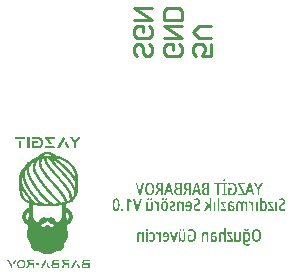
<source format=gbo>
G04*
G04 #@! TF.GenerationSoftware,Altium Limited,Altium Designer,21.0.9 (235)*
G04*
G04 Layer_Color=32896*
%FSLAX25Y25*%
%MOIN*%
G70*
G04*
G04 #@! TF.SameCoordinates,6D53B719-0023-417C-B101-D5714F10E9D5*
G04*
G04*
G04 #@! TF.FilePolarity,Positive*
G04*
G01*
G75*
%ADD11C,0.01000*%
G36*
X120234Y456185D02*
Y456109D01*
Y456032D01*
Y455956D01*
Y455879D01*
Y455803D01*
Y455727D01*
Y455651D01*
Y455574D01*
X116722D01*
Y455651D01*
Y455727D01*
Y455803D01*
Y455879D01*
Y455956D01*
Y456032D01*
Y456109D01*
Y456185D01*
Y456261D01*
X120234D01*
Y456185D01*
D02*
G37*
G36*
X126647Y456261D02*
X130158D01*
Y456185D01*
Y456109D01*
Y456032D01*
Y455956D01*
Y455879D01*
Y455803D01*
Y455727D01*
Y455651D01*
Y455574D01*
X128097D01*
Y455498D01*
Y455421D01*
Y455345D01*
X128174D01*
Y455269D01*
X128250D01*
Y455192D01*
X128326D01*
Y455116D01*
X128403D01*
Y455040D01*
X128326D01*
Y454963D01*
X128479D01*
Y454887D01*
X128555D01*
Y454811D01*
Y454734D01*
Y454658D01*
X128708D01*
Y454582D01*
X128784D01*
Y454505D01*
X128861D01*
Y454429D01*
Y454353D01*
Y454276D01*
X128937D01*
Y454200D01*
X129090D01*
Y454124D01*
X129166D01*
Y454047D01*
Y453971D01*
Y453895D01*
X129242D01*
Y453818D01*
X128403D01*
Y453895D01*
X128326D01*
Y453971D01*
X128250D01*
Y454047D01*
X128174D01*
Y454124D01*
X128097D01*
Y454200D01*
Y454276D01*
Y454353D01*
X127945D01*
Y454429D01*
X127868D01*
Y454505D01*
X127945D01*
Y454582D01*
X127792D01*
Y454658D01*
X127716D01*
Y454734D01*
Y454811D01*
X127639D01*
Y454887D01*
Y454963D01*
X127486D01*
Y455040D01*
Y455116D01*
X127410D01*
Y455192D01*
X127334D01*
Y455269D01*
Y455345D01*
X127257D01*
Y455421D01*
X127181D01*
Y455498D01*
X127105D01*
Y455574D01*
X127028D01*
Y455651D01*
Y455727D01*
X126952D01*
Y455803D01*
X126876D01*
Y455879D01*
Y455956D01*
Y456032D01*
X126723D01*
Y456109D01*
X126647D01*
Y456185D01*
X126570D01*
Y456261D01*
Y456338D01*
X126647D01*
Y456261D01*
D02*
G37*
G36*
X124662Y456185D02*
X125043D01*
Y456109D01*
X125272D01*
Y456032D01*
X125349D01*
Y455956D01*
Y455879D01*
X125502D01*
Y455803D01*
X125654D01*
Y455727D01*
X125731D01*
Y455651D01*
X125807D01*
Y455574D01*
X125883D01*
Y455498D01*
Y455421D01*
Y455345D01*
X125960D01*
Y455269D01*
Y455192D01*
X126036D01*
Y455116D01*
X126112D01*
Y455040D01*
X126036D01*
Y454963D01*
X126189D01*
Y454887D01*
Y454811D01*
Y454734D01*
Y454658D01*
Y454582D01*
X126265D01*
Y454505D01*
Y454429D01*
Y454353D01*
Y454276D01*
Y454200D01*
Y454124D01*
X126189D01*
Y454047D01*
Y453971D01*
Y453895D01*
Y453818D01*
Y453742D01*
X126036D01*
Y453665D01*
X126112D01*
Y453589D01*
X126036D01*
Y453513D01*
X125960D01*
Y453437D01*
Y453360D01*
X125883D01*
Y453284D01*
X125807D01*
Y453207D01*
Y453131D01*
Y453055D01*
X125731D01*
Y452978D01*
X125654D01*
Y452902D01*
X125425D01*
Y452826D01*
X125349D01*
Y452749D01*
Y452673D01*
X125120D01*
Y452597D01*
X124967D01*
Y452520D01*
X124662D01*
Y452444D01*
X122524D01*
Y452520D01*
X122600D01*
Y452597D01*
Y452673D01*
Y452749D01*
Y452826D01*
Y452902D01*
Y452978D01*
Y453055D01*
Y453131D01*
Y453207D01*
Y453284D01*
Y453360D01*
Y453437D01*
Y453513D01*
Y453589D01*
Y453665D01*
Y453742D01*
Y453818D01*
Y453895D01*
Y453971D01*
Y454047D01*
Y454124D01*
Y454200D01*
Y454276D01*
Y454353D01*
Y454429D01*
Y454505D01*
Y454582D01*
Y454658D01*
Y454734D01*
X122524D01*
Y454811D01*
Y454887D01*
X124662D01*
Y454811D01*
X124585D01*
Y454734D01*
Y454658D01*
Y454582D01*
X124433D01*
Y454505D01*
Y454429D01*
X124356D01*
Y454353D01*
Y454276D01*
Y454200D01*
X124280D01*
Y454124D01*
X123287D01*
Y454047D01*
Y453971D01*
Y453895D01*
Y453818D01*
Y453742D01*
Y453665D01*
Y453589D01*
Y453513D01*
Y453437D01*
Y453360D01*
Y453284D01*
Y453207D01*
Y453131D01*
X124662D01*
Y453207D01*
X124891D01*
Y453284D01*
X124967D01*
Y453360D01*
X125043D01*
Y453437D01*
X125120D01*
Y453513D01*
X125196D01*
Y453589D01*
X125272D01*
Y453665D01*
X125349D01*
Y453742D01*
Y453818D01*
X125425D01*
Y453895D01*
Y453971D01*
X125502D01*
Y454047D01*
Y454124D01*
Y454200D01*
Y454276D01*
Y454353D01*
Y454429D01*
Y454505D01*
Y454582D01*
Y454658D01*
Y454734D01*
X125425D01*
Y454811D01*
Y454887D01*
Y454963D01*
X125349D01*
Y455040D01*
X125272D01*
Y455116D01*
X125196D01*
Y455192D01*
X125120D01*
Y455269D01*
X125043D01*
Y455345D01*
X124967D01*
Y455421D01*
X124891D01*
Y455498D01*
X124738D01*
Y455574D01*
X122524D01*
Y455651D01*
X122600D01*
Y455727D01*
Y455803D01*
Y455879D01*
Y455956D01*
Y456032D01*
Y456109D01*
Y456185D01*
X122524D01*
Y456261D01*
X124662D01*
Y456185D01*
D02*
G37*
G36*
X135045Y456261D02*
X135808D01*
Y456185D01*
X135961D01*
Y456109D01*
X136037D01*
Y456032D01*
X136114D01*
Y455956D01*
Y455879D01*
Y455803D01*
X136190D01*
Y455727D01*
X136343D01*
Y455651D01*
X136419D01*
Y455574D01*
Y455498D01*
Y455421D01*
X136495D01*
Y455345D01*
X136572D01*
Y455269D01*
Y455192D01*
Y455116D01*
X136724D01*
Y455040D01*
X136877D01*
Y455116D01*
Y455192D01*
X136953D01*
Y455269D01*
X137106D01*
Y455345D01*
X137030D01*
Y455421D01*
X137106D01*
Y455498D01*
X137182D01*
Y455574D01*
X137259D01*
Y455651D01*
X137335D01*
Y455727D01*
Y455803D01*
X137411D01*
Y455879D01*
X137488D01*
Y455956D01*
X137564D01*
Y456032D01*
X137640D01*
Y456109D01*
Y456185D01*
X137717D01*
Y456261D01*
X138557D01*
Y456185D01*
Y456109D01*
X138480D01*
Y456032D01*
X138404D01*
Y455956D01*
X138328D01*
Y455879D01*
Y455803D01*
Y455727D01*
X138251D01*
Y455651D01*
X138099D01*
Y455574D01*
Y455498D01*
Y455421D01*
X138022D01*
Y455345D01*
X137946D01*
Y455269D01*
X137793D01*
Y455192D01*
Y455116D01*
Y455040D01*
X137717D01*
Y454963D01*
X137640D01*
Y454887D01*
X137488D01*
Y454811D01*
X137564D01*
Y454734D01*
X137488D01*
Y454658D01*
X137411D01*
Y454582D01*
X137335D01*
Y454505D01*
Y454429D01*
X137259D01*
Y454353D01*
X137182D01*
Y454276D01*
X137106D01*
Y454200D01*
Y454124D01*
Y454047D01*
Y453971D01*
Y453895D01*
Y453818D01*
Y453742D01*
Y453665D01*
Y453589D01*
Y453513D01*
Y453437D01*
Y453360D01*
Y453284D01*
Y453207D01*
Y453131D01*
Y453055D01*
Y452978D01*
Y452902D01*
Y452826D01*
Y452749D01*
Y452673D01*
Y452597D01*
Y452520D01*
X137182D01*
Y452444D01*
X136419D01*
Y452520D01*
Y452597D01*
Y452673D01*
Y452749D01*
Y452826D01*
Y452902D01*
Y452978D01*
Y453055D01*
Y453131D01*
Y453207D01*
Y453284D01*
Y453360D01*
Y453437D01*
Y453513D01*
Y453589D01*
Y453665D01*
Y453742D01*
Y453818D01*
Y453895D01*
Y453971D01*
Y454047D01*
Y454124D01*
Y454200D01*
Y454276D01*
Y454353D01*
Y454429D01*
X136266D01*
Y454505D01*
X136190D01*
Y454582D01*
X136114D01*
Y454658D01*
Y454734D01*
Y454811D01*
X135961D01*
Y454887D01*
X135884D01*
Y454963D01*
X135961D01*
Y455040D01*
X135884D01*
Y455116D01*
X135808D01*
Y455192D01*
X135732D01*
Y455269D01*
X135655D01*
Y455345D01*
Y455421D01*
X135579D01*
Y455498D01*
X135503D01*
Y455574D01*
X135426D01*
Y455651D01*
X135350D01*
Y455727D01*
Y455803D01*
Y455879D01*
X135197D01*
Y455956D01*
X135121D01*
Y456032D01*
X135045D01*
Y456109D01*
Y456185D01*
X134968D01*
Y456261D01*
Y456338D01*
X135045D01*
Y456261D01*
D02*
G37*
G36*
X133060Y456185D02*
Y456109D01*
X133136D01*
Y456032D01*
Y455956D01*
Y455879D01*
X133289D01*
Y455803D01*
X133365D01*
Y455727D01*
X133289D01*
Y455651D01*
X133441D01*
Y455574D01*
X133365D01*
Y455498D01*
Y455421D01*
Y455345D01*
X133289D01*
Y455269D01*
X133136D01*
Y455192D01*
Y455116D01*
X133060D01*
Y455040D01*
Y454963D01*
Y454887D01*
X132907D01*
Y454811D01*
X132983D01*
Y454734D01*
X132907D01*
Y454658D01*
X132831D01*
Y454582D01*
Y454505D01*
X132754D01*
Y454429D01*
X132678D01*
Y454353D01*
Y454276D01*
Y454200D01*
X132525D01*
Y454124D01*
X132602D01*
Y454047D01*
X132449D01*
Y453971D01*
Y453895D01*
Y453818D01*
X132373D01*
Y453742D01*
Y453665D01*
X132296D01*
Y453589D01*
X132220D01*
Y453513D01*
X132143D01*
Y453437D01*
X132220D01*
Y453360D01*
X132067D01*
Y453284D01*
Y453207D01*
X131991D01*
Y453131D01*
Y453055D01*
Y452978D01*
X131914D01*
Y452902D01*
Y452826D01*
X131838D01*
Y452749D01*
X131762D01*
Y452673D01*
X131838D01*
Y452597D01*
X131762D01*
Y452520D01*
X131609D01*
Y452444D01*
X130769D01*
Y452520D01*
Y452597D01*
X130846D01*
Y452673D01*
Y452749D01*
X130922D01*
Y452826D01*
Y452902D01*
Y452978D01*
X130998D01*
Y453055D01*
X131151D01*
Y453131D01*
Y453207D01*
X131227D01*
Y453284D01*
Y453360D01*
Y453437D01*
X131380D01*
Y453513D01*
X131304D01*
Y453589D01*
X131380D01*
Y453665D01*
X131456D01*
Y453742D01*
Y453818D01*
X131533D01*
Y453895D01*
X131609D01*
Y453971D01*
Y454047D01*
Y454124D01*
X131762D01*
Y454200D01*
X131685D01*
Y454276D01*
X131838D01*
Y454353D01*
Y454429D01*
Y454505D01*
X131914D01*
Y454582D01*
Y454658D01*
X131991D01*
Y454734D01*
X132067D01*
Y454811D01*
X132143D01*
Y454887D01*
X132067D01*
Y454963D01*
X132220D01*
Y455040D01*
Y455116D01*
X132296D01*
Y455192D01*
Y455269D01*
Y455345D01*
X132373D01*
Y455421D01*
Y455498D01*
X132449D01*
Y455574D01*
Y455651D01*
X132602D01*
Y455727D01*
Y455803D01*
X132678D01*
Y455879D01*
Y455956D01*
Y456032D01*
X132754D01*
Y456109D01*
Y456185D01*
X132831D01*
Y456261D01*
X133060D01*
Y456185D01*
D02*
G37*
G36*
X129853Y453055D02*
X129929D01*
Y452978D01*
X129853D01*
Y452902D01*
X129929D01*
Y452826D01*
X130006D01*
Y452749D01*
X130082D01*
Y452673D01*
X130158D01*
Y452597D01*
Y452520D01*
Y452444D01*
X126647D01*
Y452520D01*
Y452597D01*
Y452673D01*
Y452749D01*
Y452826D01*
Y452902D01*
Y452978D01*
Y453055D01*
Y453131D01*
X129853D01*
Y453055D01*
D02*
G37*
G36*
X121684Y456185D02*
Y456109D01*
Y456032D01*
Y455956D01*
Y455879D01*
Y455803D01*
Y455727D01*
Y455651D01*
Y455574D01*
Y455498D01*
Y455421D01*
Y455345D01*
Y455269D01*
Y455192D01*
Y455116D01*
Y455040D01*
Y454963D01*
Y454887D01*
Y454811D01*
Y454734D01*
Y454658D01*
Y454582D01*
Y454505D01*
Y454429D01*
Y454353D01*
Y454276D01*
Y454200D01*
Y454124D01*
Y454047D01*
Y453971D01*
Y453895D01*
Y453818D01*
Y453742D01*
Y453665D01*
Y453589D01*
Y453513D01*
Y453437D01*
Y453360D01*
Y453284D01*
Y453207D01*
Y453131D01*
Y453055D01*
Y452978D01*
Y452902D01*
Y452826D01*
Y452749D01*
Y452673D01*
Y452597D01*
Y452520D01*
Y452444D01*
X120921D01*
Y452520D01*
Y452597D01*
Y452673D01*
Y452749D01*
Y452826D01*
Y452902D01*
Y452978D01*
Y453055D01*
Y453131D01*
Y453207D01*
Y453284D01*
Y453360D01*
Y453437D01*
Y453513D01*
Y453589D01*
Y453665D01*
Y453742D01*
Y453818D01*
Y453895D01*
Y453971D01*
Y454047D01*
Y454124D01*
Y454200D01*
Y454276D01*
Y454353D01*
Y454429D01*
Y454505D01*
Y454582D01*
Y454658D01*
Y454734D01*
Y454811D01*
Y454887D01*
Y454963D01*
Y455040D01*
Y455116D01*
Y455192D01*
Y455269D01*
Y455345D01*
Y455421D01*
Y455498D01*
Y455574D01*
Y455651D01*
Y455727D01*
Y455803D01*
Y455879D01*
Y455956D01*
Y456032D01*
Y456109D01*
Y456185D01*
Y456261D01*
X121684D01*
Y456185D01*
D02*
G37*
G36*
X118936Y454811D02*
Y454734D01*
Y454658D01*
Y454582D01*
Y454505D01*
Y454429D01*
Y454353D01*
Y454276D01*
Y454200D01*
Y454124D01*
Y454047D01*
Y453971D01*
Y453895D01*
Y453818D01*
Y453742D01*
Y453665D01*
Y453589D01*
Y453513D01*
Y453437D01*
Y453360D01*
Y453284D01*
Y453207D01*
Y453131D01*
Y453055D01*
Y452978D01*
Y452902D01*
Y452826D01*
Y452749D01*
Y452673D01*
Y452597D01*
Y452520D01*
Y452444D01*
X118172D01*
Y452520D01*
Y452597D01*
Y452673D01*
Y452749D01*
Y452826D01*
Y452902D01*
Y452978D01*
Y453055D01*
Y453131D01*
Y453207D01*
Y453284D01*
Y453360D01*
Y453437D01*
Y453513D01*
Y453589D01*
Y453665D01*
Y453742D01*
Y453818D01*
Y453895D01*
Y453971D01*
Y454047D01*
Y454124D01*
Y454200D01*
Y454276D01*
Y454353D01*
Y454429D01*
Y454505D01*
Y454582D01*
Y454658D01*
Y454734D01*
Y454811D01*
Y454887D01*
X118936D01*
Y454811D01*
D02*
G37*
G36*
X133899Y454658D02*
Y454582D01*
X133976D01*
Y454505D01*
Y454429D01*
X134052D01*
Y454353D01*
X134128D01*
Y454276D01*
X134052D01*
Y454200D01*
X134205D01*
Y454124D01*
X134281D01*
Y454047D01*
Y453971D01*
Y453895D01*
X134358D01*
Y453818D01*
Y453742D01*
X134510D01*
Y453665D01*
Y453589D01*
Y453513D01*
X134587D01*
Y453437D01*
Y453360D01*
X134663D01*
Y453284D01*
X134739D01*
Y453207D01*
Y453131D01*
Y453055D01*
X134892D01*
Y452978D01*
X134816D01*
Y452902D01*
X134892D01*
Y452826D01*
X134968D01*
Y452749D01*
Y452673D01*
X135045D01*
Y452597D01*
Y452520D01*
X135121D01*
Y452444D01*
X135197D01*
Y452368D01*
X135045D01*
Y452444D01*
X134205D01*
Y452520D01*
Y452597D01*
X134128D01*
Y452673D01*
Y452749D01*
X134052D01*
Y452826D01*
X133976D01*
Y452902D01*
X133899D01*
Y452978D01*
Y453055D01*
X133823D01*
Y453131D01*
Y453207D01*
Y453284D01*
X133747D01*
Y453360D01*
Y453437D01*
X133594D01*
Y453513D01*
Y453589D01*
Y453665D01*
X133518D01*
Y453742D01*
Y453818D01*
X133441D01*
Y453895D01*
X133365D01*
Y453971D01*
Y454047D01*
X133441D01*
Y454124D01*
Y454200D01*
X133518D01*
Y454276D01*
Y454353D01*
X133594D01*
Y454429D01*
X133670D01*
Y454505D01*
X133594D01*
Y454582D01*
X133747D01*
Y454658D01*
Y454734D01*
X133899D01*
Y454658D01*
D02*
G37*
G36*
X128021Y451223D02*
X128479D01*
Y451146D01*
X128784D01*
Y451070D01*
X129013D01*
Y450993D01*
X129166D01*
Y450917D01*
X129242D01*
Y450841D01*
X129395D01*
Y450764D01*
X129548D01*
Y450688D01*
X129701D01*
Y450612D01*
X129777D01*
Y450535D01*
X129853D01*
Y450459D01*
X130006D01*
Y450383D01*
X130082D01*
Y450306D01*
X130158D01*
Y450230D01*
X130235D01*
Y450154D01*
X130311D01*
Y450077D01*
Y450001D01*
X130846D01*
Y449925D01*
X131304D01*
Y449848D01*
X131533D01*
Y449772D01*
X131762D01*
Y449695D01*
X131991D01*
Y449619D01*
X132220D01*
Y449543D01*
X132449D01*
Y449467D01*
X132602D01*
Y449390D01*
X132678D01*
Y449314D01*
X132907D01*
Y449237D01*
X133060D01*
Y449161D01*
X133212D01*
Y449085D01*
X133365D01*
Y449008D01*
X133441D01*
Y448932D01*
X133594D01*
Y448856D01*
X133747D01*
Y448779D01*
X133899D01*
Y448703D01*
X133976D01*
Y448627D01*
X134052D01*
Y448550D01*
X134205D01*
Y448474D01*
X134358D01*
Y448398D01*
X134434D01*
Y448321D01*
X134587D01*
Y448245D01*
Y448169D01*
X134739D01*
Y448092D01*
X134816D01*
Y448016D01*
X134968D01*
Y447940D01*
X135045D01*
Y447863D01*
X135121D01*
Y447787D01*
X135197D01*
Y447711D01*
X135350D01*
Y447634D01*
X135426D01*
Y447558D01*
X135503D01*
Y447481D01*
Y447405D01*
X135655D01*
Y447329D01*
X135732D01*
Y447253D01*
X135808D01*
Y447176D01*
Y447100D01*
X135884D01*
Y447023D01*
X135961D01*
Y446947D01*
X136037D01*
Y446871D01*
X136114D01*
Y446794D01*
X136190D01*
Y446718D01*
Y446642D01*
X136266D01*
Y446565D01*
X136343D01*
Y446489D01*
X136419D01*
Y446413D01*
X136495D01*
Y446336D01*
Y446260D01*
X136572D01*
Y446184D01*
Y446107D01*
X136648D01*
Y446031D01*
X136724D01*
Y445955D01*
Y445878D01*
X136801D01*
Y445802D01*
X136877D01*
Y445726D01*
Y445649D01*
X136953D01*
Y445573D01*
Y445497D01*
Y445420D01*
X137030D01*
Y445344D01*
Y445267D01*
X137106D01*
Y445191D01*
X137182D01*
Y445115D01*
Y445039D01*
X137259D01*
Y444962D01*
Y444886D01*
Y444809D01*
X137335D01*
Y444733D01*
Y444657D01*
Y444580D01*
X137411D01*
Y444504D01*
Y444428D01*
Y444351D01*
Y444275D01*
X137564D01*
Y444199D01*
Y444122D01*
Y444046D01*
Y443970D01*
X137640D01*
Y443893D01*
Y443817D01*
Y443741D01*
Y443664D01*
X137717D01*
Y443588D01*
Y443511D01*
Y443435D01*
Y443359D01*
Y443283D01*
Y443206D01*
X137793D01*
Y443130D01*
Y443053D01*
Y442977D01*
Y442901D01*
Y442824D01*
Y442748D01*
X137869D01*
Y442672D01*
Y442595D01*
Y442519D01*
Y442443D01*
Y442366D01*
X137946D01*
Y442290D01*
Y442214D01*
Y442137D01*
Y442061D01*
Y441985D01*
Y441908D01*
X138022D01*
Y441832D01*
X137946D01*
Y441756D01*
X137869D01*
Y441679D01*
Y441603D01*
Y441527D01*
Y441450D01*
Y441374D01*
Y441297D01*
Y441221D01*
Y441145D01*
Y441069D01*
Y440992D01*
X137793D01*
Y440916D01*
Y440839D01*
Y440763D01*
Y440687D01*
X137640D01*
Y440610D01*
X137717D01*
Y440534D01*
Y440458D01*
Y440381D01*
Y440305D01*
Y440229D01*
Y440152D01*
Y440076D01*
Y440000D01*
Y439923D01*
Y439847D01*
Y439771D01*
Y439694D01*
Y439618D01*
Y439542D01*
Y439465D01*
Y439389D01*
Y439313D01*
Y439236D01*
Y439160D01*
Y439083D01*
Y439007D01*
Y438931D01*
Y438855D01*
Y438778D01*
Y438702D01*
Y438625D01*
Y438549D01*
Y438473D01*
Y438396D01*
Y438320D01*
X137640D01*
Y438244D01*
Y438167D01*
Y438091D01*
Y438015D01*
Y437938D01*
Y437862D01*
Y437786D01*
Y437709D01*
Y437633D01*
X137564D01*
Y437557D01*
Y437480D01*
X137488D01*
Y437404D01*
X137564D01*
Y437327D01*
X137488D01*
Y437251D01*
X137411D01*
Y437175D01*
Y437099D01*
Y437022D01*
X137335D01*
Y436946D01*
Y436869D01*
Y436793D01*
Y436717D01*
X137259D01*
Y436640D01*
Y436564D01*
X137182D01*
Y436488D01*
Y436411D01*
X137106D01*
Y436335D01*
X137030D01*
Y436259D01*
Y436182D01*
Y436106D01*
X136953D01*
Y436030D01*
Y435953D01*
X136877D01*
Y435877D01*
Y435801D01*
X136801D01*
Y435724D01*
X136724D01*
Y435648D01*
X136648D01*
Y435572D01*
Y435495D01*
X136572D01*
Y435419D01*
X136495D01*
Y435343D01*
X136419D01*
Y435266D01*
Y435190D01*
X136266D01*
Y435113D01*
X136190D01*
Y435037D01*
Y434961D01*
X136114D01*
Y434885D01*
Y434808D01*
X136037D01*
Y434732D01*
X135961D01*
Y434656D01*
X135884D01*
Y434579D01*
X135655D01*
Y434503D01*
X135426D01*
Y434426D01*
X135274D01*
Y434350D01*
X135121D01*
Y434274D01*
X134739D01*
Y434197D01*
X134052D01*
Y434121D01*
X133976D01*
Y434045D01*
Y433968D01*
X133899D01*
Y433892D01*
Y433816D01*
Y433739D01*
Y433663D01*
Y433587D01*
X133976D01*
Y433510D01*
X133899D01*
Y433434D01*
Y433358D01*
Y433281D01*
Y433205D01*
Y433128D01*
Y433052D01*
Y432976D01*
Y432900D01*
Y432823D01*
Y432747D01*
Y432670D01*
Y432594D01*
Y432518D01*
X134128D01*
Y432441D01*
X134358D01*
Y432365D01*
X134510D01*
Y432289D01*
X134587D01*
Y432212D01*
X134739D01*
Y432136D01*
X134816D01*
Y432060D01*
X134968D01*
Y431983D01*
X135045D01*
Y431907D01*
X135121D01*
Y431831D01*
X135197D01*
Y431754D01*
X135274D01*
Y431678D01*
X135350D01*
Y431602D01*
X135426D01*
Y431525D01*
X135503D01*
Y431449D01*
Y431373D01*
X135579D01*
Y431296D01*
X135655D01*
Y431220D01*
Y431144D01*
X135732D01*
Y431067D01*
Y430991D01*
X135808D01*
Y430914D01*
Y430838D01*
Y430762D01*
X135884D01*
Y430686D01*
Y430609D01*
Y430533D01*
Y430456D01*
X135961D01*
Y430380D01*
X136037D01*
Y430304D01*
Y430227D01*
Y430151D01*
Y430075D01*
Y429998D01*
Y429922D01*
Y429846D01*
Y429769D01*
X136114D01*
Y429693D01*
Y429617D01*
X136037D01*
Y429540D01*
Y429464D01*
Y429388D01*
Y429311D01*
Y429235D01*
Y429159D01*
Y429082D01*
Y429006D01*
X135961D01*
Y428930D01*
X135884D01*
Y428853D01*
Y428777D01*
Y428700D01*
Y428624D01*
X135808D01*
Y428548D01*
Y428472D01*
Y428395D01*
X135732D01*
Y428319D01*
Y428242D01*
X135655D01*
Y428166D01*
X135579D01*
Y428090D01*
Y428013D01*
X135503D01*
Y427937D01*
X135426D01*
Y427861D01*
Y427784D01*
X135350D01*
Y427708D01*
X135274D01*
Y427632D01*
X135197D01*
Y427555D01*
X135121D01*
Y427479D01*
X135045D01*
Y427403D01*
X134892D01*
Y427326D01*
X134816D01*
Y427250D01*
X134739D01*
Y427174D01*
X134587D01*
Y427097D01*
X134434D01*
Y427021D01*
X134281D01*
Y426944D01*
X134205D01*
Y426868D01*
Y426792D01*
Y426716D01*
Y426639D01*
Y426563D01*
Y426486D01*
Y426410D01*
Y426334D01*
Y426257D01*
Y426181D01*
Y426105D01*
Y426028D01*
Y425952D01*
Y425876D01*
Y425799D01*
Y425723D01*
Y425647D01*
Y425570D01*
Y425494D01*
Y425418D01*
Y425341D01*
Y425265D01*
Y425189D01*
X134281D01*
Y425112D01*
Y425036D01*
Y424960D01*
Y424883D01*
X134358D01*
Y424807D01*
Y424730D01*
X134434D01*
Y424654D01*
Y424578D01*
Y424502D01*
Y424425D01*
Y424349D01*
X134510D01*
Y424272D01*
Y424196D01*
Y424120D01*
Y424043D01*
Y423967D01*
Y423891D01*
Y423814D01*
Y423738D01*
Y423662D01*
Y423585D01*
Y423509D01*
Y423433D01*
Y423356D01*
Y423280D01*
Y423204D01*
Y423127D01*
Y423051D01*
X134434D01*
Y422975D01*
Y422898D01*
Y422822D01*
Y422746D01*
Y422669D01*
X134358D01*
Y422593D01*
X134281D01*
Y422516D01*
Y422440D01*
Y422364D01*
X134205D01*
Y422288D01*
Y422211D01*
X134128D01*
Y422135D01*
Y422058D01*
X133976D01*
Y421982D01*
Y421906D01*
Y421829D01*
X133899D01*
Y421753D01*
X133823D01*
Y421677D01*
X133747D01*
Y421600D01*
Y421524D01*
X133670D01*
Y421448D01*
Y421371D01*
Y421295D01*
X133518D01*
Y421219D01*
Y421142D01*
Y421066D01*
X133441D01*
Y420990D01*
Y420913D01*
Y420837D01*
X133365D01*
Y420761D01*
X133289D01*
Y420684D01*
Y420608D01*
Y420532D01*
Y420455D01*
X133212D01*
Y420379D01*
Y420302D01*
Y420226D01*
Y420150D01*
Y420073D01*
Y419997D01*
X133136D01*
Y419921D01*
Y419844D01*
Y419768D01*
X133060D01*
Y419692D01*
X132983D01*
Y419615D01*
Y419539D01*
Y419463D01*
Y419386D01*
X132907D01*
Y419310D01*
X132831D01*
Y419234D01*
Y419157D01*
X132754D01*
Y419081D01*
X132678D01*
Y419005D01*
Y418928D01*
X132602D01*
Y418852D01*
Y418776D01*
X132525D01*
Y418699D01*
X132449D01*
Y418623D01*
X132373D01*
Y418546D01*
X132296D01*
Y418470D01*
X132143D01*
Y418394D01*
X132067D01*
Y418318D01*
X131914D01*
Y418241D01*
X131762D01*
Y418165D01*
X130693D01*
Y418088D01*
X130540D01*
Y418012D01*
X130311D01*
Y417936D01*
X130158D01*
Y417859D01*
X130006D01*
Y417783D01*
X129853D01*
Y417707D01*
X129777D01*
Y417630D01*
X129624D01*
Y417554D01*
X129471D01*
Y417478D01*
X129166D01*
Y417401D01*
X129090D01*
Y417325D01*
X128861D01*
Y417249D01*
X128632D01*
Y417172D01*
X128403D01*
Y417096D01*
X127028D01*
Y417172D01*
X126647D01*
Y417249D01*
X126341D01*
Y417325D01*
X126189D01*
Y417401D01*
X126036D01*
Y417478D01*
X125807D01*
Y417554D01*
X125654D01*
Y417630D01*
X125502D01*
Y417707D01*
X125425D01*
Y417783D01*
X125196D01*
Y417859D01*
X125043D01*
Y417936D01*
X124891D01*
Y418012D01*
X124662D01*
Y418088D01*
X124509D01*
Y418165D01*
X123516D01*
Y418241D01*
X123287D01*
Y418318D01*
X123135D01*
Y418394D01*
X123058D01*
Y418470D01*
X122982D01*
Y418546D01*
X122906D01*
Y418623D01*
X122829D01*
Y418699D01*
X122753D01*
Y418776D01*
X122677D01*
Y418852D01*
X122600D01*
Y418928D01*
Y419005D01*
Y419081D01*
X122448D01*
Y419157D01*
X122371D01*
Y419234D01*
Y419310D01*
Y419386D01*
X122295D01*
Y419463D01*
Y419539D01*
Y419615D01*
X122219D01*
Y419692D01*
X122142D01*
Y419768D01*
Y419844D01*
Y419921D01*
X122066D01*
Y419997D01*
Y420073D01*
Y420150D01*
Y420226D01*
Y420302D01*
X121990D01*
Y420379D01*
Y420455D01*
Y420532D01*
X121913D01*
Y420608D01*
Y420684D01*
Y420761D01*
Y420837D01*
X121837D01*
Y420913D01*
Y420990D01*
X121760D01*
Y421066D01*
X121684D01*
Y421142D01*
Y421219D01*
Y421295D01*
X121608D01*
Y421371D01*
Y421448D01*
X121531D01*
Y421524D01*
Y421600D01*
X121455D01*
Y421677D01*
Y421753D01*
X121379D01*
Y421829D01*
X121302D01*
Y421906D01*
Y421982D01*
X121226D01*
Y422058D01*
X121150D01*
Y422135D01*
Y422211D01*
X121073D01*
Y422288D01*
X120997D01*
Y422364D01*
Y422440D01*
X120921D01*
Y422516D01*
Y422593D01*
Y422669D01*
X120844D01*
Y422746D01*
Y422822D01*
Y422898D01*
Y422975D01*
X120768D01*
Y423051D01*
Y423127D01*
Y423204D01*
Y423280D01*
Y423356D01*
Y423433D01*
Y423509D01*
Y423585D01*
X120692D01*
Y423662D01*
Y423738D01*
X120768D01*
Y423814D01*
Y423891D01*
Y423967D01*
Y424043D01*
Y424120D01*
Y424196D01*
Y424272D01*
Y424349D01*
Y424425D01*
X120844D01*
Y424502D01*
Y424578D01*
Y424654D01*
Y424730D01*
Y424807D01*
X120921D01*
Y424883D01*
Y424960D01*
Y425036D01*
Y425112D01*
X120997D01*
Y425189D01*
Y425265D01*
Y425341D01*
X121073D01*
Y425418D01*
Y425494D01*
Y425570D01*
Y425647D01*
Y425723D01*
Y425799D01*
Y425876D01*
Y425952D01*
Y426028D01*
Y426105D01*
Y426181D01*
Y426257D01*
Y426334D01*
Y426410D01*
Y426486D01*
Y426563D01*
Y426639D01*
Y426716D01*
Y426792D01*
X120997D01*
Y426868D01*
Y426944D01*
X120921D01*
Y427021D01*
X120768D01*
Y427097D01*
X120692D01*
Y427174D01*
X120539D01*
Y427250D01*
X120463D01*
Y427326D01*
X120310D01*
Y427403D01*
X120234D01*
Y427479D01*
X120157D01*
Y427555D01*
X120081D01*
Y427632D01*
X120005D01*
Y427708D01*
X119928D01*
Y427784D01*
X119852D01*
Y427861D01*
X119775D01*
Y427937D01*
X119699D01*
Y428013D01*
Y428090D01*
X119623D01*
Y428166D01*
Y428242D01*
X119546D01*
Y428319D01*
X119470D01*
Y428395D01*
Y428472D01*
Y428548D01*
X119394D01*
Y428624D01*
Y428700D01*
X119317D01*
Y428777D01*
Y428853D01*
Y428930D01*
Y429006D01*
X119241D01*
Y429082D01*
Y429159D01*
Y429235D01*
Y429311D01*
Y429388D01*
Y429464D01*
Y429540D01*
Y429617D01*
Y429693D01*
Y429769D01*
Y429846D01*
Y429922D01*
Y429998D01*
Y430075D01*
Y430151D01*
Y430227D01*
Y430304D01*
Y430380D01*
X119317D01*
Y430456D01*
Y430533D01*
Y430609D01*
Y430686D01*
X119394D01*
Y430762D01*
Y430838D01*
X119470D01*
Y430914D01*
Y430991D01*
Y431067D01*
X119546D01*
Y431144D01*
X119623D01*
Y431220D01*
Y431296D01*
X119699D01*
Y431373D01*
X119775D01*
Y431449D01*
Y431525D01*
X119852D01*
Y431602D01*
X119928D01*
Y431678D01*
X120005D01*
Y431754D01*
X120081D01*
Y431831D01*
Y431907D01*
X120234D01*
Y431983D01*
X120310D01*
Y432060D01*
X120386D01*
Y432136D01*
X120539D01*
Y432212D01*
X120615D01*
Y432289D01*
X120768D01*
Y432365D01*
X120921D01*
Y432441D01*
X121150D01*
Y432518D01*
X121379D01*
Y432594D01*
Y432670D01*
Y432747D01*
Y432823D01*
Y432900D01*
Y432976D01*
Y433052D01*
Y433128D01*
Y433205D01*
Y433281D01*
Y433358D01*
Y433434D01*
Y433510D01*
Y433587D01*
Y433663D01*
Y433739D01*
Y433816D01*
Y433892D01*
Y433968D01*
Y434045D01*
Y434121D01*
X121302D01*
Y434197D01*
X121073D01*
Y434274D01*
X120921D01*
Y434350D01*
X120692D01*
Y434426D01*
X120615D01*
Y434503D01*
X120463D01*
Y434579D01*
X120386D01*
Y434656D01*
X120234D01*
Y434732D01*
X120081D01*
Y434808D01*
X120005D01*
Y434885D01*
X119928D01*
Y434961D01*
X119852D01*
Y435037D01*
X119699D01*
Y435113D01*
X119623D01*
Y435190D01*
X119546D01*
Y435266D01*
X119470D01*
Y435343D01*
X119394D01*
Y435419D01*
X119317D01*
Y435495D01*
Y435572D01*
X119241D01*
Y435648D01*
X119165D01*
Y435724D01*
X119088D01*
Y435801D01*
Y435877D01*
X119012D01*
Y435953D01*
X118936D01*
Y436030D01*
Y436106D01*
Y436182D01*
X118859D01*
Y436259D01*
Y436335D01*
X118783D01*
Y436411D01*
Y436488D01*
X118707D01*
Y436564D01*
Y436640D01*
X118630D01*
Y436717D01*
Y436793D01*
Y436869D01*
X118554D01*
Y436946D01*
Y437022D01*
Y437099D01*
Y437175D01*
X118478D01*
Y437251D01*
Y437327D01*
Y437404D01*
Y437480D01*
Y437557D01*
X118401D01*
Y437633D01*
Y437709D01*
X118325D01*
Y437786D01*
Y437862D01*
Y437938D01*
Y438015D01*
Y438091D01*
X118249D01*
Y438167D01*
Y438244D01*
Y438320D01*
Y438396D01*
Y438473D01*
X118172D01*
Y438549D01*
Y438625D01*
Y438702D01*
Y438778D01*
Y438855D01*
Y438931D01*
Y439007D01*
Y439083D01*
Y439160D01*
Y439236D01*
Y439313D01*
X118096D01*
Y439389D01*
Y439465D01*
Y439542D01*
Y439618D01*
Y439694D01*
Y439771D01*
Y439847D01*
Y439923D01*
Y440000D01*
Y440076D01*
Y440152D01*
Y440229D01*
X118020D01*
Y440305D01*
Y440381D01*
Y440458D01*
Y440534D01*
Y440610D01*
Y440687D01*
Y440763D01*
Y440839D01*
Y440916D01*
Y440992D01*
Y441069D01*
Y441145D01*
Y441221D01*
Y441297D01*
Y441374D01*
Y441450D01*
Y441527D01*
Y441603D01*
Y441679D01*
X118096D01*
Y441756D01*
Y441832D01*
Y441908D01*
Y441985D01*
Y442061D01*
Y442137D01*
Y442214D01*
Y442290D01*
Y442366D01*
Y442443D01*
X118020D01*
Y442519D01*
Y442595D01*
Y442672D01*
Y442748D01*
X118096D01*
Y442824D01*
Y442901D01*
Y442977D01*
Y443053D01*
Y443130D01*
X118172D01*
Y443206D01*
Y443283D01*
Y443359D01*
Y443435D01*
X118249D01*
Y443511D01*
Y443588D01*
Y443664D01*
Y443741D01*
X118325D01*
Y443817D01*
Y443893D01*
Y443970D01*
X118401D01*
Y444046D01*
Y444122D01*
X118478D01*
Y444199D01*
Y444275D01*
Y444351D01*
Y444428D01*
X118554D01*
Y444504D01*
Y444580D01*
X118630D01*
Y444657D01*
Y444733D01*
X118707D01*
Y444809D01*
Y444886D01*
X118783D01*
Y444962D01*
Y445039D01*
X118859D01*
Y445115D01*
X118936D01*
Y445191D01*
Y445267D01*
X119012D01*
Y445344D01*
X119088D01*
Y445420D01*
X119165D01*
Y445497D01*
X119241D01*
Y445573D01*
X119317D01*
Y445649D01*
X119394D01*
Y445726D01*
X119623D01*
Y445802D01*
X119699D01*
Y445878D01*
X119775D01*
Y445955D01*
Y446031D01*
X119852D01*
Y446107D01*
Y446184D01*
X119928D01*
Y446260D01*
Y446336D01*
X120005D01*
Y446413D01*
Y446489D01*
X120081D01*
Y446565D01*
Y446642D01*
X120157D01*
Y446718D01*
Y446794D01*
X120234D01*
Y446871D01*
X120310D01*
Y446947D01*
X120386D01*
Y447023D01*
Y447100D01*
X120463D01*
Y447176D01*
Y447253D01*
X120539D01*
Y447329D01*
X120615D01*
Y447405D01*
X120692D01*
Y447481D01*
X120768D01*
Y447558D01*
Y447634D01*
X120844D01*
Y447711D01*
X120921D01*
Y447787D01*
X121073D01*
Y447863D01*
Y447940D01*
X121150D01*
Y448016D01*
X121608D01*
Y447940D01*
X121837D01*
Y448016D01*
X121913D01*
Y448092D01*
X121990D01*
Y448169D01*
X122066D01*
Y448245D01*
X122142D01*
Y448321D01*
X122219D01*
Y448398D01*
X122295D01*
Y448474D01*
X122371D01*
Y448550D01*
X122448D01*
Y448627D01*
X122524D01*
Y448703D01*
X122600D01*
Y448779D01*
X122753D01*
Y448856D01*
X122829D01*
Y448932D01*
X122982D01*
Y449008D01*
X123058D01*
Y449085D01*
X123135D01*
Y449161D01*
X123287D01*
Y449237D01*
X123440D01*
Y449314D01*
X123593D01*
Y449390D01*
X123669D01*
Y449467D01*
X123822D01*
Y449543D01*
X124433D01*
Y449619D01*
X124509D01*
Y449695D01*
X124585D01*
Y449772D01*
X124662D01*
Y449848D01*
X124738D01*
Y449925D01*
X124814D01*
Y450001D01*
X124891D01*
Y450077D01*
X124967D01*
Y450154D01*
X125043D01*
Y450230D01*
X125120D01*
Y450306D01*
X125196D01*
Y450383D01*
X125272D01*
Y450459D01*
X125425D01*
Y450535D01*
X125502D01*
Y450612D01*
X125578D01*
Y450688D01*
X125731D01*
Y450764D01*
X125807D01*
Y450841D01*
X125960D01*
Y450917D01*
X126112D01*
Y450993D01*
X126265D01*
Y451070D01*
X126418D01*
Y451146D01*
X126723D01*
Y451223D01*
X127105D01*
Y451299D01*
X128021D01*
Y451223D01*
D02*
G37*
G36*
X124662Y414042D02*
Y413966D01*
Y413890D01*
Y413813D01*
Y413737D01*
X123669D01*
Y413813D01*
Y413890D01*
X123746D01*
Y413966D01*
Y414042D01*
X123669D01*
Y414118D01*
X124662D01*
Y414042D01*
D02*
G37*
G36*
X117409Y415264D02*
X117256D01*
Y415187D01*
X117332D01*
Y415111D01*
X117180D01*
Y415035D01*
Y414958D01*
Y414882D01*
X117103D01*
Y414806D01*
Y414729D01*
X117027D01*
Y414653D01*
X116951D01*
Y414577D01*
X116874D01*
Y414500D01*
X116951D01*
Y414424D01*
X116798D01*
Y414348D01*
Y414271D01*
X116722D01*
Y414195D01*
Y414118D01*
Y414042D01*
X116645D01*
Y413966D01*
Y413890D01*
X116569D01*
Y413813D01*
X116493D01*
Y413737D01*
X116569D01*
Y413660D01*
X116340D01*
Y413737D01*
Y413813D01*
Y413890D01*
X116264D01*
Y413966D01*
X116187D01*
Y414042D01*
Y414118D01*
X116035D01*
Y414195D01*
X116111D01*
Y414271D01*
X116264D01*
Y414348D01*
Y414424D01*
Y414500D01*
X116340D01*
Y414577D01*
Y414653D01*
X116416D01*
Y414729D01*
X116493D01*
Y414806D01*
X116416D01*
Y414882D01*
X116569D01*
Y414958D01*
Y415035D01*
X116645D01*
Y415111D01*
Y415187D01*
Y415264D01*
X116722D01*
Y415340D01*
X117409D01*
Y415264D01*
D02*
G37*
G36*
X141763D02*
X141687D01*
Y415187D01*
Y415111D01*
Y415035D01*
Y414958D01*
Y414882D01*
X141763D01*
Y414806D01*
X139931D01*
Y414729D01*
X139854D01*
Y414653D01*
X139778D01*
Y414577D01*
Y414500D01*
Y414424D01*
Y414348D01*
X139854D01*
Y414271D01*
X139931D01*
Y414195D01*
X140007D01*
Y414118D01*
X141763D01*
Y414042D01*
X141687D01*
Y413966D01*
Y413890D01*
Y413813D01*
Y413737D01*
Y413660D01*
Y413584D01*
Y413508D01*
Y413431D01*
Y413355D01*
Y413279D01*
Y413202D01*
Y413126D01*
Y413050D01*
Y412973D01*
Y412897D01*
Y412821D01*
Y412744D01*
Y412668D01*
Y412592D01*
Y412515D01*
X141763D01*
Y412439D01*
X139702D01*
Y412515D01*
X139549D01*
Y412592D01*
X139320D01*
Y412668D01*
Y412744D01*
X139244D01*
Y412821D01*
Y412897D01*
X139167D01*
Y412973D01*
Y413050D01*
Y413126D01*
X139091D01*
Y413202D01*
Y413279D01*
Y413355D01*
Y413431D01*
X139167D01*
Y413508D01*
Y413584D01*
Y413660D01*
Y413737D01*
X139244D01*
Y413813D01*
X139320D01*
Y413890D01*
X139396D01*
Y413966D01*
Y414042D01*
Y414118D01*
Y414195D01*
Y414271D01*
X139320D01*
Y414348D01*
X139244D01*
Y414424D01*
Y414500D01*
Y414577D01*
X139320D01*
Y414653D01*
X139396D01*
Y414729D01*
Y414806D01*
X139320D01*
Y414882D01*
X139396D01*
Y414958D01*
X139549D01*
Y415035D01*
Y415111D01*
X139625D01*
Y415187D01*
X139702D01*
Y415264D01*
X140007D01*
Y415340D01*
X141763D01*
Y415264D01*
D02*
G37*
G36*
X137717Y414042D02*
X137793D01*
Y413966D01*
Y413890D01*
Y413813D01*
X137946D01*
Y413737D01*
X138022D01*
Y413660D01*
Y413584D01*
Y413508D01*
X138099D01*
Y413431D01*
Y413355D01*
X138175D01*
Y413279D01*
Y413202D01*
X138251D01*
Y413126D01*
X138328D01*
Y413050D01*
X138251D01*
Y412973D01*
X138404D01*
Y412897D01*
X138480D01*
Y412821D01*
Y412744D01*
Y412668D01*
X138557D01*
Y412592D01*
Y412515D01*
X138709D01*
Y412439D01*
X138022D01*
Y412515D01*
X137946D01*
Y412592D01*
Y412668D01*
X137869D01*
Y412744D01*
X137793D01*
Y412821D01*
X137869D01*
Y412897D01*
X137717D01*
Y412973D01*
Y413050D01*
Y413126D01*
X137640D01*
Y413202D01*
X137564D01*
Y413279D01*
Y413355D01*
X137411D01*
Y413431D01*
Y413508D01*
Y413584D01*
X137335D01*
Y413660D01*
X137488D01*
Y413737D01*
X137411D01*
Y413813D01*
X137564D01*
Y413890D01*
Y413966D01*
Y414042D01*
X137640D01*
Y414118D01*
X137717D01*
Y414042D01*
D02*
G37*
G36*
X137106Y415264D02*
X137182D01*
Y415187D01*
X137106D01*
Y415111D01*
X137182D01*
Y415035D01*
X137259D01*
Y414958D01*
Y414882D01*
X137335D01*
Y414806D01*
Y414729D01*
X137259D01*
Y414653D01*
Y414577D01*
Y414500D01*
X137106D01*
Y414424D01*
X137182D01*
Y414348D01*
X137030D01*
Y414271D01*
Y414195D01*
Y414118D01*
X136953D01*
Y414042D01*
X136877D01*
Y413966D01*
Y413890D01*
X136801D01*
Y413813D01*
X136724D01*
Y413737D01*
X136801D01*
Y413660D01*
X136648D01*
Y413584D01*
Y413508D01*
X136572D01*
Y413431D01*
Y413355D01*
Y413279D01*
X136495D01*
Y413202D01*
X136419D01*
Y413126D01*
Y413050D01*
Y412973D01*
X136266D01*
Y412897D01*
Y412821D01*
X136190D01*
Y412744D01*
Y412668D01*
Y412592D01*
X136114D01*
Y412515D01*
Y412439D01*
X135426D01*
Y412515D01*
Y412592D01*
X135579D01*
Y412668D01*
X135503D01*
Y412744D01*
X135579D01*
Y412821D01*
X135655D01*
Y412897D01*
Y412973D01*
X135732D01*
Y413050D01*
X135808D01*
Y413126D01*
Y413202D01*
Y413279D01*
X135961D01*
Y413355D01*
X135884D01*
Y413431D01*
X136037D01*
Y413508D01*
Y413584D01*
Y413660D01*
X136114D01*
Y413737D01*
Y413813D01*
X136190D01*
Y413890D01*
X136266D01*
Y413966D01*
X136343D01*
Y414042D01*
X136266D01*
Y414118D01*
X136419D01*
Y414195D01*
Y414271D01*
X136495D01*
Y414348D01*
Y414424D01*
Y414500D01*
X136572D01*
Y414577D01*
Y414653D01*
Y414729D01*
X136648D01*
Y414806D01*
X136801D01*
Y414882D01*
Y414958D01*
X136877D01*
Y415035D01*
Y415111D01*
Y415187D01*
X136953D01*
Y415264D01*
Y415340D01*
X137106D01*
Y415264D01*
D02*
G37*
G36*
X134968D02*
Y415187D01*
Y415111D01*
Y415035D01*
Y414958D01*
Y414882D01*
Y414806D01*
X133136D01*
Y414729D01*
Y414653D01*
Y414577D01*
X133289D01*
Y414500D01*
X133365D01*
Y414424D01*
X133518D01*
Y414348D01*
X133594D01*
Y414271D01*
X133823D01*
Y414195D01*
X134968D01*
Y414118D01*
Y414042D01*
Y413966D01*
Y413890D01*
Y413813D01*
Y413737D01*
Y413660D01*
Y413584D01*
Y413508D01*
Y413431D01*
Y413355D01*
Y413279D01*
Y413202D01*
Y413126D01*
Y413050D01*
Y412973D01*
Y412897D01*
Y412821D01*
Y412744D01*
Y412668D01*
Y412592D01*
Y412515D01*
Y412439D01*
X134358D01*
Y412515D01*
X134434D01*
Y412592D01*
Y412668D01*
Y412744D01*
Y412821D01*
Y412897D01*
Y412973D01*
Y413050D01*
Y413126D01*
Y413202D01*
Y413279D01*
Y413355D01*
Y413431D01*
Y413508D01*
Y413584D01*
Y413660D01*
Y413737D01*
X133518D01*
Y413660D01*
X133441D01*
Y413584D01*
Y413508D01*
X133365D01*
Y413431D01*
X133289D01*
Y413355D01*
X133365D01*
Y413279D01*
X133289D01*
Y413202D01*
X133136D01*
Y413126D01*
Y413050D01*
Y412973D01*
X133060D01*
Y412897D01*
Y412821D01*
X132983D01*
Y412744D01*
X132907D01*
Y412668D01*
X132831D01*
Y412592D01*
Y412515D01*
X132754D01*
Y412439D01*
X132220D01*
Y412515D01*
Y412592D01*
X132296D01*
Y412668D01*
X132373D01*
Y412744D01*
Y412821D01*
Y412897D01*
X132449D01*
Y412973D01*
X132602D01*
Y413050D01*
Y413126D01*
X132678D01*
Y413202D01*
Y413279D01*
Y413355D01*
X132754D01*
Y413431D01*
X132831D01*
Y413508D01*
Y413584D01*
Y413660D01*
X132983D01*
Y413737D01*
Y413813D01*
X133060D01*
Y413890D01*
Y413966D01*
Y414042D01*
X132907D01*
Y414118D01*
X132831D01*
Y414195D01*
Y414271D01*
Y414348D01*
X132754D01*
Y414424D01*
X132678D01*
Y414500D01*
Y414577D01*
Y414653D01*
X132602D01*
Y414729D01*
Y414806D01*
X132449D01*
Y414882D01*
X132525D01*
Y414958D01*
Y415035D01*
Y415111D01*
Y415187D01*
Y415264D01*
X132449D01*
Y415340D01*
X134968D01*
Y415264D01*
D02*
G37*
G36*
X131609D02*
Y415187D01*
Y415111D01*
Y415035D01*
Y414958D01*
Y414882D01*
Y414806D01*
X129853D01*
Y414729D01*
X129701D01*
Y414653D01*
Y414577D01*
Y414500D01*
Y414424D01*
Y414348D01*
Y414271D01*
X129853D01*
Y414195D01*
X129929D01*
Y414118D01*
X131609D01*
Y414042D01*
Y413966D01*
Y413890D01*
Y413813D01*
Y413737D01*
Y413660D01*
Y413584D01*
Y413508D01*
Y413431D01*
Y413355D01*
Y413279D01*
Y413202D01*
Y413126D01*
Y413050D01*
Y412973D01*
Y412897D01*
Y412821D01*
Y412744D01*
Y412668D01*
Y412592D01*
Y412515D01*
Y412439D01*
X129624D01*
Y412515D01*
X129395D01*
Y412592D01*
X129242D01*
Y412668D01*
X129166D01*
Y412744D01*
Y412821D01*
Y412897D01*
X129013D01*
Y412973D01*
X129090D01*
Y413050D01*
X129013D01*
Y413126D01*
X128937D01*
Y413202D01*
Y413279D01*
Y413355D01*
Y413431D01*
X129013D01*
Y413508D01*
X129090D01*
Y413584D01*
Y413660D01*
X129013D01*
Y413737D01*
X129090D01*
Y413813D01*
X129242D01*
Y413890D01*
Y413966D01*
Y414042D01*
Y414118D01*
Y414195D01*
Y414271D01*
Y414348D01*
X129166D01*
Y414424D01*
Y414500D01*
Y414577D01*
X129242D01*
Y414653D01*
Y414729D01*
Y414806D01*
Y414882D01*
X129319D01*
Y414958D01*
X129395D01*
Y415035D01*
X129471D01*
Y415111D01*
X129548D01*
Y415187D01*
X129624D01*
Y415264D01*
X129853D01*
Y415340D01*
X131609D01*
Y415264D01*
D02*
G37*
G36*
X127639Y414042D02*
X127716D01*
Y413966D01*
Y413890D01*
Y413813D01*
X127792D01*
Y413737D01*
X127868D01*
Y413660D01*
Y413584D01*
X127945D01*
Y413508D01*
X128021D01*
Y413431D01*
X127945D01*
Y413355D01*
X128097D01*
Y413279D01*
Y413202D01*
Y413126D01*
X128174D01*
Y413050D01*
Y412973D01*
X128326D01*
Y412897D01*
X128403D01*
Y412821D01*
Y412744D01*
Y412668D01*
X128479D01*
Y412592D01*
Y412515D01*
X128555D01*
Y412439D01*
X127868D01*
Y412515D01*
X127792D01*
Y412592D01*
Y412668D01*
Y412744D01*
X127716D01*
Y412821D01*
Y412897D01*
X127639D01*
Y412973D01*
Y413050D01*
X127563D01*
Y413126D01*
X127486D01*
Y413202D01*
X127410D01*
Y413279D01*
Y413355D01*
X127334D01*
Y413431D01*
Y413508D01*
Y413584D01*
X127257D01*
Y413660D01*
X127334D01*
Y413737D01*
Y413813D01*
X127410D01*
Y413890D01*
Y413966D01*
Y414042D01*
X127486D01*
Y414118D01*
X127639D01*
Y414042D01*
D02*
G37*
G36*
X126952Y415264D02*
X127028D01*
Y415187D01*
Y415111D01*
Y415035D01*
X127105D01*
Y414958D01*
Y414882D01*
X127257D01*
Y414806D01*
Y414729D01*
X127105D01*
Y414653D01*
Y414577D01*
Y414500D01*
X127028D01*
Y414424D01*
Y414348D01*
X126952D01*
Y414271D01*
Y414195D01*
Y414118D01*
X126876D01*
Y414042D01*
X126723D01*
Y413966D01*
Y413890D01*
X126647D01*
Y413813D01*
Y413737D01*
Y413660D01*
X126570D01*
Y413584D01*
Y413508D01*
X126494D01*
Y413431D01*
X126418D01*
Y413355D01*
X126494D01*
Y413279D01*
X126418D01*
Y413202D01*
X126265D01*
Y413126D01*
Y413050D01*
Y412973D01*
X126189D01*
Y412897D01*
Y412821D01*
X126112D01*
Y412744D01*
Y412668D01*
Y412592D01*
X125960D01*
Y412515D01*
Y412439D01*
X125349D01*
Y412515D01*
Y412592D01*
X125425D01*
Y412668D01*
Y412744D01*
X125502D01*
Y412821D01*
Y412897D01*
Y412973D01*
X125578D01*
Y413050D01*
X125731D01*
Y413126D01*
Y413202D01*
Y413279D01*
X125807D01*
Y413355D01*
Y413431D01*
X125883D01*
Y413508D01*
Y413584D01*
Y413660D01*
X126036D01*
Y413737D01*
X125960D01*
Y413813D01*
X126036D01*
Y413890D01*
X126189D01*
Y413966D01*
Y414042D01*
Y414118D01*
X126265D01*
Y414195D01*
Y414271D01*
X126341D01*
Y414348D01*
X126418D01*
Y414424D01*
X126341D01*
Y414500D01*
X126494D01*
Y414577D01*
Y414653D01*
Y414729D01*
X126570D01*
Y414806D01*
X126647D01*
Y414882D01*
Y414958D01*
X126723D01*
Y415035D01*
Y415111D01*
Y415187D01*
X126876D01*
Y415264D01*
Y415340D01*
X126952D01*
Y415264D01*
D02*
G37*
G36*
X123211D02*
Y415187D01*
Y415111D01*
Y415035D01*
Y414958D01*
Y414882D01*
Y414806D01*
X121379D01*
Y414729D01*
Y414653D01*
Y414577D01*
X121531D01*
Y414500D01*
X121608D01*
Y414424D01*
X121760D01*
Y414348D01*
X121837D01*
Y414271D01*
X122066D01*
Y414195D01*
X123211D01*
Y414118D01*
Y414042D01*
Y413966D01*
Y413890D01*
Y413813D01*
Y413737D01*
Y413660D01*
Y413584D01*
Y413508D01*
Y413431D01*
Y413355D01*
Y413279D01*
Y413202D01*
Y413126D01*
Y413050D01*
Y412973D01*
Y412897D01*
Y412821D01*
Y412744D01*
Y412668D01*
Y412592D01*
Y412515D01*
Y412439D01*
X122677D01*
Y412515D01*
Y412592D01*
Y412668D01*
Y412744D01*
Y412821D01*
Y412897D01*
Y412973D01*
Y413050D01*
Y413126D01*
Y413202D01*
Y413279D01*
Y413355D01*
Y413431D01*
Y413508D01*
Y413584D01*
Y413660D01*
Y413737D01*
X121837D01*
Y413660D01*
X121684D01*
Y413584D01*
Y413508D01*
X121608D01*
Y413431D01*
Y413355D01*
Y413279D01*
X121531D01*
Y413202D01*
X121379D01*
Y413126D01*
Y413050D01*
Y412973D01*
X121302D01*
Y412897D01*
Y412821D01*
X121226D01*
Y412744D01*
X121150D01*
Y412668D01*
X121073D01*
Y412592D01*
X121150D01*
Y412515D01*
X121073D01*
Y412439D01*
X120463D01*
Y412515D01*
Y412592D01*
X120539D01*
Y412668D01*
X120615D01*
Y412744D01*
Y412821D01*
Y412897D01*
X120692D01*
Y412973D01*
X120844D01*
Y413050D01*
Y413126D01*
X120921D01*
Y413202D01*
Y413279D01*
Y413355D01*
X120997D01*
Y413431D01*
X121150D01*
Y413508D01*
Y413584D01*
Y413660D01*
X121226D01*
Y413737D01*
Y413813D01*
X121302D01*
Y413890D01*
Y413966D01*
Y414042D01*
X121226D01*
Y414118D01*
X121150D01*
Y414195D01*
Y414271D01*
Y414348D01*
X120997D01*
Y414424D01*
X120921D01*
Y414500D01*
Y414577D01*
Y414653D01*
X120844D01*
Y414729D01*
Y414806D01*
X120768D01*
Y414882D01*
Y414958D01*
Y415035D01*
Y415111D01*
Y415187D01*
Y415264D01*
Y415340D01*
X123211D01*
Y415264D01*
D02*
G37*
G36*
X118936D02*
X119317D01*
Y415187D01*
X119623D01*
Y415111D01*
X119699D01*
Y415035D01*
Y414958D01*
X119775D01*
Y414882D01*
X119928D01*
Y414806D01*
X120005D01*
Y414729D01*
X120081D01*
Y414653D01*
Y414577D01*
X120157D01*
Y414500D01*
Y414424D01*
Y414348D01*
Y414271D01*
X120234D01*
Y414195D01*
Y414118D01*
Y414042D01*
Y413966D01*
X120386D01*
Y413890D01*
Y413813D01*
X120234D01*
Y413737D01*
Y413660D01*
Y413584D01*
Y413508D01*
Y413431D01*
Y413355D01*
X120157D01*
Y413279D01*
Y413202D01*
X120081D01*
Y413126D01*
Y413050D01*
Y412973D01*
X120005D01*
Y412897D01*
X119928D01*
Y412821D01*
X119775D01*
Y412744D01*
X119623D01*
Y412668D01*
Y412592D01*
X119394D01*
Y412515D01*
X119241D01*
Y412439D01*
X118554D01*
Y412515D01*
X118249D01*
Y412592D01*
X118096D01*
Y412668D01*
X118020D01*
Y412744D01*
X117943D01*
Y412821D01*
X117867D01*
Y412897D01*
X117791D01*
Y412973D01*
X117714D01*
Y413050D01*
X117638D01*
Y413126D01*
X117561D01*
Y413202D01*
X117638D01*
Y413279D01*
X117485D01*
Y413355D01*
Y413431D01*
Y413508D01*
Y413584D01*
X117409D01*
Y413660D01*
Y413737D01*
Y413813D01*
Y413890D01*
Y413966D01*
Y414042D01*
Y414118D01*
Y414195D01*
X117485D01*
Y414271D01*
Y414348D01*
Y414424D01*
X117638D01*
Y414500D01*
X117561D01*
Y414577D01*
X117714D01*
Y414653D01*
Y414729D01*
Y414806D01*
X117791D01*
Y414882D01*
X117867D01*
Y414958D01*
X118020D01*
Y415035D01*
X118096D01*
Y415111D01*
X118172D01*
Y415187D01*
X118325D01*
Y415264D01*
X118783D01*
Y415340D01*
X118936D01*
Y415264D01*
D02*
G37*
G36*
X114813D02*
Y415187D01*
X114889D01*
Y415111D01*
Y415035D01*
Y414958D01*
X115042D01*
Y414882D01*
X114966D01*
Y414806D01*
X115119D01*
Y414729D01*
X115195D01*
Y414653D01*
Y414577D01*
Y414500D01*
X115271D01*
Y414424D01*
Y414348D01*
X115348D01*
Y414271D01*
X115424D01*
Y414195D01*
X115348D01*
Y414118D01*
X115500D01*
Y414042D01*
Y413966D01*
Y413890D01*
X115577D01*
Y413813D01*
X115653D01*
Y413737D01*
Y413660D01*
X115806D01*
Y413584D01*
Y413508D01*
Y413431D01*
X115882D01*
Y413355D01*
Y413279D01*
X115958D01*
Y413202D01*
Y413126D01*
Y413050D01*
X116111D01*
Y412973D01*
X116035D01*
Y412897D01*
Y412821D01*
X115958D01*
Y412744D01*
Y412668D01*
Y412592D01*
X115882D01*
Y412515D01*
X115806D01*
Y412439D01*
X115653D01*
Y412515D01*
X115729D01*
Y412592D01*
X115577D01*
Y412668D01*
Y412744D01*
Y412821D01*
X115500D01*
Y412897D01*
X115424D01*
Y412973D01*
Y413050D01*
X115348D01*
Y413126D01*
X115271D01*
Y413202D01*
X115348D01*
Y413279D01*
X115195D01*
Y413355D01*
Y413431D01*
Y413508D01*
X115119D01*
Y413584D01*
Y413660D01*
X115042D01*
Y413737D01*
Y413813D01*
X114966D01*
Y413890D01*
X114889D01*
Y413966D01*
X114813D01*
Y414042D01*
Y414118D01*
X114737D01*
Y414195D01*
Y414271D01*
Y414348D01*
X114660D01*
Y414424D01*
Y414500D01*
X114508D01*
Y414577D01*
Y414653D01*
Y414729D01*
X114431D01*
Y414806D01*
Y414882D01*
X114355D01*
Y414958D01*
X114279D01*
Y415035D01*
Y415111D01*
Y415187D01*
X114126D01*
Y415264D01*
Y415340D01*
X114813D01*
Y415264D01*
D02*
G37*
G36*
X186653Y442185D02*
X186704Y442178D01*
X186785Y442134D01*
X186843Y442083D01*
X186879Y442018D01*
X186908Y441952D01*
X186916Y441894D01*
X186923Y441850D01*
Y441843D01*
Y441835D01*
X186916Y441777D01*
X186908Y441719D01*
X186894Y441675D01*
X186879Y441639D01*
X186865Y441602D01*
X186850Y441580D01*
X186836Y441573D01*
Y441566D01*
X186799Y441537D01*
X186755Y441515D01*
X186682Y441493D01*
X186646Y441486D01*
X186617Y441478D01*
X186595D01*
X186544Y441486D01*
X186500Y441493D01*
X186420Y441522D01*
X186398Y441537D01*
X186376Y441551D01*
X186369Y441566D01*
X186362D01*
X186333Y441602D01*
X186311Y441646D01*
X186282Y441733D01*
Y441777D01*
X186274Y441806D01*
Y441828D01*
Y441835D01*
Y441901D01*
X186289Y441952D01*
X186303Y442003D01*
X186325Y442039D01*
X186376Y442105D01*
X186435Y442149D01*
X186493Y442171D01*
X186544Y442185D01*
X186581Y442193D01*
X186595D01*
X186653Y442185D01*
D02*
G37*
G36*
X198266Y438468D02*
Y436885D01*
X197676D01*
Y438482D01*
X196626Y441012D01*
X197246D01*
X197968Y439123D01*
X198696Y441012D01*
X199316D01*
X198266Y438468D01*
D02*
G37*
G36*
X158784Y436885D02*
X158128D01*
X156983Y441012D01*
X157596D01*
X158273Y438380D01*
X158310Y438227D01*
X158325Y438154D01*
X158346Y438088D01*
X158354Y438030D01*
X158368Y437979D01*
X158376Y437950D01*
Y437943D01*
X158390Y437855D01*
X158412Y437775D01*
X158426Y437709D01*
X158434Y437644D01*
X158441Y437593D01*
X158448Y437556D01*
X158456Y437527D01*
Y437520D01*
X158477Y437666D01*
X158492Y437738D01*
X158507Y437804D01*
X158521Y437862D01*
X158529Y437906D01*
X158536Y437935D01*
Y437943D01*
X158550Y438030D01*
X158572Y438110D01*
X158587Y438183D01*
X158601Y438249D01*
X158609Y438300D01*
X158623Y438336D01*
X158631Y438365D01*
Y438373D01*
X159301Y441012D01*
X159914D01*
X158784Y436885D01*
D02*
G37*
G36*
X189183Y441055D02*
X189373Y441026D01*
X189540Y440982D01*
X189679Y440939D01*
X189737Y440910D01*
X189795Y440888D01*
X189839Y440866D01*
X189876Y440844D01*
X189905Y440822D01*
X189927Y440815D01*
X189941Y440800D01*
X189948D01*
X190087Y440691D01*
X190204Y440574D01*
X190306Y440450D01*
X190393Y440334D01*
X190459Y440224D01*
X190503Y440144D01*
X190517Y440108D01*
X190532Y440086D01*
X190539Y440071D01*
Y440064D01*
X190605Y439882D01*
X190656Y439692D01*
X190685Y439503D01*
X190714Y439328D01*
X190721Y439248D01*
X190728Y439175D01*
Y439109D01*
X190736Y439058D01*
Y439014D01*
Y438978D01*
Y438956D01*
Y438949D01*
X190728Y438715D01*
X190707Y438504D01*
X190677Y438314D01*
X190663Y438234D01*
X190648Y438154D01*
X190634Y438081D01*
X190619Y438023D01*
X190605Y437964D01*
X190590Y437921D01*
X190575Y437884D01*
X190568Y437855D01*
X190561Y437841D01*
Y437833D01*
X190488Y437666D01*
X190401Y437520D01*
X190306Y437396D01*
X190218Y437287D01*
X190138Y437206D01*
X190072Y437148D01*
X190029Y437112D01*
X190021Y437097D01*
X190014D01*
X189868Y437009D01*
X189715Y436944D01*
X189569Y436900D01*
X189424Y436871D01*
X189300Y436849D01*
X189249Y436842D01*
X189198D01*
X189161Y436834D01*
X188986D01*
X188870Y436842D01*
X188760Y436849D01*
X188665Y436864D01*
X188585Y436871D01*
X188527Y436878D01*
X188490Y436885D01*
X188476D01*
X188359Y436907D01*
X188257Y436929D01*
X188155Y436958D01*
X188068Y436980D01*
X187995Y437002D01*
X187936Y437024D01*
X187900Y437031D01*
X187885Y437039D01*
Y439102D01*
X189117D01*
Y438584D01*
X188469D01*
Y437425D01*
X188556Y437396D01*
X188644Y437374D01*
X188680Y437367D01*
X188709D01*
X188724Y437359D01*
X188731D01*
X188840Y437352D01*
X188943Y437345D01*
X189052D01*
X189190Y437352D01*
X189307Y437374D01*
X189416Y437410D01*
X189504Y437447D01*
X189577Y437483D01*
X189628Y437520D01*
X189657Y437542D01*
X189672Y437549D01*
X189752Y437629D01*
X189824Y437724D01*
X189883Y437819D01*
X189927Y437906D01*
X189970Y437986D01*
X189992Y438052D01*
X190007Y438096D01*
X190014Y438103D01*
Y438110D01*
X190050Y438249D01*
X190080Y438394D01*
X190094Y438533D01*
X190109Y438664D01*
X190116Y438774D01*
X190123Y438825D01*
Y438861D01*
Y438898D01*
Y438919D01*
Y438934D01*
Y438941D01*
Y439080D01*
X190109Y439211D01*
X190094Y439335D01*
X190080Y439452D01*
X190058Y439561D01*
X190029Y439656D01*
X190007Y439743D01*
X189978Y439823D01*
X189948Y439896D01*
X189927Y439955D01*
X189897Y440013D01*
X189876Y440049D01*
X189861Y440086D01*
X189846Y440108D01*
X189832Y440122D01*
Y440130D01*
X189773Y440203D01*
X189708Y440268D01*
X189642Y440326D01*
X189569Y440377D01*
X189497Y440414D01*
X189431Y440450D01*
X189292Y440501D01*
X189161Y440530D01*
X189110Y440538D01*
X189066Y440545D01*
X189023Y440552D01*
X188972D01*
X188811Y440545D01*
X188738Y440530D01*
X188673Y440523D01*
X188614Y440509D01*
X188578Y440494D01*
X188549Y440487D01*
X188541D01*
X188388Y440436D01*
X188323Y440407D01*
X188257Y440385D01*
X188206Y440356D01*
X188170Y440341D01*
X188141Y440326D01*
X188133Y440319D01*
X187936Y440807D01*
X188104Y440888D01*
X188184Y440924D01*
X188265Y440946D01*
X188330Y440968D01*
X188381Y440982D01*
X188410Y440997D01*
X188425D01*
X188622Y441041D01*
X188716Y441055D01*
X188797Y441063D01*
X188870Y441070D01*
X188972D01*
X189183Y441055D01*
D02*
G37*
G36*
X196619Y436885D02*
X195999D01*
X195671Y438081D01*
X194527D01*
X194199Y436885D01*
X193579Y436885D01*
X194760Y441019D01*
X195452D01*
X196619Y436885D01*
D02*
G37*
G36*
X193382Y440487D02*
X191880D01*
X193411Y437316D01*
Y436885D01*
X191181D01*
Y437403D01*
X192762D01*
X191224Y440567D01*
Y441012D01*
X193382D01*
Y440487D01*
D02*
G37*
G36*
X187339Y440676D02*
X186923Y440545D01*
Y437337D01*
X187339Y437221D01*
Y436885D01*
X185917D01*
Y437221D01*
X186333Y437337D01*
Y440545D01*
X185917Y440676D01*
Y441012D01*
X187339D01*
Y440676D01*
D02*
G37*
G36*
X185655Y440487D02*
X184729D01*
Y436885D01*
X184146D01*
Y440487D01*
X183220D01*
Y441012D01*
X185655D01*
Y440487D01*
D02*
G37*
G36*
X181514Y436885D02*
X180297D01*
X180194Y436893D01*
X180092Y436900D01*
X179917Y436937D01*
X179764Y436988D01*
X179640Y437046D01*
X179538Y437097D01*
X179465Y437148D01*
X179444Y437170D01*
X179422Y437184D01*
X179407Y437199D01*
X179349Y437265D01*
X179298Y437330D01*
X179225Y437469D01*
X179167Y437614D01*
X179123Y437753D01*
X179101Y437877D01*
X179094Y437928D01*
Y437979D01*
X179086Y438016D01*
Y438045D01*
Y438059D01*
Y438066D01*
X179094Y438220D01*
X179115Y438358D01*
X179145Y438467D01*
X179181Y438562D01*
X179218Y438635D01*
X179247Y438686D01*
X179269Y438723D01*
X179276Y438730D01*
X179356Y438810D01*
X179436Y438876D01*
X179524Y438934D01*
X179611Y438978D01*
X179691Y439007D01*
X179750Y439029D01*
X179794Y439036D01*
X179801Y439043D01*
X179808D01*
Y439073D01*
X179699Y439102D01*
X179611Y439145D01*
X179531Y439196D01*
X179465Y439248D01*
X179414Y439298D01*
X179378Y439342D01*
X179356Y439371D01*
X179349Y439379D01*
X179290Y439473D01*
X179254Y439575D01*
X179225Y439678D01*
X179203Y439780D01*
X179188Y439867D01*
X179181Y439933D01*
Y439962D01*
Y439984D01*
Y439991D01*
Y439998D01*
Y440093D01*
X179196Y440181D01*
X179232Y440341D01*
X179283Y440472D01*
X179341Y440582D01*
X179407Y440662D01*
X179458Y440720D01*
X179495Y440749D01*
X179502Y440764D01*
X179509D01*
X179575Y440807D01*
X179648Y440844D01*
X179801Y440910D01*
X179961Y440953D01*
X180114Y440982D01*
X180260Y440997D01*
X180318Y441004D01*
X180377Y441012D01*
X181514D01*
Y436885D01*
D02*
G37*
G36*
X178831D02*
X178212D01*
X177884Y438081D01*
X176739D01*
X176411Y436885D01*
X175791D01*
X176972Y441019D01*
X177665D01*
X178831Y436885D01*
D02*
G37*
G36*
X175339D02*
X174749D01*
Y438569D01*
X174282D01*
X173480Y436885D01*
X172824D01*
X173750Y438723D01*
X173633Y438781D01*
X173539Y438846D01*
X173451Y438919D01*
X173378Y438985D01*
X173327Y439043D01*
X173284Y439094D01*
X173262Y439123D01*
X173254Y439138D01*
X173196Y439248D01*
X173152Y439357D01*
X173123Y439473D01*
X173101Y439583D01*
X173087Y439685D01*
X173079Y439758D01*
Y439787D01*
Y439809D01*
Y439823D01*
Y439831D01*
Y439940D01*
X173094Y440035D01*
X173130Y440217D01*
X173189Y440370D01*
X173247Y440494D01*
X173305Y440589D01*
X173364Y440662D01*
X173400Y440698D01*
X173407Y440713D01*
X173415D01*
X173480Y440764D01*
X173553Y440815D01*
X173714Y440888D01*
X173881Y440939D01*
X174049Y440975D01*
X174202Y440997D01*
X174268Y441004D01*
X174319D01*
X174370Y441012D01*
X175339D01*
Y436885D01*
D02*
G37*
G36*
X172314D02*
X171097D01*
X170994Y436893D01*
X170892Y436900D01*
X170718Y436937D01*
X170564Y436988D01*
X170440Y437046D01*
X170338Y437097D01*
X170265Y437148D01*
X170244Y437170D01*
X170222Y437184D01*
X170207Y437199D01*
X170149Y437265D01*
X170098Y437330D01*
X170025Y437469D01*
X169967Y437614D01*
X169923Y437753D01*
X169901Y437877D01*
X169894Y437928D01*
Y437979D01*
X169886Y438016D01*
Y438045D01*
Y438059D01*
Y438066D01*
X169894Y438220D01*
X169916Y438358D01*
X169945Y438467D01*
X169981Y438562D01*
X170018Y438635D01*
X170047Y438686D01*
X170069Y438723D01*
X170076Y438730D01*
X170156Y438810D01*
X170236Y438876D01*
X170324Y438934D01*
X170411Y438978D01*
X170492Y439007D01*
X170550Y439029D01*
X170594Y439036D01*
X170601Y439043D01*
X170608D01*
Y439073D01*
X170499Y439102D01*
X170411Y439145D01*
X170331Y439196D01*
X170265Y439248D01*
X170214Y439298D01*
X170178Y439342D01*
X170156Y439371D01*
X170149Y439379D01*
X170090Y439473D01*
X170054Y439575D01*
X170025Y439678D01*
X170003Y439780D01*
X169988Y439867D01*
X169981Y439933D01*
Y439962D01*
Y439984D01*
Y439991D01*
Y439998D01*
Y440093D01*
X169996Y440181D01*
X170032Y440341D01*
X170083Y440472D01*
X170141Y440582D01*
X170207Y440662D01*
X170258Y440720D01*
X170295Y440749D01*
X170302Y440764D01*
X170309D01*
X170375Y440807D01*
X170448Y440844D01*
X170601Y440910D01*
X170761Y440953D01*
X170914Y440982D01*
X171060Y440997D01*
X171118Y441004D01*
X171177Y441012D01*
X172314D01*
Y436885D01*
D02*
G37*
G36*
X169631D02*
X169012D01*
X168684Y438081D01*
X167539D01*
X167211Y436885D01*
X166591D01*
X167772Y441019D01*
X168465D01*
X169631Y436885D01*
D02*
G37*
G36*
X166139D02*
X165549D01*
Y438569D01*
X165082D01*
X164280Y436885D01*
X163624D01*
X164550Y438723D01*
X164434Y438781D01*
X164339Y438846D01*
X164251Y438919D01*
X164178Y438985D01*
X164127Y439043D01*
X164084Y439094D01*
X164062Y439123D01*
X164054Y439138D01*
X163996Y439248D01*
X163952Y439357D01*
X163923Y439473D01*
X163901Y439583D01*
X163887Y439685D01*
X163879Y439758D01*
Y439787D01*
Y439809D01*
Y439823D01*
Y439831D01*
Y439940D01*
X163894Y440035D01*
X163930Y440217D01*
X163989Y440370D01*
X164047Y440494D01*
X164105Y440589D01*
X164164Y440662D01*
X164200Y440698D01*
X164207Y440713D01*
X164215D01*
X164280Y440764D01*
X164353Y440815D01*
X164514Y440888D01*
X164681Y440939D01*
X164849Y440975D01*
X165002Y440997D01*
X165068Y441004D01*
X165119D01*
X165170Y441012D01*
X166139D01*
Y436885D01*
D02*
G37*
G36*
X161875Y441063D02*
X162006Y441048D01*
X162122Y441019D01*
X162239Y440982D01*
X162341Y440946D01*
X162436Y440895D01*
X162516Y440851D01*
X162596Y440800D01*
X162662Y440749D01*
X162720Y440698D01*
X162771Y440647D01*
X162808Y440611D01*
X162837Y440574D01*
X162866Y440545D01*
X162873Y440530D01*
X162881Y440523D01*
X162946Y440414D01*
X163005Y440305D01*
X163056Y440181D01*
X163099Y440049D01*
X163165Y439787D01*
X163209Y439539D01*
X163231Y439422D01*
X163238Y439313D01*
X163245Y439211D01*
X163252Y439123D01*
X163260Y439058D01*
Y439000D01*
Y438970D01*
Y438956D01*
X163252Y438730D01*
X163238Y438526D01*
X163209Y438336D01*
X163180Y438176D01*
X163172Y438103D01*
X163158Y438037D01*
X163143Y437986D01*
X163129Y437943D01*
X163121Y437906D01*
X163114Y437877D01*
X163107Y437862D01*
Y437855D01*
X163041Y437687D01*
X162961Y437542D01*
X162881Y437410D01*
X162801Y437301D01*
X162728Y437214D01*
X162662Y437155D01*
X162626Y437119D01*
X162611Y437104D01*
X162480Y437017D01*
X162334Y436951D01*
X162188Y436900D01*
X162050Y436871D01*
X161926Y436849D01*
X161875Y436842D01*
X161831D01*
X161794Y436834D01*
X161743D01*
X161554Y436849D01*
X161386Y436878D01*
X161240Y436915D01*
X161117Y436966D01*
X161014Y437017D01*
X160942Y437053D01*
X160920Y437075D01*
X160898Y437082D01*
X160890Y437097D01*
X160883D01*
X160767Y437206D01*
X160664Y437330D01*
X160577Y437454D01*
X160511Y437571D01*
X160453Y437680D01*
X160417Y437768D01*
X160402Y437804D01*
X160395Y437826D01*
X160388Y437841D01*
Y437848D01*
X160329Y438030D01*
X160293Y438220D01*
X160264Y438409D01*
X160242Y438577D01*
X160234Y438657D01*
X160227Y438730D01*
Y438788D01*
X160220Y438846D01*
Y438890D01*
Y438919D01*
Y438941D01*
Y438949D01*
X160227Y439175D01*
X160249Y439386D01*
X160271Y439575D01*
X160285Y439656D01*
X160300Y439736D01*
X160322Y439802D01*
X160336Y439867D01*
X160351Y439918D01*
X160358Y439969D01*
X160373Y439998D01*
X160380Y440028D01*
X160388Y440042D01*
Y440049D01*
X160453Y440217D01*
X160533Y440370D01*
X160614Y440501D01*
X160694Y440603D01*
X160767Y440691D01*
X160825Y440749D01*
X160869Y440786D01*
X160876Y440800D01*
X160883D01*
X161014Y440888D01*
X161160Y440953D01*
X161299Y441004D01*
X161437Y441034D01*
X161554Y441055D01*
X161605Y441063D01*
X161649D01*
X161685Y441070D01*
X161736D01*
X161875Y441063D01*
D02*
G37*
G36*
X167280Y435820D02*
X167339Y435798D01*
X167382Y435769D01*
X167390Y435761D01*
X167397Y435754D01*
X167426Y435725D01*
X167441Y435688D01*
X167470Y435608D01*
Y435579D01*
X167477Y435550D01*
Y435528D01*
Y435521D01*
X167470Y435463D01*
X167463Y435412D01*
X167448Y435375D01*
X167433Y435339D01*
X167419Y435309D01*
X167411Y435288D01*
X167397Y435280D01*
Y435273D01*
X167368Y435244D01*
X167331Y435229D01*
X167266Y435200D01*
X167236D01*
X167215Y435193D01*
X167193D01*
X167149Y435200D01*
X167105Y435207D01*
X167047Y435237D01*
X167003Y435258D01*
X166989Y435273D01*
X166960Y435309D01*
X166945Y435346D01*
X166916Y435433D01*
Y435463D01*
X166908Y435492D01*
Y435513D01*
Y435521D01*
Y435572D01*
X166923Y435623D01*
X166945Y435696D01*
X166960Y435718D01*
X166974Y435740D01*
X166981Y435754D01*
X166989D01*
X167018Y435783D01*
X167054Y435798D01*
X167120Y435827D01*
X167149D01*
X167171Y435834D01*
X167236D01*
X167280Y435820D01*
D02*
G37*
G36*
X166267D02*
X166332Y435798D01*
X166376Y435769D01*
X166384Y435761D01*
X166391Y435754D01*
X166420Y435725D01*
X166435Y435688D01*
X166464Y435608D01*
Y435579D01*
X166471Y435550D01*
Y435528D01*
Y435521D01*
X166464Y435463D01*
X166456Y435412D01*
X166442Y435375D01*
X166427Y435339D01*
X166413Y435309D01*
X166405Y435288D01*
X166391Y435280D01*
Y435273D01*
X166354Y435244D01*
X166318Y435229D01*
X166252Y435200D01*
X166223D01*
X166201Y435193D01*
X166179D01*
X166136Y435200D01*
X166092Y435207D01*
X166034Y435237D01*
X165990Y435258D01*
X165975Y435273D01*
X165946Y435309D01*
X165932Y435346D01*
X165902Y435433D01*
Y435463D01*
X165895Y435492D01*
Y435513D01*
Y435521D01*
Y435572D01*
X165910Y435623D01*
X165932Y435696D01*
X165946Y435718D01*
X165961Y435740D01*
X165968Y435754D01*
X165975D01*
X166005Y435783D01*
X166041Y435798D01*
X166106Y435827D01*
X166136D01*
X166158Y435834D01*
X166223D01*
X166267Y435820D01*
D02*
G37*
G36*
X162301D02*
X162359Y435798D01*
X162403Y435769D01*
X162410Y435761D01*
X162418Y435754D01*
X162447Y435725D01*
X162461Y435688D01*
X162491Y435608D01*
Y435579D01*
X162498Y435550D01*
Y435528D01*
Y435521D01*
X162491Y435463D01*
X162483Y435412D01*
X162469Y435375D01*
X162454Y435339D01*
X162440Y435309D01*
X162432Y435288D01*
X162418Y435280D01*
Y435273D01*
X162389Y435244D01*
X162352Y435229D01*
X162287Y435200D01*
X162257D01*
X162235Y435193D01*
X162214D01*
X162170Y435200D01*
X162126Y435207D01*
X162068Y435237D01*
X162024Y435258D01*
X162010Y435273D01*
X161980Y435309D01*
X161966Y435346D01*
X161937Y435433D01*
Y435463D01*
X161929Y435492D01*
Y435513D01*
Y435521D01*
Y435572D01*
X161944Y435623D01*
X161966Y435696D01*
X161980Y435718D01*
X161995Y435740D01*
X162002Y435754D01*
X162010D01*
X162039Y435783D01*
X162075Y435798D01*
X162141Y435827D01*
X162170D01*
X162192Y435834D01*
X162257D01*
X162301Y435820D01*
D02*
G37*
G36*
X161288D02*
X161353Y435798D01*
X161397Y435769D01*
X161405Y435761D01*
X161412Y435754D01*
X161441Y435725D01*
X161456Y435688D01*
X161485Y435608D01*
Y435579D01*
X161492Y435550D01*
Y435528D01*
Y435521D01*
X161485Y435463D01*
X161477Y435412D01*
X161463Y435375D01*
X161448Y435339D01*
X161434Y435309D01*
X161426Y435288D01*
X161412Y435280D01*
Y435273D01*
X161375Y435244D01*
X161339Y435229D01*
X161273Y435200D01*
X161244D01*
X161222Y435193D01*
X161200D01*
X161157Y435200D01*
X161113Y435207D01*
X161055Y435237D01*
X161011Y435258D01*
X160996Y435273D01*
X160967Y435309D01*
X160952Y435346D01*
X160923Y435433D01*
Y435463D01*
X160916Y435492D01*
Y435513D01*
Y435521D01*
Y435572D01*
X160931Y435623D01*
X160952Y435696D01*
X160967Y435718D01*
X160982Y435740D01*
X160989Y435754D01*
X160996D01*
X161025Y435783D01*
X161062Y435798D01*
X161127Y435827D01*
X161157D01*
X161179Y435834D01*
X161244D01*
X161288Y435820D01*
D02*
G37*
G36*
X155726Y434777D02*
X155397Y434420D01*
X155011Y434777D01*
X154946Y434836D01*
X154894Y434894D01*
X154851Y434945D01*
X154807Y434989D01*
X154778Y435018D01*
X154756Y435047D01*
X154749Y435062D01*
X154741Y435069D01*
X154749Y434938D01*
X154756Y434872D01*
Y434814D01*
X154763Y434770D01*
Y434726D01*
Y434704D01*
Y434697D01*
Y434558D01*
Y434493D01*
Y434435D01*
Y434384D01*
Y434347D01*
Y434318D01*
Y434311D01*
Y431621D01*
X154180D01*
Y435747D01*
X154683D01*
X155726Y434777D01*
D02*
G37*
G36*
X193058Y434792D02*
X193145Y434777D01*
X193218Y434763D01*
X193284Y434741D01*
X193342Y434712D01*
X193378Y434697D01*
X193408Y434683D01*
X193415Y434675D01*
X193488Y434624D01*
X193546Y434566D01*
X193597Y434508D01*
X193641Y434456D01*
X193677Y434406D01*
X193699Y434362D01*
X193714Y434333D01*
X193721Y434325D01*
X193750D01*
X193823Y434741D01*
X194275Y434741D01*
Y431621D01*
X193707Y431621D01*
Y433203D01*
X193699Y433385D01*
X193685Y433545D01*
X193670Y433684D01*
X193648Y433793D01*
X193626Y433888D01*
X193604Y433954D01*
X193597Y433990D01*
X193590Y434004D01*
X193539Y434099D01*
X193473Y434172D01*
X193393Y434223D01*
X193320Y434260D01*
X193247Y434281D01*
X193189Y434289D01*
X193152Y434296D01*
X193138D01*
X193058Y434289D01*
X192992Y434267D01*
X192941Y434238D01*
X192897Y434209D01*
X192861Y434179D01*
X192839Y434150D01*
X192824Y434128D01*
X192817Y434121D01*
X192781Y434048D01*
X192752Y433968D01*
X192737Y433881D01*
X192722Y433786D01*
X192715Y433706D01*
X192708Y433640D01*
Y433596D01*
Y433589D01*
Y433582D01*
Y431621D01*
X192139D01*
Y433290D01*
X192132Y433465D01*
X192117Y433618D01*
X192095Y433749D01*
X192074Y433851D01*
X192052Y433939D01*
X192030Y433997D01*
X192015Y434026D01*
X192008Y434041D01*
X191950Y434128D01*
X191884Y434187D01*
X191811Y434231D01*
X191738Y434267D01*
X191673Y434281D01*
X191621Y434289D01*
X191585Y434296D01*
X191570D01*
X191490Y434289D01*
X191425Y434267D01*
X191374Y434238D01*
X191330Y434209D01*
X191294Y434179D01*
X191272Y434150D01*
X191257Y434128D01*
X191250Y434121D01*
X191213Y434048D01*
X191184Y433961D01*
X191170Y433873D01*
X191155Y433786D01*
X191148Y433698D01*
X191140Y433633D01*
Y433589D01*
Y433582D01*
Y433574D01*
Y431621D01*
X190572D01*
Y433684D01*
X190579Y433881D01*
X190601Y434056D01*
X190637Y434201D01*
X190674Y434318D01*
X190718Y434406D01*
X190747Y434471D01*
X190776Y434508D01*
X190783Y434522D01*
X190871Y434617D01*
X190965Y434683D01*
X191068Y434733D01*
X191170Y434763D01*
X191264Y434785D01*
X191337Y434792D01*
X191366Y434799D01*
X191410D01*
X191505Y434792D01*
X191600Y434777D01*
X191680Y434755D01*
X191760Y434719D01*
X191891Y434646D01*
X192001Y434551D01*
X192088Y434464D01*
X192146Y434384D01*
X192161Y434347D01*
X192176Y434325D01*
X192190Y434311D01*
Y434303D01*
X192234D01*
X192263Y434384D01*
X192307Y434456D01*
X192343Y434515D01*
X192387Y434566D01*
X192431Y434610D01*
X192460Y434639D01*
X192482Y434653D01*
X192489Y434661D01*
X192562Y434704D01*
X192642Y434741D01*
X192722Y434763D01*
X192795Y434785D01*
X192868Y434792D01*
X192919Y434799D01*
X192970D01*
X193058Y434792D01*
D02*
G37*
G36*
X188968Y434785D02*
X189055Y434777D01*
X189128Y434763D01*
X189194Y434748D01*
X189238Y434741D01*
X189267Y434726D01*
X189281D01*
X189369Y434697D01*
X189449Y434668D01*
X189522Y434639D01*
X189588Y434617D01*
X189646Y434588D01*
X189682Y434573D01*
X189712Y434558D01*
X189719Y434551D01*
X189544Y434128D01*
X189413Y434187D01*
X189354Y434216D01*
X189303Y434238D01*
X189260Y434252D01*
X189223Y434267D01*
X189201Y434274D01*
X189194D01*
X189070Y434311D01*
X189012Y434318D01*
X188961Y434325D01*
X188917Y434333D01*
X188859D01*
X188778Y434325D01*
X188706Y434311D01*
X188647Y434281D01*
X188596Y434260D01*
X188560Y434231D01*
X188538Y434201D01*
X188523Y434187D01*
X188516Y434179D01*
X188479Y434114D01*
X188450Y434041D01*
X188428Y433961D01*
X188414Y433888D01*
X188407Y433815D01*
X188399Y433757D01*
Y433713D01*
Y433706D01*
Y433698D01*
Y433516D01*
X188822Y433501D01*
X189019Y433487D01*
X189194Y433451D01*
X189340Y433407D01*
X189464Y433356D01*
X189558Y433305D01*
X189624Y433268D01*
X189668Y433239D01*
X189682Y433224D01*
X189784Y433122D01*
X189857Y433006D01*
X189908Y432889D01*
X189945Y432772D01*
X189967Y432663D01*
X189974Y432583D01*
X189981Y432547D01*
Y432525D01*
Y432510D01*
Y432503D01*
X189974Y432357D01*
X189952Y432226D01*
X189916Y432109D01*
X189879Y432014D01*
X189843Y431934D01*
X189806Y431883D01*
X189784Y431847D01*
X189777Y431832D01*
X189690Y431745D01*
X189602Y431679D01*
X189500Y431635D01*
X189405Y431606D01*
X189325Y431584D01*
X189260Y431577D01*
X189208Y431570D01*
X189194D01*
X189092Y431577D01*
X188997Y431584D01*
X188917Y431606D01*
X188844Y431628D01*
X188786Y431642D01*
X188749Y431664D01*
X188720Y431672D01*
X188713Y431679D01*
X188640Y431730D01*
X188574Y431788D01*
X188516Y431847D01*
X188465Y431905D01*
X188428Y431956D01*
X188399Y432000D01*
X188377Y432036D01*
X188370Y432044D01*
X188348D01*
X188261Y431621D01*
X187838D01*
Y433713D01*
X187845Y433902D01*
X187874Y434063D01*
X187911Y434201D01*
X187947Y434318D01*
X187991Y434406D01*
X188028Y434471D01*
X188057Y434508D01*
X188064Y434522D01*
X188159Y434617D01*
X188268Y434683D01*
X188392Y434733D01*
X188509Y434763D01*
X188611Y434785D01*
X188698Y434792D01*
X188735Y434799D01*
X188778D01*
X188968Y434785D01*
D02*
G37*
G36*
X182217Y431621D02*
X181649D01*
Y432722D01*
X181328Y433064D01*
X180599Y431621D01*
X179965D01*
X180942Y433480D01*
X180016Y434741D01*
X180650D01*
X181408Y433655D01*
X181452Y433589D01*
X181496Y433523D01*
X181510Y433494D01*
X181525Y433472D01*
X181539Y433458D01*
Y433451D01*
X181583Y433370D01*
X181627Y433305D01*
X181656Y433261D01*
X181663Y433254D01*
Y433246D01*
X181678D01*
X181671Y433363D01*
X181663Y433458D01*
X181656Y433501D01*
Y433531D01*
Y433553D01*
Y433560D01*
X181649Y433684D01*
Y433735D01*
Y433786D01*
Y433822D01*
Y433851D01*
Y433873D01*
Y433881D01*
Y436009D01*
X182217D01*
Y431621D01*
D02*
G37*
G36*
X157898D02*
X157242D01*
X156097Y435747D01*
X156710D01*
X157388Y433115D01*
X157424Y432962D01*
X157439Y432889D01*
X157461Y432824D01*
X157468Y432765D01*
X157483Y432714D01*
X157490Y432685D01*
Y432678D01*
X157504Y432590D01*
X157526Y432510D01*
X157541Y432444D01*
X157548Y432379D01*
X157555Y432328D01*
X157563Y432291D01*
X157570Y432262D01*
Y432255D01*
X157592Y432401D01*
X157606Y432474D01*
X157621Y432539D01*
X157635Y432597D01*
X157643Y432641D01*
X157650Y432670D01*
Y432678D01*
X157665Y432765D01*
X157687Y432845D01*
X157701Y432918D01*
X157716Y432984D01*
X157723Y433035D01*
X157738Y433071D01*
X157745Y433101D01*
Y433108D01*
X158416Y435747D01*
X159028D01*
X157898Y431621D01*
D02*
G37*
G36*
X162826Y432700D02*
X162819Y432503D01*
X162790Y432335D01*
X162760Y432189D01*
X162717Y432073D01*
X162680Y431978D01*
X162644Y431905D01*
X162622Y431869D01*
X162615Y431854D01*
X162520Y431759D01*
X162418Y431686D01*
X162308Y431642D01*
X162199Y431606D01*
X162097Y431584D01*
X162017Y431577D01*
X161988Y431570D01*
X161944D01*
X161856Y431577D01*
X161769Y431584D01*
X161689Y431606D01*
X161623Y431628D01*
X161572Y431642D01*
X161528Y431664D01*
X161499Y431672D01*
X161492Y431679D01*
X161419Y431723D01*
X161353Y431781D01*
X161302Y431839D01*
X161251Y431898D01*
X161222Y431949D01*
X161193Y431992D01*
X161179Y432022D01*
X161171Y432029D01*
X161142D01*
X161069Y431621D01*
X160610D01*
Y434741D01*
X161186D01*
Y433115D01*
X161193Y432933D01*
X161208Y432772D01*
X161230Y432634D01*
X161251Y432525D01*
X161281Y432437D01*
X161302Y432372D01*
X161317Y432335D01*
X161324Y432320D01*
X161383Y432233D01*
X161456Y432167D01*
X161536Y432124D01*
X161616Y432094D01*
X161696Y432073D01*
X161754Y432065D01*
X161798Y432058D01*
X161813D01*
X161893Y432065D01*
X161959Y432094D01*
X162017Y432131D01*
X162068Y432175D01*
X162112Y432233D01*
X162148Y432299D01*
X162199Y432437D01*
X162235Y432576D01*
X162243Y432641D01*
X162250Y432700D01*
X162257Y432743D01*
Y432787D01*
Y432809D01*
Y432816D01*
Y434741D01*
X162826D01*
Y432700D01*
D02*
G37*
G36*
X174803Y434785D02*
X174898Y434770D01*
X174986Y434755D01*
X175066Y434726D01*
X175212Y434653D01*
X175336Y434580D01*
X175430Y434500D01*
X175496Y434427D01*
X175525Y434398D01*
X175540Y434384D01*
X175547Y434369D01*
X175554Y434362D01*
X175605Y434281D01*
X175656Y434187D01*
X175729Y433997D01*
X175780Y433793D01*
X175817Y433596D01*
X175831Y433509D01*
X175839Y433421D01*
X175846Y433348D01*
Y433283D01*
X175853Y433224D01*
Y433188D01*
Y433159D01*
Y433152D01*
X175846Y433020D01*
X175839Y432896D01*
X175824Y432780D01*
X175802Y432670D01*
X175780Y432568D01*
X175751Y432474D01*
X175722Y432386D01*
X175693Y432306D01*
X175664Y432233D01*
X175642Y432175D01*
X175613Y432124D01*
X175591Y432080D01*
X175569Y432044D01*
X175554Y432022D01*
X175540Y432007D01*
Y432000D01*
X175474Y431927D01*
X175409Y431861D01*
X175336Y431803D01*
X175263Y431752D01*
X175183Y431708D01*
X175102Y431672D01*
X174949Y431621D01*
X174811Y431592D01*
X174745Y431584D01*
X174694Y431577D01*
X174650Y431570D01*
X174592D01*
X174417Y431577D01*
X174257Y431599D01*
X174118Y431628D01*
X173994Y431664D01*
X173892Y431701D01*
X173812Y431730D01*
X173783Y431745D01*
X173761Y431752D01*
X173754Y431759D01*
X173747D01*
Y432255D01*
X173892Y432182D01*
X173958Y432153D01*
X174016Y432131D01*
X174060Y432109D01*
X174096Y432094D01*
X174126Y432087D01*
X174133D01*
X174279Y432058D01*
X174344Y432051D01*
X174410Y432044D01*
X174461Y432036D01*
X174541D01*
X174665Y432051D01*
X174782Y432080D01*
X174876Y432131D01*
X174964Y432197D01*
X175030Y432269D01*
X175088Y432357D01*
X175139Y432452D01*
X175183Y432547D01*
X175212Y432634D01*
X175234Y432729D01*
X175248Y432816D01*
X175263Y432889D01*
X175270Y432955D01*
X175277Y433006D01*
Y433035D01*
Y433049D01*
X173615D01*
Y433399D01*
X173623Y433545D01*
X173637Y433684D01*
X173652Y433808D01*
X173674Y433917D01*
X173703Y433997D01*
X173717Y434063D01*
X173732Y434107D01*
X173739Y434121D01*
X173790Y434231D01*
X173848Y434333D01*
X173907Y434413D01*
X173965Y434486D01*
X174023Y434537D01*
X174067Y434580D01*
X174096Y434602D01*
X174104Y434610D01*
X174198Y434668D01*
X174301Y434712D01*
X174395Y434748D01*
X174490Y434770D01*
X174577Y434785D01*
X174643Y434792D01*
X174701D01*
X174803Y434785D01*
D02*
G37*
G36*
X204131Y431621D02*
X203563D01*
Y434741D01*
X204131D01*
Y431621D01*
D02*
G37*
G36*
X202943Y434267D02*
X201864D01*
X203009Y431985D01*
Y431621D01*
X201193D01*
Y432087D01*
X202352D01*
X201237Y434333D01*
Y434741D01*
X202943D01*
Y434267D01*
D02*
G37*
G36*
X197658Y431621D02*
X197089D01*
Y434741D01*
X197658D01*
Y431621D01*
D02*
G37*
G36*
X195113Y434792D02*
X195194Y434770D01*
X195266Y434741D01*
X195325Y434712D01*
X195376Y434683D01*
X195420Y434653D01*
X195441Y434631D01*
X195449Y434624D01*
X195514Y434559D01*
X195573Y434486D01*
X195624Y434420D01*
X195660Y434347D01*
X195697Y434289D01*
X195719Y434245D01*
X195733Y434216D01*
X195740Y434201D01*
X195770D01*
X195850Y434741D01*
X196294D01*
Y431621D01*
X195726D01*
Y433239D01*
X195719Y433399D01*
X195697Y433538D01*
X195668Y433662D01*
X195631Y433757D01*
X195602Y433837D01*
X195573Y433895D01*
X195551Y433932D01*
X195544Y433946D01*
X195471Y434034D01*
X195390Y434099D01*
X195310Y434150D01*
X195237Y434179D01*
X195172Y434201D01*
X195113Y434209D01*
X195084Y434216D01*
X194975D01*
X194946Y434209D01*
X194931D01*
X194887Y434201D01*
X194844Y434194D01*
X194815Y434187D01*
X194807Y434179D01*
X194734Y434755D01*
X194785Y434770D01*
X194836Y434777D01*
X194873Y434785D01*
X194887D01*
X194939Y434792D01*
X194982Y434799D01*
X195026D01*
X195113Y434792D01*
D02*
G37*
G36*
X187233Y434267D02*
X186154D01*
X187299Y431985D01*
Y431621D01*
X185483D01*
Y432087D01*
X186643D01*
X185527Y434333D01*
Y434741D01*
X187233D01*
Y434267D01*
D02*
G37*
G36*
X184937Y431621D02*
X184368D01*
Y436009D01*
X184937D01*
Y431621D01*
D02*
G37*
G36*
X183581D02*
X183012D01*
Y434741D01*
X183581D01*
Y431621D01*
D02*
G37*
G36*
X171734Y434792D02*
X171822Y434777D01*
X171902Y434763D01*
X171968Y434741D01*
X172026Y434712D01*
X172070Y434697D01*
X172099Y434683D01*
X172106Y434675D01*
X172179Y434624D01*
X172245Y434566D01*
X172296Y434508D01*
X172339Y434456D01*
X172376Y434406D01*
X172405Y434362D01*
X172420Y434333D01*
X172427Y434325D01*
X172456D01*
X172529Y434741D01*
X172981D01*
Y431621D01*
X172412D01*
Y433203D01*
X172405Y433399D01*
X172390Y433574D01*
X172369Y433713D01*
X172339Y433829D01*
X172318Y433924D01*
X172296Y433983D01*
X172281Y434019D01*
X172274Y434034D01*
X172216Y434121D01*
X172143Y434187D01*
X172063Y434231D01*
X171982Y434267D01*
X171909Y434281D01*
X171851Y434289D01*
X171807Y434296D01*
X171793D01*
X171705Y434289D01*
X171640Y434267D01*
X171581Y434238D01*
X171530Y434209D01*
X171494Y434172D01*
X171472Y434143D01*
X171457Y434121D01*
X171450Y434114D01*
X171414Y434041D01*
X171385Y433954D01*
X171370Y433866D01*
X171355Y433778D01*
X171348Y433698D01*
X171341Y433633D01*
Y433589D01*
Y433582D01*
Y433574D01*
Y431621D01*
X170772D01*
Y433698D01*
X170779Y433895D01*
X170809Y434063D01*
X170845Y434209D01*
X170881Y434325D01*
X170925Y434413D01*
X170962Y434478D01*
X170991Y434515D01*
X170998Y434529D01*
X171093Y434617D01*
X171195Y434683D01*
X171304Y434733D01*
X171406Y434763D01*
X171501Y434785D01*
X171574Y434792D01*
X171603Y434799D01*
X171647D01*
X171734Y434792D01*
D02*
G37*
G36*
X163650D02*
X163730Y434770D01*
X163803Y434741D01*
X163861Y434712D01*
X163912Y434683D01*
X163956Y434653D01*
X163978Y434631D01*
X163985Y434624D01*
X164051Y434558D01*
X164109Y434486D01*
X164160Y434420D01*
X164197Y434347D01*
X164233Y434289D01*
X164255Y434245D01*
X164269Y434216D01*
X164277Y434201D01*
X164306D01*
X164386Y434741D01*
X164831D01*
Y431621D01*
X164262D01*
Y433239D01*
X164255Y433399D01*
X164233Y433538D01*
X164204Y433662D01*
X164167Y433757D01*
X164138Y433837D01*
X164109Y433895D01*
X164087Y433932D01*
X164080Y433946D01*
X164007Y434034D01*
X163927Y434099D01*
X163847Y434150D01*
X163774Y434179D01*
X163708Y434201D01*
X163650Y434209D01*
X163621Y434216D01*
X163511D01*
X163482Y434209D01*
X163468D01*
X163424Y434201D01*
X163380Y434194D01*
X163351Y434187D01*
X163344Y434179D01*
X163271Y434755D01*
X163322Y434770D01*
X163373Y434777D01*
X163409Y434785D01*
X163424D01*
X163475Y434792D01*
X163519Y434799D01*
X163562D01*
X163650Y434792D01*
D02*
G37*
G36*
X205873Y435798D02*
X205990Y435783D01*
X206092Y435761D01*
X206187Y435740D01*
X206260Y435710D01*
X206311Y435688D01*
X206347Y435674D01*
X206362Y435667D01*
X206457Y435608D01*
X206537Y435550D01*
X206610Y435484D01*
X206661Y435419D01*
X206712Y435360D01*
X206741Y435317D01*
X206763Y435288D01*
X206770Y435273D01*
X206821Y435178D01*
X206858Y435076D01*
X206879Y434981D01*
X206894Y434894D01*
X206909Y434814D01*
X206916Y434755D01*
Y434712D01*
Y434704D01*
Y434697D01*
X206909Y434580D01*
X206901Y434471D01*
X206887Y434384D01*
X206865Y434303D01*
X206843Y434238D01*
X206828Y434187D01*
X206821Y434158D01*
X206814Y434150D01*
X206770Y434077D01*
X206719Y434004D01*
X206668Y433939D01*
X206624Y433888D01*
X206581Y433844D01*
X206544Y433808D01*
X206522Y433786D01*
X206515Y433778D01*
X206362Y433669D01*
X206282Y433625D01*
X206209Y433582D01*
X206143Y433553D01*
X206092Y433523D01*
X206063Y433509D01*
X206048Y433501D01*
X205954Y433458D01*
X205873Y433414D01*
X205801Y433370D01*
X205742Y433334D01*
X205698Y433305D01*
X205662Y433283D01*
X205640Y433268D01*
X205633Y433261D01*
X205582Y433217D01*
X205531Y433181D01*
X205494Y433137D01*
X205465Y433101D01*
X205443Y433071D01*
X205429Y433042D01*
X205414Y433028D01*
Y433020D01*
X205370Y432918D01*
X205349Y432816D01*
X205341Y432772D01*
Y432736D01*
Y432714D01*
Y432707D01*
X205349Y432612D01*
X205370Y432532D01*
X205392Y432459D01*
X205421Y432393D01*
X205458Y432342D01*
X205480Y432299D01*
X205502Y432277D01*
X205509Y432269D01*
X205575Y432211D01*
X205655Y432167D01*
X205735Y432138D01*
X205815Y432116D01*
X205881Y432102D01*
X205939Y432094D01*
X205990D01*
X206165Y432102D01*
X206245Y432116D01*
X206318Y432131D01*
X206384Y432138D01*
X206435Y432153D01*
X206464Y432160D01*
X206479D01*
X206573Y432189D01*
X206661Y432219D01*
X206741Y432255D01*
X206814Y432284D01*
X206872Y432306D01*
X206916Y432328D01*
X206945Y432342D01*
X206952Y432350D01*
Y431759D01*
X206792Y431694D01*
X206632Y431650D01*
X206471Y431613D01*
X206318Y431592D01*
X206187Y431577D01*
X206129D01*
X206078Y431570D01*
X205983D01*
X205852Y431577D01*
X205728Y431592D01*
X205611Y431613D01*
X205516Y431643D01*
X205443Y431672D01*
X205385Y431694D01*
X205349Y431708D01*
X205334Y431715D01*
X205239Y431774D01*
X205152Y431839D01*
X205079Y431912D01*
X205013Y431978D01*
X204970Y432036D01*
X204933Y432087D01*
X204911Y432116D01*
X204904Y432131D01*
X204853Y432233D01*
X204816Y432342D01*
X204787Y432452D01*
X204773Y432547D01*
X204758Y432634D01*
X204751Y432707D01*
Y432751D01*
Y432758D01*
Y432765D01*
X204758Y432918D01*
X204787Y433049D01*
X204824Y433166D01*
X204860Y433268D01*
X204904Y433348D01*
X204940Y433407D01*
X204970Y433436D01*
X204977Y433451D01*
X205064Y433553D01*
X205174Y433640D01*
X205276Y433720D01*
X205385Y433793D01*
X205480Y433859D01*
X205553Y433903D01*
X205582Y433917D01*
X205604Y433932D01*
X205618Y433939D01*
X205626D01*
X205720Y433990D01*
X205801Y434034D01*
X205873Y434070D01*
X205932Y434107D01*
X205976Y434136D01*
X206012Y434158D01*
X206034Y434165D01*
X206041Y434172D01*
X206092Y434209D01*
X206143Y434252D01*
X206180Y434289D01*
X206209Y434325D01*
X206231Y434354D01*
X206245Y434376D01*
X206260Y434391D01*
Y434398D01*
X206296Y434508D01*
X206311Y434610D01*
X206318Y434653D01*
Y434690D01*
Y434712D01*
Y434719D01*
X206311Y434806D01*
X206296Y434879D01*
X206274Y434952D01*
X206245Y435003D01*
X206216Y435054D01*
X206194Y435083D01*
X206180Y435105D01*
X206172Y435113D01*
X206107Y435164D01*
X206041Y435200D01*
X205968Y435229D01*
X205903Y435244D01*
X205837Y435258D01*
X205786Y435266D01*
X205742D01*
X205604Y435258D01*
X205545Y435251D01*
X205487Y435237D01*
X205443Y435229D01*
X205400Y435215D01*
X205378Y435207D01*
X205370D01*
X205225Y435164D01*
X205159Y435135D01*
X205101Y435113D01*
X205050Y435091D01*
X205013Y435069D01*
X204984Y435062D01*
X204977Y435054D01*
X204795Y435579D01*
X204948Y435645D01*
X205028Y435674D01*
X205093Y435696D01*
X205152Y435710D01*
X205195Y435725D01*
X205225Y435740D01*
X205239D01*
X205421Y435776D01*
X205509Y435791D01*
X205582Y435798D01*
X205655Y435805D01*
X205750D01*
X205873Y435798D01*
D02*
G37*
G36*
X199014Y434806D02*
Y434733D01*
X199006Y434668D01*
Y434631D01*
Y434610D01*
Y434595D01*
Y434588D01*
X198999Y434493D01*
Y434413D01*
X198992Y434384D01*
Y434354D01*
Y434340D01*
Y434333D01*
X199014D01*
X199065Y434413D01*
X199123Y434478D01*
X199174Y434537D01*
X199225Y434588D01*
X199269Y434624D01*
X199305Y434653D01*
X199334Y434668D01*
X199342Y434675D01*
X199415Y434719D01*
X199487Y434748D01*
X199568Y434770D01*
X199633Y434785D01*
X199699Y434792D01*
X199743Y434799D01*
X199786D01*
X199874Y434792D01*
X199954Y434785D01*
X200034Y434763D01*
X200100Y434733D01*
X200231Y434668D01*
X200333Y434588D01*
X200421Y434508D01*
X200479Y434442D01*
X200501Y434413D01*
X200515Y434398D01*
X200530Y434384D01*
Y434376D01*
X200574Y434296D01*
X200617Y434209D01*
X200683Y434012D01*
X200727Y433815D01*
X200756Y433618D01*
X200770Y433531D01*
X200778Y433443D01*
X200785Y433370D01*
Y433305D01*
X200792Y433246D01*
Y433210D01*
Y433181D01*
Y433173D01*
Y433028D01*
X200778Y432896D01*
X200770Y432772D01*
X200749Y432656D01*
X200734Y432547D01*
X200712Y432452D01*
X200683Y432357D01*
X200661Y432284D01*
X200639Y432211D01*
X200610Y432146D01*
X200588Y432094D01*
X200574Y432051D01*
X200552Y432022D01*
X200545Y432000D01*
X200530Y431985D01*
Y431978D01*
X200479Y431905D01*
X200421Y431847D01*
X200362Y431788D01*
X200297Y431745D01*
X200173Y431672D01*
X200056Y431621D01*
X199947Y431592D01*
X199859Y431577D01*
X199823Y431570D01*
X199779D01*
X199684Y431577D01*
X199597Y431584D01*
X199517Y431606D01*
X199451Y431628D01*
X199400Y431643D01*
X199356Y431664D01*
X199334Y431672D01*
X199327Y431679D01*
X199261Y431723D01*
X199203Y431774D01*
X199145Y431832D01*
X199101Y431883D01*
X199065Y431934D01*
X199036Y431971D01*
X199021Y432000D01*
X199014Y432007D01*
X198984D01*
X198897Y431621D01*
X198445D01*
Y436009D01*
X199014D01*
Y434806D01*
D02*
G37*
G36*
X177450Y435798D02*
X177566Y435783D01*
X177668Y435761D01*
X177763Y435740D01*
X177836Y435710D01*
X177887Y435688D01*
X177924Y435674D01*
X177938Y435667D01*
X178033Y435608D01*
X178113Y435550D01*
X178186Y435484D01*
X178237Y435419D01*
X178288Y435360D01*
X178317Y435317D01*
X178339Y435288D01*
X178346Y435273D01*
X178398Y435178D01*
X178434Y435076D01*
X178456Y434981D01*
X178470Y434894D01*
X178485Y434814D01*
X178492Y434755D01*
Y434712D01*
Y434704D01*
Y434697D01*
X178485Y434580D01*
X178478Y434471D01*
X178463Y434384D01*
X178441Y434303D01*
X178419Y434238D01*
X178405Y434187D01*
X178398Y434158D01*
X178390Y434150D01*
X178346Y434077D01*
X178295Y434004D01*
X178244Y433939D01*
X178201Y433888D01*
X178157Y433844D01*
X178121Y433808D01*
X178099Y433786D01*
X178091Y433778D01*
X177938Y433669D01*
X177858Y433625D01*
X177785Y433582D01*
X177719Y433553D01*
X177668Y433523D01*
X177639Y433509D01*
X177625Y433501D01*
X177530Y433458D01*
X177450Y433414D01*
X177377Y433370D01*
X177319Y433334D01*
X177275Y433305D01*
X177238Y433283D01*
X177216Y433268D01*
X177209Y433261D01*
X177158Y433217D01*
X177107Y433181D01*
X177071Y433137D01*
X177041Y433101D01*
X177020Y433071D01*
X177005Y433042D01*
X176990Y433028D01*
Y433020D01*
X176947Y432918D01*
X176925Y432816D01*
X176918Y432772D01*
Y432736D01*
Y432714D01*
Y432707D01*
X176925Y432612D01*
X176947Y432532D01*
X176969Y432459D01*
X176998Y432393D01*
X177034Y432342D01*
X177056Y432299D01*
X177078Y432277D01*
X177085Y432269D01*
X177151Y432211D01*
X177231Y432167D01*
X177311Y432138D01*
X177392Y432116D01*
X177457Y432102D01*
X177515Y432094D01*
X177566D01*
X177741Y432102D01*
X177822Y432116D01*
X177894Y432131D01*
X177960Y432138D01*
X178011Y432153D01*
X178040Y432160D01*
X178055D01*
X178150Y432189D01*
X178237Y432219D01*
X178317Y432255D01*
X178390Y432284D01*
X178448Y432306D01*
X178492Y432328D01*
X178521Y432342D01*
X178529Y432350D01*
Y431759D01*
X178368Y431694D01*
X178208Y431650D01*
X178048Y431613D01*
X177894Y431592D01*
X177763Y431577D01*
X177705D01*
X177654Y431570D01*
X177559D01*
X177428Y431577D01*
X177304Y431592D01*
X177187Y431613D01*
X177093Y431642D01*
X177020Y431672D01*
X176961Y431694D01*
X176925Y431708D01*
X176910Y431715D01*
X176815Y431774D01*
X176728Y431839D01*
X176655Y431912D01*
X176590Y431978D01*
X176546Y432036D01*
X176509Y432087D01*
X176488Y432116D01*
X176480Y432131D01*
X176429Y432233D01*
X176393Y432342D01*
X176364Y432452D01*
X176349Y432547D01*
X176334Y432634D01*
X176327Y432707D01*
Y432751D01*
Y432758D01*
Y432765D01*
X176334Y432918D01*
X176364Y433049D01*
X176400Y433166D01*
X176436Y433268D01*
X176480Y433348D01*
X176517Y433407D01*
X176546Y433436D01*
X176553Y433451D01*
X176641Y433553D01*
X176750Y433640D01*
X176852Y433720D01*
X176961Y433793D01*
X177056Y433859D01*
X177129Y433902D01*
X177158Y433917D01*
X177180Y433932D01*
X177195Y433939D01*
X177202D01*
X177297Y433990D01*
X177377Y434034D01*
X177450Y434070D01*
X177508Y434107D01*
X177552Y434136D01*
X177588Y434158D01*
X177610Y434165D01*
X177617Y434172D01*
X177668Y434209D01*
X177719Y434252D01*
X177756Y434289D01*
X177785Y434325D01*
X177807Y434354D01*
X177822Y434376D01*
X177836Y434391D01*
Y434398D01*
X177873Y434508D01*
X177887Y434610D01*
X177894Y434653D01*
Y434690D01*
Y434712D01*
Y434719D01*
X177887Y434806D01*
X177873Y434879D01*
X177851Y434952D01*
X177822Y435003D01*
X177792Y435054D01*
X177770Y435083D01*
X177756Y435105D01*
X177749Y435113D01*
X177683Y435164D01*
X177617Y435200D01*
X177544Y435229D01*
X177479Y435244D01*
X177413Y435258D01*
X177362Y435266D01*
X177319D01*
X177180Y435258D01*
X177122Y435251D01*
X177063Y435237D01*
X177020Y435229D01*
X176976Y435215D01*
X176954Y435207D01*
X176947D01*
X176801Y435164D01*
X176735Y435135D01*
X176677Y435113D01*
X176626Y435091D01*
X176590Y435069D01*
X176560Y435062D01*
X176553Y435054D01*
X176371Y435579D01*
X176524Y435645D01*
X176604Y435674D01*
X176670Y435696D01*
X176728Y435710D01*
X176772Y435725D01*
X176801Y435740D01*
X176815D01*
X176998Y435776D01*
X177085Y435790D01*
X177158Y435798D01*
X177231Y435805D01*
X177326D01*
X177450Y435798D01*
D02*
G37*
G36*
X169351Y434792D02*
X169489Y434763D01*
X169613Y434726D01*
X169715Y434690D01*
X169795Y434646D01*
X169854Y434610D01*
X169890Y434580D01*
X169905Y434573D01*
X169992Y434486D01*
X170058Y434384D01*
X170109Y434281D01*
X170138Y434179D01*
X170160Y434092D01*
X170167Y434026D01*
X170174Y433997D01*
Y433975D01*
Y433968D01*
Y433961D01*
X170167Y433829D01*
X170145Y433713D01*
X170116Y433618D01*
X170080Y433531D01*
X170043Y433472D01*
X170014Y433421D01*
X169992Y433392D01*
X169985Y433385D01*
X169905Y433312D01*
X169817Y433239D01*
X169730Y433173D01*
X169642Y433122D01*
X169569Y433071D01*
X169511Y433035D01*
X169467Y433013D01*
X169453Y433006D01*
X169336Y432947D01*
X169248Y432896D01*
X169168Y432845D01*
X169110Y432809D01*
X169066Y432772D01*
X169037Y432751D01*
X169023Y432736D01*
X169015Y432729D01*
X168979Y432685D01*
X168950Y432634D01*
X168928Y432590D01*
X168913Y432547D01*
X168906Y432510D01*
X168899Y432481D01*
Y432459D01*
Y432452D01*
X168906Y432386D01*
X168921Y432328D01*
X168935Y432277D01*
X168957Y432233D01*
X168986Y432197D01*
X169001Y432175D01*
X169015Y432160D01*
X169023Y432153D01*
X169074Y432116D01*
X169125Y432087D01*
X169190Y432073D01*
X169241Y432058D01*
X169299Y432051D01*
X169343Y432044D01*
X169380D01*
X169533Y432058D01*
X169606Y432065D01*
X169671Y432080D01*
X169730Y432094D01*
X169773Y432102D01*
X169803Y432116D01*
X169810D01*
X169883Y432146D01*
X169956Y432175D01*
X170021Y432204D01*
X170072Y432233D01*
X170116Y432255D01*
X170145Y432277D01*
X170167Y432284D01*
X170174Y432291D01*
Y431737D01*
X170050Y431686D01*
X169985Y431664D01*
X169934Y431642D01*
X169883Y431635D01*
X169846Y431621D01*
X169817Y431613D01*
X169810D01*
X169650Y431592D01*
X169577Y431577D01*
X169504D01*
X169445Y431570D01*
X169358D01*
X169190Y431577D01*
X169037Y431606D01*
X168906Y431642D01*
X168804Y431686D01*
X168716Y431730D01*
X168658Y431767D01*
X168622Y431796D01*
X168607Y431803D01*
X168512Y431898D01*
X168447Y432007D01*
X168396Y432124D01*
X168366Y432233D01*
X168345Y432328D01*
X168337Y432408D01*
X168330Y432437D01*
Y432459D01*
Y432474D01*
Y432481D01*
X168337Y432612D01*
X168359Y432722D01*
X168396Y432824D01*
X168432Y432904D01*
X168468Y432969D01*
X168505Y433013D01*
X168527Y433042D01*
X168534Y433049D01*
X168614Y433122D01*
X168702Y433195D01*
X168789Y433261D01*
X168869Y433319D01*
X168942Y433370D01*
X169008Y433407D01*
X169044Y433429D01*
X169052Y433436D01*
X169059D01*
X169176Y433494D01*
X169270Y433545D01*
X169343Y433589D01*
X169409Y433633D01*
X169453Y433662D01*
X169489Y433684D01*
X169504Y433698D01*
X169511Y433706D01*
X169547Y433749D01*
X169577Y433793D01*
X169598Y433837D01*
X169613Y433881D01*
X169620Y433917D01*
X169628Y433946D01*
Y433968D01*
Y433975D01*
X169620Y434034D01*
X169606Y434085D01*
X169591Y434128D01*
X169569Y434165D01*
X169547Y434194D01*
X169526Y434216D01*
X169518Y434223D01*
X169511Y434231D01*
X169460Y434260D01*
X169409Y434289D01*
X169307Y434311D01*
X169263Y434318D01*
X169227Y434325D01*
X169190D01*
X169066Y434318D01*
X169015Y434311D01*
X168964Y434296D01*
X168921Y434289D01*
X168891Y434274D01*
X168869Y434267D01*
X168862D01*
X168746Y434223D01*
X168694Y434201D01*
X168643Y434179D01*
X168607Y434158D01*
X168578Y434143D01*
X168556Y434136D01*
X168549Y434128D01*
X168359Y434580D01*
X168498Y434653D01*
X168563Y434683D01*
X168629Y434704D01*
X168680Y434719D01*
X168716Y434733D01*
X168746Y434741D01*
X168753D01*
X168906Y434777D01*
X168979Y434785D01*
X169044Y434792D01*
X169103Y434799D01*
X169190D01*
X169351Y434792D01*
D02*
G37*
G36*
X166792D02*
X166894Y434777D01*
X166989Y434763D01*
X167076Y434733D01*
X167229Y434661D01*
X167360Y434588D01*
X167455Y434508D01*
X167528Y434435D01*
X167557Y434406D01*
X167572Y434391D01*
X167579Y434376D01*
X167586Y434369D01*
X167637Y434281D01*
X167689Y434194D01*
X167761Y434004D01*
X167812Y433808D01*
X167849Y433611D01*
X167863Y433523D01*
X167871Y433443D01*
X167878Y433370D01*
Y433305D01*
X167885Y433254D01*
Y433217D01*
Y433188D01*
Y433181D01*
X167878Y433006D01*
X167863Y432838D01*
X167842Y432700D01*
X167812Y432568D01*
X167790Y432466D01*
X167769Y432393D01*
X167761Y432364D01*
X167754Y432342D01*
X167747Y432335D01*
Y432328D01*
X167689Y432197D01*
X167623Y432087D01*
X167557Y431992D01*
X167492Y431912D01*
X167433Y431847D01*
X167390Y431803D01*
X167360Y431774D01*
X167346Y431767D01*
X167236Y431701D01*
X167127Y431650D01*
X167018Y431621D01*
X166916Y431592D01*
X166828Y431577D01*
X166755Y431570D01*
X166690D01*
X166544Y431577D01*
X166413Y431599D01*
X166303Y431635D01*
X166201Y431672D01*
X166128Y431701D01*
X166070Y431737D01*
X166034Y431759D01*
X166019Y431767D01*
X165924Y431847D01*
X165844Y431934D01*
X165771Y432029D01*
X165720Y432124D01*
X165676Y432204D01*
X165640Y432269D01*
X165625Y432313D01*
X165618Y432320D01*
Y432328D01*
X165574Y432474D01*
X165538Y432619D01*
X165516Y432758D01*
X165494Y432896D01*
X165487Y433006D01*
Y433057D01*
X165480Y433101D01*
Y433137D01*
Y433159D01*
Y433173D01*
Y433181D01*
Y433326D01*
X165494Y433458D01*
X165509Y433582D01*
X165531Y433698D01*
X165552Y433808D01*
X165582Y433910D01*
X165611Y433997D01*
X165640Y434077D01*
X165676Y434150D01*
X165706Y434209D01*
X165735Y434267D01*
X165757Y434303D01*
X165779Y434340D01*
X165793Y434362D01*
X165800Y434376D01*
X165808Y434384D01*
X165873Y434456D01*
X165939Y434522D01*
X166005Y434573D01*
X166077Y434624D01*
X166150Y434668D01*
X166223Y434697D01*
X166362Y434748D01*
X166493Y434777D01*
X166544Y434785D01*
X166588Y434792D01*
X166631Y434799D01*
X166682D01*
X166792Y434792D01*
D02*
G37*
G36*
X150623Y435798D02*
X150725Y435783D01*
X150812Y435754D01*
X150900Y435718D01*
X151053Y435638D01*
X151177Y435535D01*
X151271Y435433D01*
X151337Y435353D01*
X151359Y435317D01*
X151373Y435288D01*
X151388Y435273D01*
Y435266D01*
X151432Y435164D01*
X151476Y435047D01*
X151512Y434923D01*
X151541Y434792D01*
X151592Y434529D01*
X151621Y434274D01*
X151636Y434158D01*
X151643Y434041D01*
X151651Y433946D01*
Y433859D01*
X151658Y433786D01*
Y433728D01*
Y433698D01*
Y433684D01*
Y433545D01*
X151651Y433414D01*
X151643Y433283D01*
X151636Y433166D01*
X151629Y433057D01*
X151614Y432955D01*
X151607Y432867D01*
X151592Y432780D01*
X151578Y432707D01*
X151570Y432641D01*
X151556Y432583D01*
X151548Y432539D01*
X151541Y432503D01*
X151534Y432474D01*
X151526Y432459D01*
Y432452D01*
X151476Y432291D01*
X151410Y432153D01*
X151352Y432029D01*
X151286Y431941D01*
X151235Y431869D01*
X151191Y431817D01*
X151155Y431781D01*
X151147Y431774D01*
X151045Y431708D01*
X150943Y431657D01*
X150834Y431621D01*
X150732Y431599D01*
X150644Y431584D01*
X150579Y431570D01*
X150513D01*
X150360Y431577D01*
X150229Y431606D01*
X150112Y431650D01*
X150017Y431694D01*
X149945Y431737D01*
X149886Y431781D01*
X149857Y431810D01*
X149843Y431817D01*
X149755Y431920D01*
X149675Y432036D01*
X149617Y432153D01*
X149565Y432269D01*
X149529Y432379D01*
X149500Y432459D01*
X149493Y432495D01*
X149485Y432517D01*
X149478Y432532D01*
Y432539D01*
X149442Y432729D01*
X149412Y432918D01*
X149391Y433115D01*
X149376Y433290D01*
X149369Y433370D01*
Y433451D01*
X149361Y433516D01*
Y433574D01*
Y433618D01*
Y433655D01*
Y433676D01*
Y433684D01*
Y433873D01*
X149376Y434048D01*
X149391Y434216D01*
X149405Y434369D01*
X149427Y434515D01*
X149449Y434646D01*
X149478Y434763D01*
X149500Y434865D01*
X149529Y434960D01*
X149558Y435040D01*
X149580Y435113D01*
X149602Y435164D01*
X149617Y435207D01*
X149631Y435244D01*
X149646Y435258D01*
Y435266D01*
X149704Y435360D01*
X149762Y435441D01*
X149828Y435513D01*
X149901Y435579D01*
X149974Y435630D01*
X150047Y435674D01*
X150120Y435710D01*
X150185Y435740D01*
X150316Y435776D01*
X150367Y435790D01*
X150418Y435798D01*
X150455Y435805D01*
X150513D01*
X150623Y435798D01*
D02*
G37*
G36*
X152664Y432357D02*
X152715Y432350D01*
X152766Y432335D01*
X152802Y432313D01*
X152831Y432291D01*
X152853Y432277D01*
X152868Y432269D01*
X152875Y432262D01*
X152904Y432219D01*
X152926Y432175D01*
X152955Y432073D01*
X152963Y432029D01*
X152970Y431992D01*
Y431963D01*
Y431956D01*
X152963Y431890D01*
X152955Y431825D01*
X152941Y431774D01*
X152919Y431730D01*
X152904Y431701D01*
X152890Y431679D01*
X152883Y431664D01*
X152875Y431657D01*
X152831Y431628D01*
X152788Y431606D01*
X152700Y431577D01*
X152664Y431570D01*
X152635Y431562D01*
X152605D01*
X152547Y431570D01*
X152496Y431577D01*
X152452Y431592D01*
X152416Y431613D01*
X152387Y431628D01*
X152358Y431642D01*
X152350Y431650D01*
X152343Y431657D01*
X152307Y431701D01*
X152285Y431745D01*
X152255Y431839D01*
X152248Y431883D01*
X152241Y431920D01*
Y431949D01*
Y431956D01*
X152248Y432029D01*
X152255Y432094D01*
X152270Y432153D01*
X152292Y432197D01*
X152314Y432226D01*
X152328Y432255D01*
X152336Y432262D01*
X152343Y432269D01*
X152380Y432299D01*
X152423Y432328D01*
X152511Y432350D01*
X152547Y432357D01*
X152576Y432364D01*
X152605D01*
X152664Y432357D01*
D02*
G37*
G36*
X194767Y425582D02*
X194738Y425458D01*
X194709Y425356D01*
X194665Y425268D01*
X194629Y425203D01*
X194592Y425151D01*
X194570Y425122D01*
X194563Y425115D01*
X194476Y425042D01*
X194381Y424991D01*
X194286Y424955D01*
X194191Y424933D01*
X194111Y424918D01*
X194038Y424904D01*
X193980D01*
X193849Y424911D01*
X193732Y424940D01*
X193637Y424977D01*
X193550Y425013D01*
X193484Y425057D01*
X193433Y425086D01*
X193404Y425115D01*
X193397Y425122D01*
X193324Y425210D01*
X193265Y425312D01*
X193222Y425414D01*
X193193Y425509D01*
X193178Y425589D01*
X193171Y425662D01*
X193163Y425706D01*
Y425713D01*
Y425720D01*
X193513D01*
X193528Y425647D01*
X193542Y425582D01*
X193572Y425531D01*
X193594Y425494D01*
X193615Y425458D01*
X193637Y425436D01*
X193652Y425428D01*
X193659Y425421D01*
X193710Y425392D01*
X193761Y425370D01*
X193863Y425348D01*
X193907Y425341D01*
X193943Y425334D01*
X193973D01*
X194045Y425341D01*
X194111Y425348D01*
X194162Y425363D01*
X194206Y425378D01*
X194242Y425392D01*
X194271Y425407D01*
X194286Y425421D01*
X194293D01*
X194330Y425458D01*
X194359Y425509D01*
X194403Y425603D01*
X194410Y425647D01*
X194417Y425684D01*
X194424Y425713D01*
Y425720D01*
X194782D01*
X194767Y425582D01*
D02*
G37*
G36*
X160847Y425684D02*
X160920Y425655D01*
X160949Y425640D01*
X160971Y425625D01*
X160978Y425618D01*
X160985Y425611D01*
X161014Y425574D01*
X161036Y425531D01*
X161058Y425443D01*
X161065Y425407D01*
X161073Y425370D01*
Y425348D01*
Y425341D01*
X161065Y425283D01*
X161058Y425224D01*
X161044Y425181D01*
X161029Y425144D01*
X161014Y425108D01*
X161000Y425086D01*
X160985Y425079D01*
Y425071D01*
X160949Y425042D01*
X160905Y425020D01*
X160832Y424998D01*
X160796Y424991D01*
X160767Y424984D01*
X160745D01*
X160694Y424991D01*
X160650Y424998D01*
X160577Y425028D01*
X160533Y425057D01*
X160519Y425071D01*
X160490Y425108D01*
X160468Y425151D01*
X160439Y425239D01*
Y425283D01*
X160431Y425312D01*
Y425334D01*
Y425341D01*
Y425407D01*
X160446Y425458D01*
X160460Y425509D01*
X160482Y425545D01*
X160533Y425611D01*
X160584Y425655D01*
X160643Y425676D01*
X160694Y425691D01*
X160730Y425698D01*
X160796D01*
X160847Y425684D01*
D02*
G37*
G36*
X173079Y425596D02*
X173138Y425574D01*
X173181Y425545D01*
X173189Y425538D01*
X173196Y425531D01*
X173225Y425501D01*
X173240Y425465D01*
X173269Y425385D01*
Y425356D01*
X173276Y425326D01*
Y425305D01*
Y425297D01*
X173269Y425239D01*
X173262Y425188D01*
X173247Y425151D01*
X173232Y425115D01*
X173218Y425086D01*
X173211Y425064D01*
X173196Y425057D01*
Y425049D01*
X173167Y425020D01*
X173130Y425006D01*
X173065Y424977D01*
X173036D01*
X173014Y424969D01*
X172992D01*
X172948Y424977D01*
X172904Y424984D01*
X172846Y425013D01*
X172802Y425035D01*
X172788Y425049D01*
X172759Y425086D01*
X172744Y425122D01*
X172715Y425210D01*
Y425239D01*
X172708Y425268D01*
Y425290D01*
Y425297D01*
Y425348D01*
X172722Y425399D01*
X172744Y425472D01*
X172759Y425494D01*
X172773Y425516D01*
X172781Y425531D01*
X172788D01*
X172817Y425560D01*
X172853Y425574D01*
X172919Y425603D01*
X172948D01*
X172970Y425611D01*
X173036D01*
X173079Y425596D01*
D02*
G37*
G36*
X172066D02*
X172132Y425574D01*
X172176Y425545D01*
X172183Y425538D01*
X172190Y425531D01*
X172219Y425501D01*
X172234Y425465D01*
X172263Y425385D01*
Y425356D01*
X172270Y425326D01*
Y425305D01*
Y425297D01*
X172263Y425239D01*
X172256Y425188D01*
X172241Y425151D01*
X172227Y425115D01*
X172212Y425086D01*
X172205Y425064D01*
X172190Y425057D01*
Y425049D01*
X172154Y425020D01*
X172117Y425006D01*
X172052Y424977D01*
X172022D01*
X172001Y424969D01*
X171979D01*
X171935Y424977D01*
X171891Y424984D01*
X171833Y425013D01*
X171789Y425035D01*
X171774Y425049D01*
X171745Y425086D01*
X171731Y425122D01*
X171702Y425210D01*
Y425239D01*
X171694Y425268D01*
Y425290D01*
Y425297D01*
Y425348D01*
X171709Y425399D01*
X171731Y425472D01*
X171745Y425494D01*
X171760Y425516D01*
X171767Y425531D01*
X171774D01*
X171804Y425560D01*
X171840Y425574D01*
X171906Y425603D01*
X171935D01*
X171957Y425611D01*
X172022D01*
X172066Y425596D01*
D02*
G37*
G36*
X194308Y424568D02*
X194388Y424561D01*
X194468Y424539D01*
X194534Y424510D01*
X194665Y424444D01*
X194774Y424364D01*
X194862Y424284D01*
X194920Y424218D01*
X194942Y424189D01*
X194957Y424175D01*
X194971Y424160D01*
Y424153D01*
X195015Y424073D01*
X195059Y423978D01*
X195124Y423788D01*
X195175Y423584D01*
X195205Y423387D01*
X195219Y423300D01*
X195226Y423212D01*
X195234Y423139D01*
Y423074D01*
X195241Y423016D01*
Y422979D01*
Y422950D01*
Y422943D01*
Y422804D01*
X195226Y422673D01*
X195219Y422549D01*
X195197Y422432D01*
X195183Y422323D01*
X195161Y422228D01*
X195132Y422141D01*
X195110Y422061D01*
X195088Y421988D01*
X195059Y421929D01*
X195037Y421871D01*
X195022Y421835D01*
X195000Y421798D01*
X194993Y421776D01*
X194979Y421762D01*
Y421754D01*
X194928Y421681D01*
X194869Y421623D01*
X194811Y421565D01*
X194745Y421521D01*
X194621Y421448D01*
X194505Y421397D01*
X194395Y421368D01*
X194315Y421353D01*
X194279Y421346D01*
X194235D01*
X194140Y421353D01*
X194060Y421368D01*
X193980Y421390D01*
X193900Y421419D01*
X193768Y421492D01*
X193659Y421579D01*
X193572Y421667D01*
X193513Y421740D01*
X193491Y421769D01*
X193477Y421791D01*
X193462Y421805D01*
Y421813D01*
X193440D01*
X193448Y421733D01*
X193455Y421652D01*
X193462Y421623D01*
Y421601D01*
Y421587D01*
Y421579D01*
Y421492D01*
Y421434D01*
Y421390D01*
Y421383D01*
Y421375D01*
Y421288D01*
X193470Y421142D01*
X193491Y421018D01*
X193521Y420916D01*
X193557Y420836D01*
X193594Y420770D01*
X193623Y420726D01*
X193644Y420697D01*
X193652Y420690D01*
X193725Y420624D01*
X193812Y420581D01*
X193900Y420544D01*
X193987Y420522D01*
X194060Y420508D01*
X194126Y420501D01*
X194184D01*
X194352Y420508D01*
X194512Y420537D01*
X194658Y420573D01*
X194796Y420617D01*
X194906Y420654D01*
X194949Y420676D01*
X194993Y420690D01*
X195022Y420705D01*
X195044Y420719D01*
X195059Y420726D01*
X195066D01*
Y420202D01*
X194920Y420136D01*
X194774Y420092D01*
X194629Y420056D01*
X194490Y420034D01*
X194366Y420019D01*
X194315D01*
X194271Y420012D01*
X194184D01*
X194060Y420019D01*
X193951Y420027D01*
X193841Y420049D01*
X193747Y420070D01*
X193659Y420099D01*
X193579Y420129D01*
X193506Y420158D01*
X193440Y420194D01*
X193389Y420231D01*
X193338Y420260D01*
X193302Y420289D01*
X193265Y420318D01*
X193236Y420340D01*
X193222Y420362D01*
X193207Y420369D01*
Y420377D01*
X193149Y420449D01*
X193105Y420522D01*
X193025Y420690D01*
X192966Y420858D01*
X192930Y421018D01*
X192908Y421171D01*
X192901Y421230D01*
Y421288D01*
X192894Y421332D01*
Y421368D01*
Y421390D01*
Y421397D01*
Y424517D01*
X193368D01*
X193433Y424102D01*
X193462D01*
X193513Y424189D01*
X193572Y424269D01*
X193630Y424328D01*
X193681Y424379D01*
X193725Y424415D01*
X193761Y424444D01*
X193783Y424459D01*
X193790Y424466D01*
X193863Y424503D01*
X193936Y424532D01*
X194009Y424546D01*
X194075Y424561D01*
X194133Y424568D01*
X194177Y424576D01*
X194220D01*
X194308Y424568D01*
D02*
G37*
G36*
X186996Y421397D02*
X186427D01*
Y422972D01*
X186420Y423169D01*
X186406Y423336D01*
X186384Y423475D01*
X186354Y423592D01*
X186333Y423679D01*
X186311Y423744D01*
X186296Y423781D01*
X186289Y423796D01*
X186231Y423890D01*
X186150Y423956D01*
X186070Y424007D01*
X185990Y424036D01*
X185917Y424058D01*
X185859Y424065D01*
X185815Y424073D01*
X185801D01*
X185720Y424065D01*
X185647Y424043D01*
X185589Y424014D01*
X185545Y423985D01*
X185509Y423956D01*
X185487Y423927D01*
X185472Y423905D01*
X185465Y423898D01*
X185429Y423825D01*
X185399Y423744D01*
X185385Y423650D01*
X185370Y423562D01*
X185363Y423482D01*
X185356Y423417D01*
Y423365D01*
Y423358D01*
Y423351D01*
Y421397D01*
X184787D01*
Y423475D01*
X184794Y423664D01*
X184824Y423839D01*
X184867Y423985D01*
X184926Y424109D01*
X184991Y424211D01*
X185072Y424299D01*
X185152Y424371D01*
X185232Y424430D01*
X185312Y424473D01*
X185392Y424510D01*
X185472Y424532D01*
X185538Y424554D01*
X185596Y424561D01*
X185640Y424568D01*
X185677D01*
X185764Y424561D01*
X185844Y424546D01*
X185924Y424532D01*
X185990Y424510D01*
X186041Y424481D01*
X186085Y424466D01*
X186114Y424452D01*
X186121Y424444D01*
X186194Y424393D01*
X186252Y424342D01*
X186303Y424284D01*
X186347Y424233D01*
X186384Y424182D01*
X186406Y424138D01*
X186420Y424109D01*
X186427Y424102D01*
X186471D01*
X186449Y424189D01*
X186442Y424262D01*
X186435Y424299D01*
Y424321D01*
Y424335D01*
Y424342D01*
X186427Y424444D01*
Y424532D01*
Y424568D01*
Y424598D01*
Y424612D01*
Y424619D01*
Y425786D01*
X186996D01*
Y421397D01*
D02*
G37*
G36*
X183183Y424561D02*
X183271Y424554D01*
X183344Y424539D01*
X183409Y424525D01*
X183453Y424517D01*
X183482Y424503D01*
X183497D01*
X183584Y424473D01*
X183665Y424444D01*
X183737Y424415D01*
X183803Y424393D01*
X183861Y424364D01*
X183898Y424350D01*
X183927Y424335D01*
X183934Y424328D01*
X183759Y423905D01*
X183628Y423963D01*
X183570Y423992D01*
X183519Y424014D01*
X183475Y424029D01*
X183439Y424043D01*
X183417Y424051D01*
X183409D01*
X183285Y424087D01*
X183227Y424094D01*
X183176Y424102D01*
X183132Y424109D01*
X183074D01*
X182994Y424102D01*
X182921Y424087D01*
X182863Y424058D01*
X182812Y424036D01*
X182775Y424007D01*
X182753Y423978D01*
X182739Y423963D01*
X182731Y423956D01*
X182695Y423890D01*
X182666Y423817D01*
X182644Y423737D01*
X182629Y423664D01*
X182622Y423592D01*
X182615Y423533D01*
Y423489D01*
Y423482D01*
Y423475D01*
Y423293D01*
X183038Y423278D01*
X183234Y423263D01*
X183409Y423227D01*
X183555Y423183D01*
X183679Y423132D01*
X183774Y423081D01*
X183839Y423045D01*
X183883Y423015D01*
X183898Y423001D01*
X184000Y422899D01*
X184073Y422782D01*
X184124Y422666D01*
X184160Y422549D01*
X184182Y422440D01*
X184189Y422360D01*
X184197Y422323D01*
Y422301D01*
Y422287D01*
Y422279D01*
X184189Y422133D01*
X184168Y422002D01*
X184131Y421886D01*
X184095Y421791D01*
X184058Y421711D01*
X184022Y421660D01*
X184000Y421623D01*
X183993Y421609D01*
X183905Y421521D01*
X183818Y421455D01*
X183715Y421412D01*
X183621Y421383D01*
X183541Y421361D01*
X183475Y421353D01*
X183424Y421346D01*
X183409D01*
X183307Y421353D01*
X183212Y421361D01*
X183132Y421383D01*
X183059Y421405D01*
X183001Y421419D01*
X182965Y421441D01*
X182936Y421448D01*
X182928Y421455D01*
X182855Y421507D01*
X182790Y421565D01*
X182731Y421623D01*
X182680Y421681D01*
X182644Y421733D01*
X182615Y421776D01*
X182593Y421813D01*
X182586Y421820D01*
X182564D01*
X182476Y421397D01*
X182053D01*
Y423489D01*
X182061Y423679D01*
X182090Y423839D01*
X182126Y423978D01*
X182163Y424094D01*
X182206Y424182D01*
X182243Y424248D01*
X182272Y424284D01*
X182279Y424299D01*
X182374Y424393D01*
X182483Y424459D01*
X182607Y424510D01*
X182724Y424539D01*
X182826Y424561D01*
X182914Y424568D01*
X182950Y424576D01*
X182994D01*
X183183Y424561D01*
D02*
G37*
G36*
X170069Y421397D02*
X169434D01*
X168516Y424517D01*
X169106D01*
X169602Y422644D01*
X169639Y422505D01*
X169653Y422447D01*
X169668Y422389D01*
X169682Y422345D01*
X169690Y422308D01*
X169697Y422287D01*
Y422279D01*
X169719Y422163D01*
X169726Y422112D01*
X169733Y422068D01*
Y422031D01*
X169741Y422002D01*
Y421988D01*
Y421980D01*
X169770D01*
X169792Y422112D01*
X169799Y422170D01*
X169814Y422228D01*
X169821Y422279D01*
X169828Y422316D01*
X169835Y422338D01*
Y422345D01*
X169864Y422483D01*
X169879Y422549D01*
X169886Y422600D01*
X169901Y422644D01*
X169908Y422680D01*
X169916Y422702D01*
Y422709D01*
X170389Y424517D01*
X170980D01*
X170069Y421397D01*
D02*
G37*
G36*
X175638Y425567D02*
X175828Y425538D01*
X175995Y425494D01*
X176134Y425450D01*
X176192Y425421D01*
X176251Y425399D01*
X176294Y425378D01*
X176331Y425356D01*
X176360Y425334D01*
X176382Y425326D01*
X176396Y425312D01*
X176404D01*
X176542Y425203D01*
X176659Y425086D01*
X176761Y424962D01*
X176848Y424845D01*
X176914Y424736D01*
X176958Y424656D01*
X176972Y424619D01*
X176987Y424598D01*
X176994Y424583D01*
Y424576D01*
X177060Y424393D01*
X177111Y424204D01*
X177140Y424014D01*
X177169Y423839D01*
X177176Y423759D01*
X177184Y423686D01*
Y423621D01*
X177191Y423570D01*
Y423526D01*
Y423489D01*
Y423467D01*
Y423460D01*
X177184Y423227D01*
X177162Y423015D01*
X177133Y422826D01*
X177118Y422746D01*
X177103Y422666D01*
X177089Y422593D01*
X177074Y422534D01*
X177060Y422476D01*
X177045Y422432D01*
X177031Y422396D01*
X177023Y422367D01*
X177016Y422352D01*
Y422345D01*
X176943Y422177D01*
X176856Y422031D01*
X176761Y421908D01*
X176673Y421798D01*
X176593Y421718D01*
X176528Y421660D01*
X176484Y421623D01*
X176477Y421609D01*
X176469D01*
X176323Y421521D01*
X176170Y421455D01*
X176025Y421412D01*
X175879Y421383D01*
X175755Y421361D01*
X175704Y421353D01*
X175653D01*
X175616Y421346D01*
X175441D01*
X175325Y421353D01*
X175215Y421361D01*
X175121Y421375D01*
X175040Y421383D01*
X174982Y421390D01*
X174946Y421397D01*
X174931D01*
X174814Y421419D01*
X174712Y421441D01*
X174610Y421470D01*
X174523Y421492D01*
X174450Y421514D01*
X174392Y421536D01*
X174355Y421543D01*
X174341Y421550D01*
Y423613D01*
X175573D01*
Y423096D01*
X174924D01*
Y421937D01*
X175011Y421908D01*
X175099Y421886D01*
X175135Y421878D01*
X175164D01*
X175179Y421871D01*
X175186D01*
X175296Y421864D01*
X175398Y421856D01*
X175507D01*
X175645Y421864D01*
X175762Y421886D01*
X175872Y421922D01*
X175959Y421958D01*
X176032Y421995D01*
X176083Y422031D01*
X176112Y422053D01*
X176127Y422061D01*
X176207Y422141D01*
X176280Y422235D01*
X176338Y422330D01*
X176382Y422418D01*
X176426Y422498D01*
X176447Y422564D01*
X176462Y422607D01*
X176469Y422615D01*
Y422622D01*
X176506Y422760D01*
X176535Y422906D01*
X176549Y423045D01*
X176564Y423176D01*
X176571Y423285D01*
X176579Y423336D01*
Y423373D01*
Y423409D01*
Y423431D01*
Y423446D01*
Y423453D01*
Y423592D01*
X176564Y423723D01*
X176549Y423847D01*
X176535Y423963D01*
X176513Y424073D01*
X176484Y424167D01*
X176462Y424255D01*
X176433Y424335D01*
X176404Y424408D01*
X176382Y424466D01*
X176353Y424525D01*
X176331Y424561D01*
X176316Y424598D01*
X176302Y424619D01*
X176287Y424634D01*
Y424641D01*
X176229Y424714D01*
X176163Y424780D01*
X176098Y424838D01*
X176025Y424889D01*
X175952Y424926D01*
X175886Y424962D01*
X175748Y425013D01*
X175616Y425042D01*
X175565Y425049D01*
X175522Y425057D01*
X175478Y425064D01*
X175427D01*
X175266Y425057D01*
X175194Y425042D01*
X175128Y425035D01*
X175070Y425020D01*
X175033Y425006D01*
X175004Y424998D01*
X174997D01*
X174844Y424947D01*
X174778Y424918D01*
X174712Y424896D01*
X174661Y424867D01*
X174625Y424853D01*
X174596Y424838D01*
X174588Y424831D01*
X174392Y425319D01*
X174559Y425399D01*
X174639Y425436D01*
X174720Y425458D01*
X174785Y425480D01*
X174836Y425494D01*
X174865Y425509D01*
X174880D01*
X175077Y425553D01*
X175172Y425567D01*
X175252Y425574D01*
X175325Y425582D01*
X175427D01*
X175638Y425567D01*
D02*
G37*
G36*
X192121Y422476D02*
X192114Y422279D01*
X192084Y422112D01*
X192055Y421966D01*
X192011Y421849D01*
X191975Y421754D01*
X191939Y421681D01*
X191917Y421645D01*
X191910Y421630D01*
X191815Y421536D01*
X191713Y421463D01*
X191603Y421419D01*
X191494Y421383D01*
X191392Y421361D01*
X191312Y421353D01*
X191282Y421346D01*
X191239D01*
X191151Y421353D01*
X191064Y421361D01*
X190984Y421383D01*
X190918Y421405D01*
X190867Y421419D01*
X190823Y421441D01*
X190794Y421448D01*
X190787Y421455D01*
X190714Y421499D01*
X190648Y421558D01*
X190597Y421616D01*
X190546Y421674D01*
X190517Y421725D01*
X190488Y421769D01*
X190473Y421798D01*
X190466Y421805D01*
X190437D01*
X190364Y421397D01*
X189905D01*
Y424517D01*
X190481D01*
Y422892D01*
X190488Y422709D01*
X190503Y422549D01*
X190524Y422410D01*
X190546Y422301D01*
X190575Y422214D01*
X190597Y422148D01*
X190612Y422112D01*
X190619Y422097D01*
X190677Y422010D01*
X190750Y421944D01*
X190831Y421900D01*
X190911Y421871D01*
X190991Y421849D01*
X191049Y421842D01*
X191093Y421835D01*
X191108D01*
X191188Y421842D01*
X191253Y421871D01*
X191312Y421908D01*
X191363Y421951D01*
X191407Y422010D01*
X191443Y422075D01*
X191494Y422214D01*
X191530Y422352D01*
X191538Y422418D01*
X191545Y422476D01*
X191552Y422520D01*
Y422564D01*
Y422585D01*
Y422593D01*
Y424517D01*
X192121D01*
Y422476D01*
D02*
G37*
G36*
X173604D02*
X173597Y422279D01*
X173568Y422112D01*
X173539Y421966D01*
X173495Y421849D01*
X173459Y421754D01*
X173422Y421681D01*
X173400Y421645D01*
X173393Y421630D01*
X173298Y421536D01*
X173196Y421463D01*
X173087Y421419D01*
X172977Y421383D01*
X172875Y421361D01*
X172795Y421353D01*
X172766Y421346D01*
X172722D01*
X172635Y421353D01*
X172547Y421361D01*
X172467Y421383D01*
X172401Y421405D01*
X172350Y421419D01*
X172307Y421441D01*
X172277Y421448D01*
X172270Y421455D01*
X172197Y421499D01*
X172132Y421558D01*
X172081Y421616D01*
X172030Y421674D01*
X172001Y421725D01*
X171971Y421769D01*
X171957Y421798D01*
X171950Y421805D01*
X171920D01*
X171847Y421397D01*
X171388D01*
Y424517D01*
X171964D01*
Y422892D01*
X171971Y422709D01*
X171986Y422549D01*
X172008Y422410D01*
X172030Y422301D01*
X172059Y422214D01*
X172081Y422148D01*
X172095Y422112D01*
X172102Y422097D01*
X172161Y422010D01*
X172234Y421944D01*
X172314Y421900D01*
X172394Y421871D01*
X172474Y421849D01*
X172533Y421842D01*
X172576Y421835D01*
X172591D01*
X172671Y421842D01*
X172737Y421871D01*
X172795Y421908D01*
X172846Y421951D01*
X172890Y422010D01*
X172926Y422075D01*
X172977Y422214D01*
X173014Y422352D01*
X173021Y422418D01*
X173028Y422476D01*
X173036Y422520D01*
Y422564D01*
Y422585D01*
Y422593D01*
Y424517D01*
X173604D01*
Y422476D01*
D02*
G37*
G36*
X162400Y424568D02*
X162494Y424554D01*
X162589Y424539D01*
X162677Y424510D01*
X162830Y424437D01*
X162954Y424364D01*
X163056Y424284D01*
X163129Y424211D01*
X163150Y424182D01*
X163172Y424167D01*
X163180Y424153D01*
X163187Y424146D01*
X163245Y424058D01*
X163289Y423971D01*
X163369Y423774D01*
X163420Y423577D01*
X163464Y423380D01*
X163471Y423285D01*
X163486Y423205D01*
X163493Y423132D01*
Y423067D01*
X163500Y423008D01*
Y422972D01*
Y422943D01*
Y422935D01*
X163493Y422790D01*
X163486Y422651D01*
X163471Y422527D01*
X163449Y422403D01*
X163427Y422301D01*
X163406Y422199D01*
X163376Y422112D01*
X163347Y422031D01*
X163318Y421958D01*
X163289Y421900D01*
X163267Y421849D01*
X163245Y421805D01*
X163223Y421776D01*
X163209Y421754D01*
X163194Y421740D01*
Y421733D01*
X163136Y421667D01*
X163070Y421609D01*
X162997Y421550D01*
X162924Y421507D01*
X162779Y421441D01*
X162640Y421397D01*
X162509Y421368D01*
X162458Y421361D01*
X162407Y421353D01*
X162370Y421346D01*
X162312D01*
X162166Y421353D01*
X162035Y421375D01*
X161918Y421405D01*
X161816Y421434D01*
X161736Y421463D01*
X161678Y421492D01*
X161641Y421514D01*
X161627Y421521D01*
Y422010D01*
X161736Y421951D01*
X161831Y421908D01*
X161875Y421893D01*
X161904Y421878D01*
X161926Y421871D01*
X161933D01*
X162050Y421849D01*
X162108Y421835D01*
X162159D01*
X162203Y421827D01*
X162268D01*
X162385Y421842D01*
X162480Y421878D01*
X162567Y421929D01*
X162640Y422002D01*
X162706Y422082D01*
X162757Y422177D01*
X162801Y422279D01*
X162837Y422381D01*
X162866Y422483D01*
X162881Y422585D01*
X162895Y422680D01*
X162910Y422760D01*
Y422833D01*
X162917Y422892D01*
Y422921D01*
Y422935D01*
X162910Y423132D01*
X162888Y423314D01*
X162859Y423460D01*
X162815Y423592D01*
X162764Y423701D01*
X162713Y423796D01*
X162655Y423869D01*
X162589Y423934D01*
X162531Y423978D01*
X162472Y424014D01*
X162421Y424036D01*
X162370Y424058D01*
X162327Y424065D01*
X162297Y424073D01*
X162268D01*
X162174Y424065D01*
X162093Y424058D01*
X162057Y424051D01*
X162035Y424043D01*
X162021Y424036D01*
X162013D01*
X161918Y424007D01*
X161831Y423971D01*
X161794Y423956D01*
X161765Y423949D01*
X161751Y423934D01*
X161743D01*
X161576Y424401D01*
X161685Y424452D01*
X161787Y424495D01*
X161831Y424510D01*
X161867Y424517D01*
X161889Y424525D01*
X161897D01*
X162035Y424554D01*
X162101Y424561D01*
X162159Y424568D01*
X162210Y424576D01*
X162290D01*
X162400Y424568D01*
D02*
G37*
G36*
X167196Y424561D02*
X167291Y424546D01*
X167379Y424532D01*
X167459Y424503D01*
X167605Y424430D01*
X167728Y424357D01*
X167823Y424277D01*
X167889Y424204D01*
X167918Y424175D01*
X167933Y424160D01*
X167940Y424146D01*
X167947Y424138D01*
X167998Y424058D01*
X168049Y423963D01*
X168122Y423774D01*
X168173Y423570D01*
X168210Y423373D01*
X168224Y423285D01*
X168232Y423198D01*
X168239Y423125D01*
Y423059D01*
X168246Y423001D01*
Y422964D01*
Y422935D01*
Y422928D01*
X168239Y422797D01*
X168232Y422673D01*
X168217Y422556D01*
X168195Y422447D01*
X168173Y422345D01*
X168144Y422250D01*
X168115Y422163D01*
X168086Y422082D01*
X168057Y422010D01*
X168035Y421951D01*
X168006Y421900D01*
X167984Y421856D01*
X167962Y421820D01*
X167947Y421798D01*
X167933Y421783D01*
Y421776D01*
X167867Y421703D01*
X167801Y421638D01*
X167728Y421579D01*
X167656Y421528D01*
X167576Y421485D01*
X167495Y421448D01*
X167342Y421397D01*
X167204Y421368D01*
X167138Y421361D01*
X167087Y421353D01*
X167043Y421346D01*
X166985D01*
X166810Y421353D01*
X166650Y421375D01*
X166511Y421405D01*
X166387Y421441D01*
X166285Y421477D01*
X166205Y421507D01*
X166176Y421521D01*
X166154Y421528D01*
X166147Y421536D01*
X166139D01*
Y422031D01*
X166285Y421958D01*
X166351Y421929D01*
X166409Y421908D01*
X166453Y421886D01*
X166489Y421871D01*
X166518Y421864D01*
X166526D01*
X166672Y421835D01*
X166737Y421827D01*
X166803Y421820D01*
X166854Y421813D01*
X166934D01*
X167058Y421827D01*
X167174Y421856D01*
X167269Y421908D01*
X167357Y421973D01*
X167422Y422046D01*
X167481Y422133D01*
X167532Y422228D01*
X167576Y422323D01*
X167605Y422410D01*
X167627Y422505D01*
X167641Y422593D01*
X167656Y422666D01*
X167663Y422731D01*
X167670Y422782D01*
Y422811D01*
Y422826D01*
X166008D01*
Y423176D01*
X166015Y423322D01*
X166030Y423460D01*
X166045Y423584D01*
X166066Y423694D01*
X166096Y423774D01*
X166110Y423839D01*
X166125Y423883D01*
X166132Y423898D01*
X166183Y424007D01*
X166241Y424109D01*
X166300Y424189D01*
X166358Y424262D01*
X166416Y424313D01*
X166460Y424357D01*
X166489Y424379D01*
X166497Y424386D01*
X166591Y424444D01*
X166693Y424488D01*
X166788Y424525D01*
X166883Y424546D01*
X166970Y424561D01*
X167036Y424568D01*
X167094D01*
X167196Y424561D01*
D02*
G37*
G36*
X189292Y424043D02*
X188213D01*
X189358Y421762D01*
Y421397D01*
X187543D01*
Y421864D01*
X188702D01*
X187586Y424109D01*
Y424517D01*
X189292D01*
Y424043D01*
D02*
G37*
G36*
X180027Y424568D02*
X180114Y424554D01*
X180194Y424539D01*
X180260Y424517D01*
X180318Y424488D01*
X180362Y424473D01*
X180391Y424459D01*
X180399Y424452D01*
X180472Y424401D01*
X180537Y424342D01*
X180588Y424284D01*
X180632Y424233D01*
X180668Y424182D01*
X180698Y424138D01*
X180712Y424109D01*
X180719Y424102D01*
X180748D01*
X180821Y424517D01*
X181273D01*
Y421397D01*
X180705D01*
Y422979D01*
X180698Y423176D01*
X180683Y423351D01*
X180661Y423489D01*
X180632Y423606D01*
X180610Y423701D01*
X180588Y423759D01*
X180573Y423796D01*
X180566Y423810D01*
X180508Y423898D01*
X180435Y423963D01*
X180355Y424007D01*
X180275Y424043D01*
X180202Y424058D01*
X180143Y424065D01*
X180100Y424073D01*
X180085D01*
X179998Y424065D01*
X179932Y424043D01*
X179874Y424014D01*
X179823Y423985D01*
X179786Y423949D01*
X179764Y423919D01*
X179750Y423898D01*
X179743Y423890D01*
X179706Y423817D01*
X179677Y423730D01*
X179662Y423642D01*
X179648Y423555D01*
X179640Y423475D01*
X179633Y423409D01*
Y423365D01*
Y423358D01*
Y423351D01*
Y421397D01*
X179065D01*
Y423475D01*
X179072Y423672D01*
X179101Y423839D01*
X179137Y423985D01*
X179174Y424102D01*
X179218Y424189D01*
X179254Y424255D01*
X179283Y424291D01*
X179290Y424306D01*
X179385Y424393D01*
X179487Y424459D01*
X179597Y424510D01*
X179699Y424539D01*
X179794Y424561D01*
X179866Y424568D01*
X179896Y424576D01*
X179939D01*
X180027Y424568D01*
D02*
G37*
G36*
X164193D02*
X164273Y424546D01*
X164346Y424517D01*
X164404Y424488D01*
X164455Y424459D01*
X164499Y424430D01*
X164521Y424408D01*
X164528Y424401D01*
X164594Y424335D01*
X164652Y424262D01*
X164703Y424196D01*
X164740Y424124D01*
X164776Y424065D01*
X164798Y424022D01*
X164813Y423992D01*
X164820Y423978D01*
X164849D01*
X164929Y424517D01*
X165374D01*
Y421397D01*
X164805D01*
Y423015D01*
X164798Y423176D01*
X164776Y423314D01*
X164747Y423438D01*
X164710Y423533D01*
X164681Y423613D01*
X164652Y423672D01*
X164630Y423708D01*
X164623Y423723D01*
X164550Y423810D01*
X164470Y423876D01*
X164390Y423927D01*
X164317Y423956D01*
X164251Y423978D01*
X164193Y423985D01*
X164164Y423992D01*
X164054D01*
X164025Y423985D01*
X164011D01*
X163967Y423978D01*
X163923Y423971D01*
X163894Y423963D01*
X163887Y423956D01*
X163814Y424532D01*
X163865Y424546D01*
X163916Y424554D01*
X163952Y424561D01*
X163967D01*
X164018Y424568D01*
X164062Y424576D01*
X164105D01*
X164193Y424568D01*
D02*
G37*
G36*
X161036Y421397D02*
X160468D01*
Y424517D01*
X161036D01*
Y421397D01*
D02*
G37*
G36*
X158426Y424568D02*
X158514Y424554D01*
X158594Y424539D01*
X158660Y424517D01*
X158718Y424488D01*
X158762Y424473D01*
X158791Y424459D01*
X158798Y424452D01*
X158871Y424401D01*
X158937Y424342D01*
X158988Y424284D01*
X159032Y424233D01*
X159068Y424182D01*
X159097Y424138D01*
X159112Y424109D01*
X159119Y424102D01*
X159148D01*
X159221Y424517D01*
X159673D01*
Y421397D01*
X159105D01*
Y422979D01*
X159097Y423176D01*
X159083Y423351D01*
X159061Y423489D01*
X159032Y423606D01*
X159010Y423701D01*
X158988Y423759D01*
X158973Y423796D01*
X158966Y423810D01*
X158908Y423898D01*
X158835Y423963D01*
X158755Y424007D01*
X158674Y424043D01*
X158601Y424058D01*
X158543Y424065D01*
X158499Y424073D01*
X158485D01*
X158397Y424065D01*
X158332Y424043D01*
X158273Y424014D01*
X158222Y423985D01*
X158186Y423949D01*
X158164Y423919D01*
X158150Y423898D01*
X158142Y423890D01*
X158106Y423817D01*
X158077Y423730D01*
X158062Y423642D01*
X158047Y423555D01*
X158040Y423475D01*
X158033Y423409D01*
Y423365D01*
Y423358D01*
Y423351D01*
Y421397D01*
X157464D01*
Y423475D01*
X157472Y423672D01*
X157501Y423839D01*
X157537Y423985D01*
X157574Y424102D01*
X157617Y424189D01*
X157654Y424255D01*
X157683Y424291D01*
X157690Y424306D01*
X157785Y424393D01*
X157887Y424459D01*
X157996Y424510D01*
X158098Y424539D01*
X158193Y424561D01*
X158266Y424568D01*
X158295Y424576D01*
X158339D01*
X158426Y424568D01*
D02*
G37*
G36*
X197450Y425574D02*
X197581Y425560D01*
X197698Y425531D01*
X197814Y425494D01*
X197916Y425458D01*
X198011Y425407D01*
X198091Y425363D01*
X198172Y425312D01*
X198237Y425261D01*
X198295Y425210D01*
X198347Y425159D01*
X198383Y425122D01*
X198412Y425086D01*
X198441Y425057D01*
X198449Y425042D01*
X198456Y425035D01*
X198521Y424926D01*
X198580Y424816D01*
X198631Y424692D01*
X198675Y424561D01*
X198740Y424299D01*
X198784Y424051D01*
X198806Y423934D01*
X198813Y423825D01*
X198820Y423723D01*
X198828Y423635D01*
X198835Y423570D01*
Y423511D01*
Y423482D01*
Y423467D01*
X198828Y423242D01*
X198813Y423037D01*
X198784Y422848D01*
X198755Y422687D01*
X198748Y422615D01*
X198733Y422549D01*
X198718Y422498D01*
X198704Y422454D01*
X198696Y422418D01*
X198689Y422389D01*
X198682Y422374D01*
Y422367D01*
X198616Y422199D01*
X198536Y422053D01*
X198456Y421922D01*
X198376Y421813D01*
X198303Y421725D01*
X198237Y421667D01*
X198201Y421630D01*
X198186Y421616D01*
X198055Y421528D01*
X197909Y421463D01*
X197763Y421412D01*
X197625Y421383D01*
X197501Y421361D01*
X197450Y421353D01*
X197406D01*
X197370Y421346D01*
X197319D01*
X197129Y421361D01*
X196961Y421390D01*
X196816Y421426D01*
X196692Y421477D01*
X196590Y421528D01*
X196517Y421565D01*
X196495Y421587D01*
X196473Y421594D01*
X196466Y421609D01*
X196458D01*
X196342Y421718D01*
X196240Y421842D01*
X196152Y421966D01*
X196087Y422082D01*
X196028Y422192D01*
X195992Y422279D01*
X195977Y422316D01*
X195970Y422338D01*
X195963Y422352D01*
Y422360D01*
X195904Y422542D01*
X195868Y422731D01*
X195839Y422921D01*
X195817Y423089D01*
X195810Y423169D01*
X195802Y423242D01*
Y423300D01*
X195795Y423358D01*
Y423402D01*
Y423431D01*
Y423453D01*
Y423460D01*
X195802Y423686D01*
X195824Y423898D01*
X195846Y424087D01*
X195861Y424167D01*
X195875Y424248D01*
X195897Y424313D01*
X195912Y424379D01*
X195926Y424430D01*
X195934Y424481D01*
X195948Y424510D01*
X195955Y424539D01*
X195963Y424554D01*
Y424561D01*
X196028Y424729D01*
X196108Y424882D01*
X196189Y425013D01*
X196269Y425115D01*
X196342Y425203D01*
X196400Y425261D01*
X196444Y425297D01*
X196451Y425312D01*
X196458D01*
X196590Y425399D01*
X196736Y425465D01*
X196874Y425516D01*
X197012Y425545D01*
X197129Y425567D01*
X197180Y425574D01*
X197224D01*
X197260Y425582D01*
X197311D01*
X197450Y425574D01*
D02*
G37*
%LPC*%
G36*
X127563Y450535D02*
X127486D01*
Y450459D01*
X126876D01*
Y450383D01*
X126723D01*
Y450306D01*
X126494D01*
Y450230D01*
X126341D01*
Y450154D01*
Y450077D01*
Y450001D01*
Y449925D01*
X126494D01*
Y449848D01*
X126647D01*
Y449772D01*
X126799D01*
Y449695D01*
X126876D01*
Y449772D01*
X127028D01*
Y449848D01*
X127105D01*
Y449925D01*
X127181D01*
Y450001D01*
X127410D01*
Y450077D01*
X127639D01*
Y450001D01*
X127868D01*
Y449925D01*
X128021D01*
Y449848D01*
X128326D01*
Y449925D01*
X128555D01*
Y450001D01*
X128784D01*
Y450077D01*
Y450154D01*
Y450230D01*
Y450306D01*
X128479D01*
Y450383D01*
X128174D01*
Y450459D01*
X127563D01*
Y450535D01*
D02*
G37*
G36*
X130464Y448169D02*
X130388D01*
Y448092D01*
X130464D01*
Y448169D01*
D02*
G37*
G36*
X127334Y443970D02*
X127257D01*
Y443893D01*
X127334D01*
Y443970D01*
D02*
G37*
G36*
X127639Y443588D02*
X127563D01*
Y443511D01*
X127639D01*
Y443588D01*
D02*
G37*
G36*
X130922Y449161D02*
X130769D01*
Y449085D01*
Y449008D01*
Y448932D01*
Y448856D01*
Y448779D01*
X130922D01*
Y448703D01*
X130998D01*
Y448627D01*
X131075D01*
Y448550D01*
X131227D01*
Y448474D01*
X131380D01*
Y448398D01*
X131456D01*
Y448321D01*
X131533D01*
Y448245D01*
X131609D01*
Y448169D01*
X131762D01*
Y448092D01*
X131838D01*
Y448016D01*
X131914D01*
Y447940D01*
X131991D01*
Y447863D01*
X132067D01*
Y447787D01*
X132143D01*
Y447711D01*
X132296D01*
Y447634D01*
X132449D01*
Y447558D01*
X132525D01*
Y447481D01*
Y447405D01*
X132678D01*
Y447329D01*
X132831D01*
Y447253D01*
X132907D01*
Y447176D01*
Y447100D01*
X133060D01*
Y447023D01*
X133136D01*
Y446947D01*
X133289D01*
Y446871D01*
Y446794D01*
X133365D01*
Y446718D01*
X133441D01*
Y446642D01*
X133594D01*
Y446565D01*
X133670D01*
Y446489D01*
X133747D01*
Y446413D01*
X133823D01*
Y446336D01*
X133899D01*
Y446260D01*
X133976D01*
Y446184D01*
X134052D01*
Y446107D01*
X134128D01*
Y446031D01*
X134205D01*
Y445955D01*
X134281D01*
Y445878D01*
X134358D01*
Y445802D01*
X134434D01*
Y445726D01*
X134510D01*
Y445649D01*
X134587D01*
Y445573D01*
X134663D01*
Y445497D01*
X134739D01*
Y445420D01*
Y445344D01*
X134816D01*
Y445267D01*
X134892D01*
Y445191D01*
X134968D01*
Y445115D01*
X135045D01*
Y445039D01*
X135121D01*
Y444962D01*
X135197D01*
Y444886D01*
Y444809D01*
X135274D01*
Y444733D01*
X135350D01*
Y444657D01*
X135426D01*
Y444580D01*
X135503D01*
Y444504D01*
X135579D01*
Y444428D01*
X135655D01*
Y444351D01*
X135732D01*
Y444275D01*
X135808D01*
Y444199D01*
Y444122D01*
X135884D01*
Y444046D01*
X135961D01*
Y443970D01*
X136037D01*
Y443893D01*
X136114D01*
Y443817D01*
X136190D01*
Y443741D01*
X136266D01*
Y443664D01*
X136343D01*
Y443588D01*
X136419D01*
Y443511D01*
X136495D01*
Y443435D01*
Y443359D01*
X136877D01*
Y443435D01*
Y443511D01*
Y443588D01*
X136801D01*
Y443664D01*
Y443741D01*
Y443817D01*
Y443893D01*
X136724D01*
Y443970D01*
Y444046D01*
Y444122D01*
Y444199D01*
X136648D01*
Y444275D01*
Y444351D01*
X136572D01*
Y444428D01*
Y444504D01*
X136495D01*
Y444580D01*
Y444657D01*
Y444733D01*
X136419D01*
Y444809D01*
Y444886D01*
X136343D01*
Y444962D01*
Y445039D01*
X136266D01*
Y445115D01*
Y445191D01*
X136190D01*
Y445267D01*
Y445344D01*
X136114D01*
Y445420D01*
Y445497D01*
X136037D01*
Y445573D01*
X135961D01*
Y445649D01*
Y445726D01*
X135884D01*
Y445802D01*
X135808D01*
Y445878D01*
Y445955D01*
X135732D01*
Y446031D01*
X135655D01*
Y446107D01*
Y446184D01*
X135579D01*
Y446260D01*
X135503D01*
Y446336D01*
X135426D01*
Y446413D01*
X135350D01*
Y446489D01*
Y446565D01*
X135274D01*
Y446642D01*
X135197D01*
Y446718D01*
X135121D01*
Y446794D01*
X135045D01*
Y446871D01*
X134968D01*
Y446947D01*
X134892D01*
Y447023D01*
X134816D01*
Y447100D01*
X134663D01*
Y447176D01*
X134587D01*
Y447253D01*
X134510D01*
Y447329D01*
X134434D01*
Y447405D01*
X134358D01*
Y447481D01*
X134205D01*
Y447558D01*
X134052D01*
Y447634D01*
X133976D01*
Y447711D01*
X133823D01*
Y447787D01*
X133747D01*
Y447863D01*
X133670D01*
Y447940D01*
X133518D01*
Y448016D01*
X133365D01*
Y448092D01*
X133212D01*
Y448169D01*
Y448245D01*
X133060D01*
Y448321D01*
X132907D01*
Y448398D01*
X132678D01*
Y448474D01*
X132525D01*
Y448550D01*
X132373D01*
Y448627D01*
X132296D01*
Y448703D01*
X132143D01*
Y448779D01*
X131914D01*
Y448856D01*
X131685D01*
Y448932D01*
X131456D01*
Y449008D01*
X131304D01*
Y449085D01*
X130922D01*
Y449161D01*
D02*
G37*
G36*
X131991Y442443D02*
X131914D01*
Y442366D01*
X131991D01*
Y442443D01*
D02*
G37*
G36*
X127868Y442290D02*
X127792D01*
Y442214D01*
X127868D01*
Y442290D01*
D02*
G37*
G36*
X125578Y440839D02*
X125502D01*
Y440763D01*
X125578D01*
Y440839D01*
D02*
G37*
G36*
X130388Y440458D02*
X130311D01*
Y440381D01*
X130388D01*
Y440458D01*
D02*
G37*
G36*
X130158Y448321D02*
X129777D01*
Y448245D01*
Y448169D01*
Y448092D01*
Y448016D01*
Y447940D01*
X129853D01*
Y447863D01*
X129929D01*
Y447787D01*
X130006D01*
Y447711D01*
X130082D01*
Y447634D01*
X130235D01*
Y447558D01*
X130311D01*
Y447481D01*
Y447405D01*
X130388D01*
Y447329D01*
X130464D01*
Y447253D01*
X130540D01*
Y447176D01*
X130617D01*
Y447100D01*
Y447023D01*
X130769D01*
Y446947D01*
X130846D01*
Y446871D01*
X130922D01*
Y446794D01*
Y446718D01*
X130998D01*
Y446642D01*
X131075D01*
Y446565D01*
X131151D01*
Y446489D01*
X131227D01*
Y446413D01*
X131304D01*
Y446336D01*
X131380D01*
Y446260D01*
X131456D01*
Y446184D01*
X131380D01*
Y446107D01*
X131533D01*
Y446031D01*
X131609D01*
Y445955D01*
X131685D01*
Y445878D01*
X131762D01*
Y445802D01*
X131914D01*
Y445726D01*
X131991D01*
Y445649D01*
Y445573D01*
X132067D01*
Y445497D01*
X132143D01*
Y445420D01*
X132220D01*
Y445344D01*
X132296D01*
Y445267D01*
X132373D01*
Y445191D01*
X132449D01*
Y445115D01*
X132525D01*
Y445039D01*
X132449D01*
Y444962D01*
X132602D01*
Y444886D01*
X132678D01*
Y444809D01*
X132754D01*
Y444733D01*
X132831D01*
Y444657D01*
X132907D01*
Y444580D01*
X133060D01*
Y444504D01*
Y444428D01*
X133136D01*
Y444351D01*
X133212D01*
Y444275D01*
X133289D01*
Y444199D01*
X133365D01*
Y444122D01*
Y444046D01*
X133441D01*
Y443970D01*
X133518D01*
Y443893D01*
X133594D01*
Y443817D01*
X133670D01*
Y443741D01*
X133823D01*
Y443664D01*
Y443588D01*
X133899D01*
Y443511D01*
X133976D01*
Y443435D01*
X134052D01*
Y443359D01*
Y443283D01*
X134128D01*
Y443206D01*
X134205D01*
Y443130D01*
X134281D01*
Y443053D01*
X134358D01*
Y442977D01*
Y442901D01*
X134434D01*
Y442824D01*
X134510D01*
Y442748D01*
X134587D01*
Y442672D01*
X134663D01*
Y442595D01*
X134739D01*
Y442519D01*
X134816D01*
Y442443D01*
Y442366D01*
X134892D01*
Y442290D01*
X134968D01*
Y442214D01*
X135045D01*
Y442137D01*
X135121D01*
Y442061D01*
Y441985D01*
X135197D01*
Y441908D01*
X135274D01*
Y441832D01*
Y441756D01*
X135350D01*
Y441679D01*
X135426D01*
Y441603D01*
X135503D01*
Y441527D01*
Y441450D01*
X135579D01*
Y441374D01*
X135655D01*
Y441297D01*
X135732D01*
Y441221D01*
Y441145D01*
X135808D01*
Y441069D01*
X135884D01*
Y440992D01*
Y440916D01*
X135961D01*
Y440839D01*
X136037D01*
Y440763D01*
Y440687D01*
X136114D01*
Y440610D01*
X136190D01*
Y440534D01*
Y440458D01*
X136266D01*
Y440381D01*
Y440305D01*
X136343D01*
Y440229D01*
Y440152D01*
Y440076D01*
X136419D01*
Y440000D01*
X136495D01*
Y439923D01*
Y439847D01*
X136572D01*
Y439771D01*
X136495D01*
Y439694D01*
Y439618D01*
X136572D01*
Y439694D01*
X136953D01*
Y439771D01*
Y439847D01*
Y439923D01*
Y440000D01*
Y440076D01*
Y440152D01*
Y440229D01*
X136877D01*
Y440305D01*
Y440381D01*
Y440458D01*
Y440534D01*
Y440610D01*
Y440687D01*
Y440763D01*
X136801D01*
Y440839D01*
Y440916D01*
Y440992D01*
Y441069D01*
X136724D01*
Y441145D01*
Y441221D01*
X136648D01*
Y441297D01*
Y441374D01*
Y441450D01*
X136572D01*
Y441527D01*
Y441603D01*
X136495D01*
Y441679D01*
Y441756D01*
Y441832D01*
X136419D01*
Y441908D01*
X136343D01*
Y441985D01*
Y442061D01*
X136266D01*
Y442137D01*
Y442214D01*
X136190D01*
Y442290D01*
X136114D01*
Y442366D01*
Y442443D01*
X136037D01*
Y442519D01*
Y442595D01*
X135961D01*
Y442672D01*
X135884D01*
Y442748D01*
X135808D01*
Y442824D01*
Y442901D01*
X135732D01*
Y442977D01*
X135655D01*
Y443053D01*
X135579D01*
Y443130D01*
Y443206D01*
X135503D01*
Y443283D01*
X135426D01*
Y443359D01*
X135350D01*
Y443435D01*
X135274D01*
Y443511D01*
Y443588D01*
X135197D01*
Y443664D01*
X135121D01*
Y443741D01*
X135045D01*
Y443817D01*
X134968D01*
Y443893D01*
X134892D01*
Y443970D01*
Y444046D01*
X134816D01*
Y444122D01*
X134739D01*
Y444199D01*
X134663D01*
Y444275D01*
X134587D01*
Y444351D01*
X134510D01*
Y444428D01*
X134434D01*
Y444504D01*
X134358D01*
Y444580D01*
X134281D01*
Y444657D01*
Y444733D01*
X134205D01*
Y444809D01*
X134128D01*
Y444886D01*
X134052D01*
Y444962D01*
X133976D01*
Y445039D01*
X133899D01*
Y445115D01*
X133823D01*
Y445191D01*
X133747D01*
Y445267D01*
X133670D01*
Y445344D01*
X133594D01*
Y445420D01*
X133518D01*
Y445497D01*
X133441D01*
Y445573D01*
X133365D01*
Y445649D01*
X133289D01*
Y445726D01*
X133212D01*
Y445802D01*
Y445878D01*
X133060D01*
Y445955D01*
X132983D01*
Y446031D01*
X132907D01*
Y446107D01*
X132831D01*
Y446184D01*
X132754D01*
Y446260D01*
X132678D01*
Y446336D01*
X132602D01*
Y446413D01*
X132525D01*
Y446489D01*
X132449D01*
Y446565D01*
X132373D01*
Y446642D01*
X132296D01*
Y446718D01*
X132220D01*
Y446794D01*
X132067D01*
Y446871D01*
X131991D01*
Y446947D01*
X131914D01*
Y447023D01*
Y447100D01*
X131685D01*
Y447176D01*
X131609D01*
Y447253D01*
X131533D01*
Y447329D01*
Y447405D01*
X131304D01*
Y447481D01*
X131227D01*
Y447558D01*
X131075D01*
Y447634D01*
X130998D01*
Y447711D01*
X130846D01*
Y447787D01*
X130769D01*
Y447863D01*
X130693D01*
Y447940D01*
X130540D01*
Y448016D01*
X130388D01*
Y448092D01*
X130311D01*
Y448169D01*
X130235D01*
Y448245D01*
X130158D01*
Y448321D01*
D02*
G37*
G36*
X125578Y436640D02*
X125502D01*
Y436564D01*
X125578D01*
Y436640D01*
D02*
G37*
G36*
X127716Y449161D02*
X127410D01*
Y449085D01*
Y449008D01*
Y448932D01*
Y448856D01*
Y448779D01*
Y448703D01*
Y448627D01*
Y448550D01*
Y448474D01*
Y448398D01*
X127486D01*
Y448321D01*
Y448245D01*
Y448169D01*
Y448092D01*
X127563D01*
Y448016D01*
X127639D01*
Y447940D01*
X127716D01*
Y447863D01*
Y447787D01*
Y447711D01*
X127792D01*
Y447634D01*
Y447558D01*
X127868D01*
Y447481D01*
Y447405D01*
X127945D01*
Y447329D01*
X128021D01*
Y447253D01*
X128097D01*
Y447176D01*
Y447100D01*
X128174D01*
Y447023D01*
Y446947D01*
X128250D01*
Y446871D01*
X128326D01*
Y446794D01*
X128403D01*
Y446718D01*
Y446642D01*
X128479D01*
Y446565D01*
X128555D01*
Y446489D01*
X128632D01*
Y446413D01*
X128708D01*
Y446336D01*
Y446260D01*
X128784D01*
Y446184D01*
X128861D01*
Y446107D01*
X128937D01*
Y446031D01*
X129013D01*
Y445955D01*
Y445878D01*
X129090D01*
Y445802D01*
X129166D01*
Y445726D01*
X129242D01*
Y445649D01*
X129319D01*
Y445573D01*
Y445497D01*
X129395D01*
Y445420D01*
X129471D01*
Y445344D01*
X129548D01*
Y445267D01*
Y445191D01*
X129624D01*
Y445115D01*
X129701D01*
Y445039D01*
X129777D01*
Y444962D01*
X129853D01*
Y444886D01*
Y444809D01*
X130006D01*
Y444733D01*
Y444657D01*
X130082D01*
Y444580D01*
X130158D01*
Y444504D01*
Y444428D01*
X130235D01*
Y444351D01*
X130388D01*
Y444275D01*
X130464D01*
Y444199D01*
Y444122D01*
X130540D01*
Y444046D01*
X130617D01*
Y443970D01*
X130693D01*
Y443893D01*
X130769D01*
Y443817D01*
Y443741D01*
X130922D01*
Y443664D01*
Y443588D01*
X130998D01*
Y443511D01*
X131151D01*
Y443435D01*
X131227D01*
Y443359D01*
Y443283D01*
X131304D01*
Y443206D01*
X131380D01*
Y443130D01*
X131304D01*
Y443053D01*
X131456D01*
Y442977D01*
X131609D01*
Y442901D01*
Y442824D01*
X131685D01*
Y442748D01*
X131838D01*
Y442672D01*
X131914D01*
Y442595D01*
Y442519D01*
X131991D01*
Y442443D01*
X132067D01*
Y442366D01*
X132143D01*
Y442290D01*
X132220D01*
Y442214D01*
X132296D01*
Y442137D01*
Y442061D01*
X132373D01*
Y441985D01*
X132449D01*
Y441908D01*
Y441832D01*
X132602D01*
Y441756D01*
Y441679D01*
X132678D01*
Y441603D01*
X132754D01*
Y441527D01*
X132831D01*
Y441450D01*
X132907D01*
Y441374D01*
Y441297D01*
X132983D01*
Y441221D01*
X133060D01*
Y441145D01*
Y441069D01*
X133212D01*
Y440992D01*
Y440916D01*
X133289D01*
Y440839D01*
X133441D01*
Y440763D01*
Y440687D01*
Y440610D01*
X133518D01*
Y440534D01*
X133594D01*
Y440458D01*
X133747D01*
Y440381D01*
X133823D01*
Y440305D01*
Y440229D01*
X133899D01*
Y440152D01*
X133976D01*
Y440076D01*
Y440000D01*
X134128D01*
Y439923D01*
X134205D01*
Y439847D01*
Y439771D01*
X134281D01*
Y439694D01*
Y439618D01*
X134358D01*
Y439542D01*
X134434D01*
Y439465D01*
X134510D01*
Y439389D01*
Y439313D01*
X134587D01*
Y439236D01*
Y439160D01*
X134663D01*
Y439083D01*
X134739D01*
Y439007D01*
X134816D01*
Y438931D01*
Y438855D01*
X134892D01*
Y438778D01*
Y438702D01*
X134968D01*
Y438625D01*
X135045D01*
Y438549D01*
Y438473D01*
X135121D01*
Y438396D01*
Y438320D01*
X135197D01*
Y438244D01*
X135274D01*
Y438167D01*
Y438091D01*
X135350D01*
Y438015D01*
Y437938D01*
Y437862D01*
Y437786D01*
X135426D01*
Y437709D01*
Y437633D01*
X135503D01*
Y437557D01*
Y437480D01*
X135579D01*
Y437404D01*
Y437327D01*
X135655D01*
Y437251D01*
Y437175D01*
X135732D01*
Y437099D01*
Y437022D01*
Y436946D01*
X135808D01*
Y436869D01*
Y436793D01*
Y436717D01*
X135884D01*
Y436640D01*
Y436564D01*
Y436488D01*
Y436411D01*
X135961D01*
Y436335D01*
X136190D01*
Y436411D01*
X136266D01*
Y436488D01*
Y436564D01*
X136343D01*
Y436640D01*
Y436717D01*
X136419D01*
Y436793D01*
Y436869D01*
X136495D01*
Y436946D01*
Y437022D01*
X136572D01*
Y437099D01*
Y437175D01*
Y437251D01*
Y437327D01*
Y437404D01*
Y437480D01*
Y437557D01*
Y437633D01*
Y437709D01*
X136495D01*
Y437786D01*
Y437862D01*
Y437938D01*
Y438015D01*
X136419D01*
Y438091D01*
Y438167D01*
Y438244D01*
X136343D01*
Y438320D01*
Y438396D01*
Y438473D01*
X136266D01*
Y438549D01*
Y438625D01*
X136190D01*
Y438702D01*
Y438778D01*
Y438855D01*
X136114D01*
Y438931D01*
Y439007D01*
X136037D01*
Y439083D01*
Y439160D01*
Y439236D01*
X135961D01*
Y439313D01*
X135884D01*
Y439389D01*
Y439465D01*
X135808D01*
Y439542D01*
Y439618D01*
X135732D01*
Y439694D01*
Y439771D01*
X135655D01*
Y439847D01*
Y439923D01*
X135579D01*
Y440000D01*
Y440076D01*
X135503D01*
Y440152D01*
Y440229D01*
X135426D01*
Y440305D01*
X135350D01*
Y440381D01*
Y440458D01*
X135274D01*
Y440534D01*
X135197D01*
Y440610D01*
Y440687D01*
Y440763D01*
X135045D01*
Y440839D01*
X134968D01*
Y440916D01*
Y440992D01*
X134892D01*
Y441069D01*
X134816D01*
Y441145D01*
X134739D01*
Y441221D01*
Y441297D01*
X134663D01*
Y441374D01*
X134587D01*
Y441450D01*
X134510D01*
Y441527D01*
X134434D01*
Y441603D01*
Y441679D01*
X134358D01*
Y441756D01*
X134281D01*
Y441832D01*
X134205D01*
Y441908D01*
X134128D01*
Y441985D01*
Y442061D01*
X134052D01*
Y442137D01*
X133976D01*
Y442214D01*
X133899D01*
Y442290D01*
X133823D01*
Y442366D01*
X133747D01*
Y442443D01*
Y442519D01*
X133670D01*
Y442595D01*
X133594D01*
Y442672D01*
X133518D01*
Y442748D01*
X133441D01*
Y442824D01*
X133365D01*
Y442901D01*
Y442977D01*
X133289D01*
Y443053D01*
X133212D01*
Y443130D01*
X133136D01*
Y443206D01*
X133060D01*
Y443283D01*
X132983D01*
Y443359D01*
X132907D01*
Y443435D01*
Y443511D01*
X132831D01*
Y443588D01*
X132754D01*
Y443664D01*
X132678D01*
Y443741D01*
X132602D01*
Y443817D01*
X132525D01*
Y443893D01*
X132449D01*
Y443970D01*
X132373D01*
Y444046D01*
Y444122D01*
X132296D01*
Y444199D01*
X132220D01*
Y444275D01*
X132143D01*
Y444351D01*
X132067D01*
Y444428D01*
X131991D01*
Y444504D01*
X131914D01*
Y444580D01*
X131838D01*
Y444657D01*
X131762D01*
Y444733D01*
X131685D01*
Y444809D01*
Y444886D01*
X131533D01*
Y444962D01*
Y445039D01*
X131456D01*
Y445115D01*
X131380D01*
Y445191D01*
X131304D01*
Y445267D01*
X131227D01*
Y445344D01*
X131151D01*
Y445420D01*
X131075D01*
Y445497D01*
X130998D01*
Y445573D01*
X130922D01*
Y445649D01*
X130846D01*
Y445726D01*
X130769D01*
Y445802D01*
X130693D01*
Y445878D01*
X130617D01*
Y445955D01*
X130540D01*
Y446031D01*
X130464D01*
Y446107D01*
Y446184D01*
X130388D01*
Y446260D01*
X130311D01*
Y446336D01*
X130235D01*
Y446413D01*
X130158D01*
Y446489D01*
X130082D01*
Y446565D01*
X130006D01*
Y446642D01*
X129929D01*
Y446718D01*
X129853D01*
Y446794D01*
X129777D01*
Y446871D01*
X129701D01*
Y446947D01*
X129777D01*
Y447023D01*
X129624D01*
Y447100D01*
X129548D01*
Y447176D01*
X129471D01*
Y447253D01*
X129395D01*
Y447329D01*
X129319D01*
Y447405D01*
X129242D01*
Y447481D01*
X129166D01*
Y447558D01*
X129090D01*
Y447634D01*
X129013D01*
Y447711D01*
Y447787D01*
X128937D01*
Y447863D01*
X128861D01*
Y447940D01*
X128784D01*
Y448016D01*
X128708D01*
Y448092D01*
X128632D01*
Y448169D01*
X128555D01*
Y448245D01*
Y448321D01*
X128479D01*
Y448398D01*
X128403D01*
Y448474D01*
X128326D01*
Y448550D01*
X128250D01*
Y448627D01*
X128174D01*
Y448703D01*
X128097D01*
Y448779D01*
X128021D01*
Y448856D01*
X127945D01*
Y448932D01*
X127868D01*
Y449008D01*
X127792D01*
Y449085D01*
X127716D01*
Y449161D01*
D02*
G37*
G36*
X123287Y435877D02*
X123211D01*
Y435801D01*
X123287D01*
Y435877D01*
D02*
G37*
G36*
X126494Y448932D02*
X126112D01*
Y448856D01*
X126036D01*
Y448779D01*
X125960D01*
Y448703D01*
X125883D01*
Y448627D01*
Y448550D01*
X125807D01*
Y448474D01*
Y448398D01*
Y448321D01*
X125731D01*
Y448245D01*
Y448169D01*
Y448092D01*
X125654D01*
Y448016D01*
X125578D01*
Y447940D01*
Y447863D01*
Y447787D01*
Y447711D01*
Y447634D01*
Y447558D01*
Y447481D01*
Y447405D01*
Y447329D01*
Y447253D01*
Y447176D01*
X125654D01*
Y447100D01*
Y447023D01*
Y446947D01*
X125731D01*
Y446871D01*
Y446794D01*
Y446718D01*
X125807D01*
Y446642D01*
Y446565D01*
Y446489D01*
X125883D01*
Y446413D01*
Y446336D01*
Y446260D01*
X125960D01*
Y446184D01*
Y446107D01*
Y446031D01*
X126112D01*
Y445955D01*
Y445878D01*
Y445802D01*
X126189D01*
Y445726D01*
X126265D01*
Y445649D01*
Y445573D01*
Y445497D01*
X126341D01*
Y445420D01*
X126418D01*
Y445344D01*
X126494D01*
Y445267D01*
Y445191D01*
Y445115D01*
X126570D01*
Y445039D01*
X126647D01*
Y444962D01*
X126723D01*
Y444886D01*
Y444809D01*
X126799D01*
Y444733D01*
Y444657D01*
X126876D01*
Y444580D01*
X126952D01*
Y444504D01*
X127028D01*
Y444428D01*
Y444351D01*
X127105D01*
Y444275D01*
Y444199D01*
X127257D01*
Y444122D01*
X127334D01*
Y444046D01*
Y443970D01*
X127410D01*
Y443893D01*
Y443817D01*
X127486D01*
Y443741D01*
X127563D01*
Y443664D01*
X127639D01*
Y443588D01*
X127716D01*
Y443511D01*
X127792D01*
Y443435D01*
X127868D01*
Y443359D01*
Y443283D01*
X127945D01*
Y443206D01*
Y443130D01*
X128097D01*
Y443053D01*
X128174D01*
Y442977D01*
X128250D01*
Y442901D01*
Y442824D01*
X128326D01*
Y442748D01*
X128403D01*
Y442672D01*
X128479D01*
Y442595D01*
X128555D01*
Y442519D01*
Y442443D01*
X128632D01*
Y442366D01*
X128784D01*
Y442290D01*
X128708D01*
Y442214D01*
X128784D01*
Y442137D01*
X128937D01*
Y442061D01*
X129013D01*
Y441985D01*
X129090D01*
Y441908D01*
X129166D01*
Y441832D01*
X129242D01*
Y441756D01*
Y441679D01*
X129319D01*
Y441603D01*
X129395D01*
Y441527D01*
X129471D01*
Y441450D01*
Y441374D01*
X129624D01*
Y441297D01*
X129701D01*
Y441221D01*
X129777D01*
Y441145D01*
X129853D01*
Y441069D01*
X129929D01*
Y440992D01*
Y440916D01*
X130006D01*
Y440839D01*
X130158D01*
Y440763D01*
X130235D01*
Y440687D01*
X130311D01*
Y440610D01*
Y440534D01*
X130388D01*
Y440458D01*
X130464D01*
Y440381D01*
X130540D01*
Y440305D01*
X130617D01*
Y440229D01*
Y440152D01*
X130693D01*
Y440076D01*
X130846D01*
Y440000D01*
Y439923D01*
X130922D01*
Y439847D01*
Y439771D01*
X131075D01*
Y439694D01*
X131151D01*
Y439618D01*
X131227D01*
Y439542D01*
X131304D01*
Y439465D01*
Y439389D01*
X131380D01*
Y439313D01*
X131456D01*
Y439236D01*
X131533D01*
Y439160D01*
X131609D01*
Y439083D01*
Y439007D01*
X131685D01*
Y438931D01*
X131762D01*
Y438855D01*
X131838D01*
Y438778D01*
X131914D01*
Y438702D01*
Y438625D01*
X131991D01*
Y438549D01*
X132067D01*
Y438473D01*
X132143D01*
Y438396D01*
X132220D01*
Y438320D01*
Y438244D01*
X132296D01*
Y438167D01*
X132373D01*
Y438091D01*
X132449D01*
Y438015D01*
X132525D01*
Y437938D01*
Y437862D01*
X132602D01*
Y437786D01*
X132678D01*
Y437709D01*
X132754D01*
Y437633D01*
X132831D01*
Y437557D01*
Y437480D01*
X132907D01*
Y437404D01*
X132983D01*
Y437327D01*
X133060D01*
Y437251D01*
Y437175D01*
X133136D01*
Y437099D01*
Y437022D01*
X133212D01*
Y436946D01*
X133289D01*
Y436869D01*
X133365D01*
Y436793D01*
Y436717D01*
X133441D01*
Y436640D01*
Y436564D01*
Y436488D01*
X133518D01*
Y436411D01*
X133594D01*
Y436335D01*
X133670D01*
Y436259D01*
Y436182D01*
X133747D01*
Y436106D01*
Y436030D01*
X133823D01*
Y435953D01*
Y435877D01*
Y435801D01*
Y435724D01*
X133899D01*
Y435648D01*
Y435572D01*
X133976D01*
Y435495D01*
Y435419D01*
X134052D01*
Y435343D01*
Y435266D01*
X134128D01*
Y435190D01*
X134205D01*
Y435113D01*
Y435037D01*
X134816D01*
Y435113D01*
X134968D01*
Y435190D01*
Y435266D01*
X135045D01*
Y435343D01*
Y435419D01*
Y435495D01*
Y435572D01*
Y435648D01*
Y435724D01*
Y435801D01*
Y435877D01*
X134968D01*
Y435953D01*
Y436030D01*
Y436106D01*
Y436182D01*
Y436259D01*
Y436335D01*
Y436411D01*
Y436488D01*
X134892D01*
Y436564D01*
Y436640D01*
Y436717D01*
Y436793D01*
Y436869D01*
X134816D01*
Y436946D01*
Y437022D01*
Y437099D01*
X134739D01*
Y437175D01*
Y437251D01*
Y437327D01*
Y437404D01*
X134663D01*
Y437480D01*
Y437557D01*
Y437633D01*
X134587D01*
Y437709D01*
Y437786D01*
X134510D01*
Y437862D01*
X134434D01*
Y437938D01*
Y438015D01*
X134358D01*
Y438091D01*
Y438167D01*
X134281D01*
Y438244D01*
X134205D01*
Y438320D01*
Y438396D01*
X134128D01*
Y438473D01*
X134052D01*
Y438549D01*
Y438625D01*
X133976D01*
Y438702D01*
X133899D01*
Y438778D01*
Y438855D01*
X133823D01*
Y438931D01*
X133747D01*
Y439007D01*
X133670D01*
Y439083D01*
Y439160D01*
Y439236D01*
X133518D01*
Y439313D01*
X133441D01*
Y439389D01*
Y439465D01*
X133365D01*
Y439542D01*
X133289D01*
Y439618D01*
X133212D01*
Y439694D01*
Y439771D01*
X133136D01*
Y439847D01*
X133060D01*
Y439923D01*
X132983D01*
Y440000D01*
Y440076D01*
X132907D01*
Y440152D01*
X132831D01*
Y440229D01*
X132754D01*
Y440305D01*
X132678D01*
Y440381D01*
Y440458D01*
X132602D01*
Y440534D01*
X132525D01*
Y440610D01*
X132449D01*
Y440687D01*
X132373D01*
Y440763D01*
Y440839D01*
X132296D01*
Y440916D01*
X132220D01*
Y440992D01*
X132143D01*
Y441069D01*
X132067D01*
Y441145D01*
Y441221D01*
X131991D01*
Y441297D01*
X131914D01*
Y441374D01*
X131838D01*
Y441450D01*
X131762D01*
Y441527D01*
Y441603D01*
X131685D01*
Y441679D01*
X131609D01*
Y441756D01*
X131533D01*
Y441832D01*
X131456D01*
Y441908D01*
X131380D01*
Y441985D01*
X131304D01*
Y442061D01*
Y442137D01*
X131227D01*
Y442214D01*
X131151D01*
Y442290D01*
X131075D01*
Y442366D01*
X130998D01*
Y442443D01*
X130922D01*
Y442519D01*
X130846D01*
Y442595D01*
X130769D01*
Y442672D01*
X130693D01*
Y442748D01*
X130769D01*
Y442824D01*
X130617D01*
Y442901D01*
X130540D01*
Y442977D01*
X130464D01*
Y443053D01*
X130388D01*
Y443130D01*
X130311D01*
Y443206D01*
X130235D01*
Y443283D01*
X130158D01*
Y443359D01*
X130082D01*
Y443435D01*
X130006D01*
Y443511D01*
X130082D01*
Y443588D01*
X129929D01*
Y443664D01*
X129853D01*
Y443741D01*
X129777D01*
Y443817D01*
X129701D01*
Y443893D01*
X129624D01*
Y443970D01*
X129548D01*
Y444046D01*
Y444122D01*
Y444199D01*
X129395D01*
Y444275D01*
X129319D01*
Y444351D01*
X129242D01*
Y444428D01*
X129166D01*
Y444504D01*
X129090D01*
Y444580D01*
X129013D01*
Y444657D01*
X128937D01*
Y444733D01*
X129013D01*
Y444809D01*
X128861D01*
Y444886D01*
X128784D01*
Y444962D01*
X128708D01*
Y445039D01*
X128632D01*
Y445115D01*
X128555D01*
Y445191D01*
X128479D01*
Y445267D01*
X128403D01*
Y445344D01*
Y445420D01*
X128326D01*
Y445497D01*
X128250D01*
Y445573D01*
X128174D01*
Y445649D01*
X128097D01*
Y445726D01*
X128021D01*
Y445802D01*
X127945D01*
Y445878D01*
Y445955D01*
X127868D01*
Y446031D01*
X127792D01*
Y446107D01*
X127716D01*
Y446184D01*
X127639D01*
Y446260D01*
Y446336D01*
Y446413D01*
X127486D01*
Y446489D01*
Y446565D01*
X127410D01*
Y446642D01*
Y446718D01*
X127334D01*
Y446794D01*
Y446871D01*
X127257D01*
Y446947D01*
X127181D01*
Y447023D01*
Y447100D01*
Y447176D01*
X127105D01*
Y447253D01*
X127028D01*
Y447329D01*
Y447405D01*
X126952D01*
Y447481D01*
Y447558D01*
Y447634D01*
X126876D01*
Y447711D01*
Y447787D01*
Y447863D01*
X126799D01*
Y447940D01*
X126723D01*
Y448016D01*
Y448092D01*
X126647D01*
Y448169D01*
Y448245D01*
Y448321D01*
Y448398D01*
X126570D01*
Y448474D01*
Y448550D01*
Y448627D01*
Y448703D01*
X126494D01*
Y448779D01*
Y448856D01*
Y448932D01*
D02*
G37*
G36*
X119546Y438244D02*
X119088D01*
Y438167D01*
Y438091D01*
X119165D01*
Y438015D01*
Y437938D01*
Y437862D01*
Y437786D01*
X119241D01*
Y437709D01*
Y437633D01*
Y437557D01*
Y437480D01*
X119317D01*
Y437404D01*
Y437327D01*
Y437251D01*
Y437175D01*
X119394D01*
Y437099D01*
Y437022D01*
Y436946D01*
X119470D01*
Y436869D01*
Y436793D01*
Y436717D01*
X119546D01*
Y436640D01*
X119623D01*
Y436564D01*
Y436488D01*
X119699D01*
Y436411D01*
Y436335D01*
Y436259D01*
X119775D01*
Y436182D01*
X119852D01*
Y436106D01*
X119928D01*
Y436030D01*
Y435953D01*
X120005D01*
Y435877D01*
X120081D01*
Y435801D01*
X120157D01*
Y435724D01*
X120234D01*
Y435648D01*
X120310D01*
Y435572D01*
X120463D01*
Y435495D01*
X120539D01*
Y435419D01*
X120692D01*
Y435343D01*
X120768D01*
Y435266D01*
X120921D01*
Y435190D01*
X121073D01*
Y435113D01*
X121226D01*
Y435037D01*
X121608D01*
Y435113D01*
Y435190D01*
Y435266D01*
Y435343D01*
X121531D01*
Y435419D01*
X121379D01*
Y435495D01*
Y435572D01*
X121302D01*
Y435648D01*
Y435724D01*
X121226D01*
Y435801D01*
X121150D01*
Y435877D01*
X121073D01*
Y435953D01*
X120997D01*
Y436030D01*
Y436106D01*
X120921D01*
Y436182D01*
X120844D01*
Y436259D01*
X120768D01*
Y436335D01*
Y436411D01*
X120692D01*
Y436488D01*
X120615D01*
Y436564D01*
X120539D01*
Y436640D01*
Y436717D01*
Y436793D01*
X120463D01*
Y436869D01*
X120386D01*
Y436946D01*
X120234D01*
Y437022D01*
Y437099D01*
X120157D01*
Y437175D01*
Y437251D01*
X120081D01*
Y437327D01*
Y437404D01*
X120005D01*
Y437480D01*
X119928D01*
Y437557D01*
Y437633D01*
X119852D01*
Y437709D01*
X119775D01*
Y437786D01*
X119699D01*
Y437862D01*
Y437938D01*
X119623D01*
Y438015D01*
Y438091D01*
X119546D01*
Y438167D01*
Y438244D01*
D02*
G37*
G36*
X124891Y448550D02*
X124433D01*
Y448474D01*
X124509D01*
Y448398D01*
X124433D01*
Y448321D01*
X124356D01*
Y448245D01*
X124280D01*
Y448169D01*
Y448092D01*
X124204D01*
Y448016D01*
X124127D01*
Y447940D01*
Y447863D01*
X124051D01*
Y447787D01*
Y447711D01*
X123975D01*
Y447634D01*
Y447558D01*
X123898D01*
Y447481D01*
Y447405D01*
Y447329D01*
X123822D01*
Y447253D01*
Y447176D01*
Y447100D01*
X123746D01*
Y447023D01*
Y446947D01*
X123669D01*
Y446871D01*
Y446794D01*
Y446718D01*
Y446642D01*
Y446565D01*
X123593D01*
Y446489D01*
Y446413D01*
Y446336D01*
Y446260D01*
Y446184D01*
Y446107D01*
Y446031D01*
Y445955D01*
Y445878D01*
Y445802D01*
Y445726D01*
Y445649D01*
Y445573D01*
Y445497D01*
Y445420D01*
X123669D01*
Y445344D01*
Y445267D01*
Y445191D01*
Y445115D01*
Y445039D01*
X123746D01*
Y444962D01*
X123822D01*
Y444886D01*
Y444809D01*
Y444733D01*
X123898D01*
Y444657D01*
Y444580D01*
X123975D01*
Y444504D01*
Y444428D01*
X124051D01*
Y444351D01*
Y444275D01*
X124127D01*
Y444199D01*
Y444122D01*
X124204D01*
Y444046D01*
Y443970D01*
X124280D01*
Y443893D01*
X124356D01*
Y443817D01*
Y443741D01*
X124433D01*
Y443664D01*
Y443588D01*
X124509D01*
Y443511D01*
X124585D01*
Y443435D01*
X124662D01*
Y443359D01*
Y443283D01*
Y443206D01*
X124738D01*
Y443130D01*
X124814D01*
Y443053D01*
Y442977D01*
X124967D01*
Y442901D01*
Y442824D01*
X125043D01*
Y442748D01*
X125120D01*
Y442672D01*
Y442595D01*
X125196D01*
Y442519D01*
Y442443D01*
X125272D01*
Y442366D01*
X125349D01*
Y442290D01*
X125425D01*
Y442214D01*
X125502D01*
Y442137D01*
Y442061D01*
Y441985D01*
X125578D01*
Y441908D01*
X125654D01*
Y441832D01*
X125731D01*
Y441756D01*
Y441679D01*
X125807D01*
Y441603D01*
X125883D01*
Y441527D01*
X125960D01*
Y441450D01*
X126036D01*
Y441374D01*
Y441297D01*
X126112D01*
Y441221D01*
X126189D01*
Y441145D01*
X126265D01*
Y441069D01*
X126189D01*
Y440992D01*
Y440916D01*
X126341D01*
Y440839D01*
X126494D01*
Y440763D01*
Y440687D01*
X126570D01*
Y440610D01*
X126647D01*
Y440534D01*
Y440458D01*
X126723D01*
Y440381D01*
X126799D01*
Y440305D01*
X126876D01*
Y440229D01*
Y440152D01*
X126952D01*
Y440076D01*
X127028D01*
Y440000D01*
X127105D01*
Y439923D01*
X127181D01*
Y439847D01*
Y439771D01*
X127334D01*
Y439694D01*
Y439618D01*
X127410D01*
Y439542D01*
X127486D01*
Y439465D01*
Y439389D01*
X127639D01*
Y439313D01*
X127716D01*
Y439236D01*
X127639D01*
Y439160D01*
X127792D01*
Y439083D01*
Y439007D01*
X127868D01*
Y438931D01*
X128021D01*
Y438855D01*
X128097D01*
Y438778D01*
X128021D01*
Y438702D01*
Y438625D01*
X128097D01*
Y438702D01*
X128174D01*
Y438625D01*
X128250D01*
Y438549D01*
X128326D01*
Y438473D01*
X128403D01*
Y438396D01*
X128479D01*
Y438320D01*
Y438244D01*
X128555D01*
Y438167D01*
X128632D01*
Y438091D01*
X128708D01*
Y438015D01*
X128784D01*
Y437938D01*
X128861D01*
Y437862D01*
X128937D01*
Y437786D01*
X129013D01*
Y437709D01*
X129090D01*
Y437633D01*
X129166D01*
Y437557D01*
Y437480D01*
X129242D01*
Y437404D01*
X129319D01*
Y437327D01*
X129395D01*
Y437251D01*
X129471D01*
Y437175D01*
X129548D01*
Y437099D01*
X129624D01*
Y437022D01*
X129701D01*
Y436946D01*
X129777D01*
Y436869D01*
X129853D01*
Y436793D01*
X129929D01*
Y436717D01*
X130006D01*
Y436640D01*
X130082D01*
Y436564D01*
X130158D01*
Y436488D01*
Y436411D01*
X130235D01*
Y436335D01*
X130311D01*
Y436259D01*
Y436182D01*
X130464D01*
Y436106D01*
X130540D01*
Y436030D01*
X130617D01*
Y435953D01*
X130693D01*
Y435877D01*
X130769D01*
Y435801D01*
X130846D01*
Y435724D01*
X130922D01*
Y435648D01*
Y435572D01*
X131075D01*
Y435495D01*
X131151D01*
Y435419D01*
X131227D01*
Y435343D01*
X131304D01*
Y435266D01*
X131380D01*
Y435190D01*
X131456D01*
Y435113D01*
X131533D01*
Y435037D01*
X131609D01*
Y434961D01*
X131685D01*
Y434885D01*
Y434808D01*
X131838D01*
Y434732D01*
Y434656D01*
Y434579D01*
X131914D01*
Y434503D01*
X132067D01*
Y434426D01*
X132220D01*
Y434350D01*
X132373D01*
Y434426D01*
X132983D01*
Y434503D01*
X133212D01*
Y434579D01*
X133365D01*
Y434656D01*
Y434732D01*
Y434808D01*
Y434885D01*
Y434961D01*
X133289D01*
Y435037D01*
Y435113D01*
X133212D01*
Y435190D01*
Y435266D01*
Y435343D01*
Y435419D01*
X133136D01*
Y435495D01*
X133060D01*
Y435572D01*
Y435648D01*
X132983D01*
Y435724D01*
X132907D01*
Y435801D01*
Y435877D01*
X132831D01*
Y435953D01*
Y436030D01*
X132754D01*
Y436106D01*
X132678D01*
Y436182D01*
Y436259D01*
X132602D01*
Y436335D01*
X132525D01*
Y436411D01*
Y436488D01*
Y436564D01*
X132449D01*
Y436640D01*
X132373D01*
Y436717D01*
X132296D01*
Y436793D01*
Y436869D01*
X132220D01*
Y436946D01*
X132143D01*
Y437022D01*
Y437099D01*
X132067D01*
Y437175D01*
X131991D01*
Y437251D01*
X131914D01*
Y437327D01*
Y437404D01*
X131838D01*
Y437480D01*
X131762D01*
Y437557D01*
Y437633D01*
Y437709D01*
X131609D01*
Y437786D01*
X131533D01*
Y437862D01*
Y437938D01*
X131456D01*
Y438015D01*
X131380D01*
Y438091D01*
X131304D01*
Y438167D01*
Y438244D01*
X131227D01*
Y438320D01*
X131151D01*
Y438396D01*
X131075D01*
Y438473D01*
X130998D01*
Y438549D01*
X130922D01*
Y438625D01*
Y438702D01*
X130846D01*
Y438778D01*
X130769D01*
Y438855D01*
X130693D01*
Y438931D01*
X130617D01*
Y439007D01*
X130540D01*
Y439083D01*
X130464D01*
Y439160D01*
X130388D01*
Y439236D01*
Y439313D01*
X130311D01*
Y439389D01*
X130235D01*
Y439465D01*
X130158D01*
Y439542D01*
X130082D01*
Y439618D01*
X130006D01*
Y439694D01*
X129929D01*
Y439771D01*
X129853D01*
Y439847D01*
Y439923D01*
X129777D01*
Y440000D01*
X129701D01*
Y440076D01*
X129624D01*
Y440152D01*
X129548D01*
Y440229D01*
X129471D01*
Y440305D01*
X129395D01*
Y440381D01*
Y440458D01*
X129319D01*
Y440534D01*
X129242D01*
Y440610D01*
X129166D01*
Y440687D01*
X129090D01*
Y440763D01*
X129013D01*
Y440839D01*
X128937D01*
Y440916D01*
X128861D01*
Y440992D01*
X128784D01*
Y441069D01*
X128708D01*
Y441145D01*
X128632D01*
Y441221D01*
X128555D01*
Y441297D01*
X128632D01*
Y441374D01*
Y441450D01*
X128555D01*
Y441374D01*
X128479D01*
Y441450D01*
X128403D01*
Y441527D01*
X128326D01*
Y441603D01*
X128250D01*
Y441679D01*
X128174D01*
Y441756D01*
X128097D01*
Y441832D01*
X128021D01*
Y441908D01*
X127945D01*
Y441985D01*
X127868D01*
Y442061D01*
X127792D01*
Y442137D01*
Y442214D01*
X127716D01*
Y442290D01*
X127639D01*
Y442366D01*
X127563D01*
Y442443D01*
X127486D01*
Y442519D01*
X127410D01*
Y442595D01*
X127334D01*
Y442672D01*
Y442748D01*
X127257D01*
Y442824D01*
X127181D01*
Y442901D01*
X127105D01*
Y442977D01*
X127028D01*
Y443053D01*
X126952D01*
Y443130D01*
Y443206D01*
X126876D01*
Y443283D01*
X126799D01*
Y443359D01*
X126723D01*
Y443435D01*
Y443511D01*
X126647D01*
Y443588D01*
X126570D01*
Y443664D01*
X126494D01*
Y443741D01*
X126418D01*
Y443817D01*
Y443893D01*
X126341D01*
Y443970D01*
X126265D01*
Y444046D01*
Y444122D01*
X126189D01*
Y444199D01*
X126112D01*
Y444275D01*
Y444351D01*
X126036D01*
Y444428D01*
X125960D01*
Y444504D01*
Y444580D01*
X125883D01*
Y444657D01*
X125807D01*
Y444733D01*
Y444809D01*
Y444886D01*
X125654D01*
Y444962D01*
Y445039D01*
X125578D01*
Y445115D01*
Y445191D01*
X125502D01*
Y445267D01*
Y445344D01*
X125425D01*
Y445420D01*
Y445497D01*
X125349D01*
Y445573D01*
Y445649D01*
X125272D01*
Y445726D01*
X125196D01*
Y445802D01*
Y445878D01*
X125120D01*
Y445955D01*
Y446031D01*
Y446107D01*
X125043D01*
Y446184D01*
Y446260D01*
Y446336D01*
X124967D01*
Y446413D01*
Y446489D01*
Y446565D01*
Y446642D01*
X124891D01*
Y446718D01*
Y446794D01*
X124814D01*
Y446871D01*
Y446947D01*
Y447023D01*
Y447100D01*
Y447176D01*
Y447253D01*
X124738D01*
Y447329D01*
Y447405D01*
Y447481D01*
Y447558D01*
Y447634D01*
Y447711D01*
Y447787D01*
X124814D01*
Y447863D01*
Y447940D01*
Y448016D01*
Y448092D01*
Y448169D01*
Y448245D01*
Y448321D01*
X124891D01*
Y448398D01*
Y448474D01*
Y448550D01*
D02*
G37*
G36*
X119394Y442748D02*
X119317D01*
Y442672D01*
X119012D01*
Y442595D01*
Y442519D01*
Y442443D01*
Y442366D01*
Y442290D01*
Y442214D01*
Y442137D01*
Y442061D01*
Y441985D01*
Y441908D01*
X119088D01*
Y441832D01*
Y441756D01*
Y441679D01*
Y441603D01*
Y441527D01*
Y441450D01*
Y441374D01*
Y441297D01*
X119165D01*
Y441221D01*
Y441145D01*
Y441069D01*
Y440992D01*
X119241D01*
Y440916D01*
Y440839D01*
Y440763D01*
Y440687D01*
X119317D01*
Y440610D01*
Y440534D01*
Y440458D01*
Y440381D01*
Y440305D01*
X119394D01*
Y440229D01*
Y440152D01*
Y440076D01*
X119470D01*
Y440000D01*
Y439923D01*
Y439847D01*
X119546D01*
Y439771D01*
Y439694D01*
X119623D01*
Y439618D01*
X119699D01*
Y439542D01*
Y439465D01*
Y439389D01*
X119775D01*
Y439313D01*
X119852D01*
Y439236D01*
Y439160D01*
X119928D01*
Y439083D01*
X120005D01*
Y439007D01*
Y438931D01*
X120081D01*
Y438855D01*
Y438778D01*
X120157D01*
Y438702D01*
Y438625D01*
X120234D01*
Y438549D01*
X120310D01*
Y438473D01*
Y438396D01*
X120386D01*
Y438320D01*
X120463D01*
Y438244D01*
Y438167D01*
X120539D01*
Y438091D01*
Y438015D01*
X120615D01*
Y437938D01*
Y437862D01*
X120692D01*
Y437786D01*
X120768D01*
Y437709D01*
X120844D01*
Y437633D01*
Y437557D01*
X120921D01*
Y437480D01*
X120997D01*
Y437404D01*
X121073D01*
Y437327D01*
Y437251D01*
X121150D01*
Y437175D01*
X121226D01*
Y437099D01*
X121302D01*
Y437022D01*
Y436946D01*
X121379D01*
Y436869D01*
X121455D01*
Y436793D01*
X121531D01*
Y436717D01*
Y436640D01*
X121608D01*
Y436564D01*
X121684D01*
Y436488D01*
X121760D01*
Y436411D01*
Y436335D01*
Y436259D01*
X121913D01*
Y436182D01*
X121990D01*
Y436106D01*
Y436030D01*
X122066D01*
Y435953D01*
X122142D01*
Y435877D01*
Y435801D01*
X122219D01*
Y435724D01*
X122295D01*
Y435648D01*
X122371D01*
Y435572D01*
Y435495D01*
X122448D01*
Y435419D01*
X122524D01*
Y435343D01*
X122600D01*
Y435266D01*
Y435190D01*
X122677D01*
Y435113D01*
X122753D01*
Y435037D01*
X122829D01*
Y434961D01*
X122906D01*
Y434885D01*
Y434808D01*
X122982D01*
Y434732D01*
X123058D01*
Y434656D01*
X123135D01*
Y434579D01*
X123211D01*
Y434503D01*
X123287D01*
Y434426D01*
X123440D01*
Y434350D01*
X123898D01*
Y434274D01*
X124356D01*
Y434350D01*
Y434426D01*
X124433D01*
Y434503D01*
Y434579D01*
Y434656D01*
X124356D01*
Y434579D01*
X124280D01*
Y434656D01*
X124204D01*
Y434732D01*
X124127D01*
Y434808D01*
X124051D01*
Y434885D01*
Y434961D01*
X123898D01*
Y435037D01*
X123822D01*
Y435113D01*
X123746D01*
Y435190D01*
X123669D01*
Y435266D01*
X123593D01*
Y435343D01*
X123516D01*
Y435419D01*
X123440D01*
Y435495D01*
X123364D01*
Y435572D01*
X123287D01*
Y435648D01*
Y435724D01*
X123211D01*
Y435801D01*
X123135D01*
Y435877D01*
X123058D01*
Y435953D01*
X122982D01*
Y436030D01*
Y436106D01*
X122829D01*
Y436182D01*
Y436259D01*
X122753D01*
Y436335D01*
X122677D01*
Y436411D01*
Y436488D01*
X122524D01*
Y436564D01*
Y436640D01*
X122448D01*
Y436717D01*
X122371D01*
Y436793D01*
Y436869D01*
X122295D01*
Y436946D01*
X122219D01*
Y437022D01*
X122142D01*
Y437099D01*
X122066D01*
Y437175D01*
X122142D01*
Y437251D01*
Y437327D01*
X122066D01*
Y437251D01*
X121990D01*
Y437327D01*
Y437404D01*
X121913D01*
Y437480D01*
X121837D01*
Y437557D01*
Y437633D01*
X121760D01*
Y437709D01*
X121684D01*
Y437786D01*
X121608D01*
Y437862D01*
X121684D01*
Y437938D01*
X121608D01*
Y438015D01*
X121531D01*
Y438091D01*
X121455D01*
Y438167D01*
X121379D01*
Y438244D01*
X121302D01*
Y438320D01*
Y438396D01*
Y438473D01*
X121226D01*
Y438549D01*
X121150D01*
Y438625D01*
Y438702D01*
X121073D01*
Y438778D01*
X120997D01*
Y438855D01*
X120921D01*
Y438931D01*
X120997D01*
Y439007D01*
X120844D01*
Y439083D01*
Y439160D01*
X120768D01*
Y439236D01*
Y439313D01*
X120692D01*
Y439389D01*
X120615D01*
Y439465D01*
Y439542D01*
X120539D01*
Y439618D01*
Y439694D01*
X120463D01*
Y439771D01*
Y439847D01*
X120386D01*
Y439923D01*
Y440000D01*
X120310D01*
Y440076D01*
X120234D01*
Y440152D01*
X120310D01*
Y440229D01*
X120157D01*
Y440305D01*
Y440381D01*
X120081D01*
Y440458D01*
Y440534D01*
X120005D01*
Y440610D01*
Y440687D01*
X119928D01*
Y440763D01*
Y440839D01*
X119852D01*
Y440916D01*
X119775D01*
Y440992D01*
Y441069D01*
Y441145D01*
X119699D01*
Y441221D01*
Y441297D01*
Y441374D01*
Y441450D01*
X119623D01*
Y441527D01*
Y441603D01*
Y441679D01*
X119546D01*
Y441756D01*
Y441832D01*
X119470D01*
Y441908D01*
Y441985D01*
Y442061D01*
Y442137D01*
Y442214D01*
X119394D01*
Y442290D01*
Y442366D01*
Y442443D01*
Y442519D01*
Y442595D01*
Y442672D01*
Y442748D01*
D02*
G37*
G36*
X123058Y447711D02*
X122677D01*
Y447634D01*
X122600D01*
Y447558D01*
X122524D01*
Y447481D01*
X122448D01*
Y447405D01*
X122295D01*
Y447329D01*
X122371D01*
Y447253D01*
X122295D01*
Y447176D01*
X122219D01*
Y447100D01*
X122142D01*
Y447023D01*
Y446947D01*
X122066D01*
Y446871D01*
X121990D01*
Y446794D01*
Y446718D01*
X121913D01*
Y446642D01*
X121837D01*
Y446565D01*
Y446489D01*
X121760D01*
Y446413D01*
Y446336D01*
X121684D01*
Y446260D01*
Y446184D01*
Y446107D01*
X121608D01*
Y446031D01*
Y445955D01*
Y445878D01*
Y445802D01*
X121531D01*
Y445726D01*
Y445649D01*
Y445573D01*
Y445497D01*
Y445420D01*
Y445344D01*
Y445267D01*
Y445191D01*
Y445115D01*
Y445039D01*
X121608D01*
Y444962D01*
Y444886D01*
Y444809D01*
Y444733D01*
Y444657D01*
Y444580D01*
Y444504D01*
Y444428D01*
Y444351D01*
X121684D01*
Y444275D01*
Y444199D01*
Y444122D01*
Y444046D01*
Y443970D01*
X121760D01*
Y443893D01*
Y443817D01*
Y443741D01*
Y443664D01*
X121837D01*
Y443588D01*
Y443511D01*
X121913D01*
Y443435D01*
Y443359D01*
X121990D01*
Y443283D01*
Y443206D01*
Y443130D01*
X122066D01*
Y443053D01*
Y442977D01*
X122142D01*
Y442901D01*
Y442824D01*
Y442748D01*
X122219D01*
Y442672D01*
X122295D01*
Y442595D01*
X122371D01*
Y442519D01*
Y442443D01*
X122448D01*
Y442366D01*
Y442290D01*
X122524D01*
Y442214D01*
Y442137D01*
X122600D01*
Y442061D01*
Y441985D01*
X122753D01*
Y441908D01*
Y441832D01*
X122829D01*
Y441756D01*
Y441679D01*
Y441603D01*
X122982D01*
Y441527D01*
Y441450D01*
X123058D01*
Y441374D01*
Y441297D01*
X123135D01*
Y441221D01*
X123211D01*
Y441145D01*
Y441069D01*
X123287D01*
Y440992D01*
Y440916D01*
X123364D01*
Y440839D01*
X123440D01*
Y440763D01*
X123516D01*
Y440687D01*
Y440610D01*
X123593D01*
Y440534D01*
Y440458D01*
X123669D01*
Y440381D01*
X123746D01*
Y440305D01*
X123822D01*
Y440229D01*
Y440152D01*
X123898D01*
Y440076D01*
Y440000D01*
X123975D01*
Y439923D01*
X124051D01*
Y439847D01*
Y439771D01*
X124127D01*
Y439694D01*
X124204D01*
Y439618D01*
X124280D01*
Y439542D01*
Y439465D01*
Y439389D01*
X124356D01*
Y439313D01*
X124433D01*
Y439236D01*
Y439160D01*
X124509D01*
Y439083D01*
Y439007D01*
X124662D01*
Y438931D01*
Y438855D01*
X124738D01*
Y438778D01*
Y438702D01*
X124814D01*
Y438625D01*
Y438549D01*
X124967D01*
Y438473D01*
X125043D01*
Y438396D01*
Y438320D01*
Y438244D01*
X125120D01*
Y438167D01*
X125196D01*
Y438091D01*
X125272D01*
Y438015D01*
X125349D01*
Y437938D01*
X125425D01*
Y437862D01*
X125502D01*
Y437786D01*
X125578D01*
Y437709D01*
X125654D01*
Y437633D01*
Y437557D01*
X125731D01*
Y437480D01*
X125807D01*
Y437404D01*
X125883D01*
Y437327D01*
X125960D01*
Y437251D01*
X126036D01*
Y437175D01*
X126112D01*
Y437099D01*
X126189D01*
Y437022D01*
X126265D01*
Y436946D01*
X126341D01*
Y436869D01*
X126418D01*
Y436793D01*
X126494D01*
Y436717D01*
X126570D01*
Y436640D01*
X126647D01*
Y436564D01*
X126570D01*
Y436488D01*
X126723D01*
Y436411D01*
X126799D01*
Y436335D01*
X126876D01*
Y436259D01*
X126952D01*
Y436182D01*
X127028D01*
Y436106D01*
X127105D01*
Y436030D01*
X127181D01*
Y435953D01*
X127257D01*
Y435877D01*
X127334D01*
Y435801D01*
X127410D01*
Y435724D01*
X127486D01*
Y435648D01*
X127563D01*
Y435572D01*
X127639D01*
Y435495D01*
X127716D01*
Y435419D01*
X127792D01*
Y435343D01*
X127868D01*
Y435266D01*
X127945D01*
Y435190D01*
X128021D01*
Y435113D01*
X128174D01*
Y435037D01*
X128250D01*
Y434961D01*
X128326D01*
Y434885D01*
X128403D01*
Y434808D01*
X128555D01*
Y434732D01*
X128632D01*
Y434656D01*
X128708D01*
Y434579D01*
X128784D01*
Y434503D01*
X128861D01*
Y434426D01*
X129013D01*
Y434350D01*
X129166D01*
Y434274D01*
X129242D01*
Y434197D01*
Y434121D01*
X129471D01*
Y434045D01*
X130617D01*
Y434121D01*
X131075D01*
Y434197D01*
Y434274D01*
Y434350D01*
Y434426D01*
X130998D01*
Y434503D01*
X130922D01*
Y434579D01*
X130846D01*
Y434656D01*
X130769D01*
Y434732D01*
X130693D01*
Y434808D01*
X130617D01*
Y434885D01*
X130540D01*
Y434961D01*
X130464D01*
Y435037D01*
X130388D01*
Y435113D01*
X130311D01*
Y435190D01*
X130235D01*
Y435266D01*
X130158D01*
Y435343D01*
X130082D01*
Y435419D01*
X130006D01*
Y435495D01*
X129929D01*
Y435572D01*
X129853D01*
Y435648D01*
X129777D01*
Y435724D01*
X129701D01*
Y435801D01*
X129624D01*
Y435877D01*
X129548D01*
Y435953D01*
X129471D01*
Y436030D01*
Y436106D01*
Y436182D01*
X129319D01*
Y436259D01*
X129242D01*
Y436335D01*
X129166D01*
Y436411D01*
X129090D01*
Y436488D01*
X129013D01*
Y436564D01*
X128937D01*
Y436640D01*
X128861D01*
Y436717D01*
X128784D01*
Y436793D01*
X128708D01*
Y436869D01*
X128632D01*
Y436946D01*
X128555D01*
Y437022D01*
Y437099D01*
Y437175D01*
X128403D01*
Y437251D01*
X128326D01*
Y437327D01*
X128250D01*
Y437404D01*
X128174D01*
Y437480D01*
X128097D01*
Y437557D01*
X128021D01*
Y437633D01*
X127945D01*
Y437709D01*
X127868D01*
Y437786D01*
X127792D01*
Y437862D01*
X127716D01*
Y437938D01*
X127639D01*
Y438015D01*
X127563D01*
Y438091D01*
Y438167D01*
X127486D01*
Y438244D01*
X127410D01*
Y438320D01*
X127334D01*
Y438396D01*
X127257D01*
Y438473D01*
X127181D01*
Y438549D01*
Y438625D01*
X127105D01*
Y438702D01*
X127028D01*
Y438778D01*
X126952D01*
Y438855D01*
X126876D01*
Y438931D01*
Y439007D01*
X126799D01*
Y439083D01*
X126723D01*
Y439160D01*
X126647D01*
Y439236D01*
X126570D01*
Y439313D01*
Y439389D01*
X126494D01*
Y439465D01*
Y439542D01*
X126341D01*
Y439618D01*
Y439694D01*
X126265D01*
Y439771D01*
X126189D01*
Y439847D01*
Y439923D01*
X126036D01*
Y440000D01*
Y440076D01*
X125960D01*
Y440152D01*
X125883D01*
Y440229D01*
X125807D01*
Y440305D01*
Y440381D01*
X125731D01*
Y440458D01*
X125654D01*
Y440534D01*
X125578D01*
Y440610D01*
X125502D01*
Y440687D01*
Y440763D01*
X125425D01*
Y440839D01*
X125349D01*
Y440916D01*
X125272D01*
Y440992D01*
X125196D01*
Y441069D01*
Y441145D01*
X125120D01*
Y441221D01*
X125043D01*
Y441297D01*
X124967D01*
Y441374D01*
Y441450D01*
Y441527D01*
X124814D01*
Y441603D01*
X124738D01*
Y441679D01*
X124662D01*
Y441756D01*
Y441832D01*
X124585D01*
Y441908D01*
Y441985D01*
Y442061D01*
X124433D01*
Y442137D01*
Y442214D01*
X124356D01*
Y442290D01*
Y442366D01*
X124280D01*
Y442443D01*
Y442519D01*
X124204D01*
Y442595D01*
Y442672D01*
X124051D01*
Y442748D01*
Y442824D01*
X123975D01*
Y442901D01*
X124051D01*
Y442977D01*
Y443053D01*
X123975D01*
Y442977D01*
X123898D01*
Y443053D01*
X123822D01*
Y443130D01*
Y443206D01*
X123746D01*
Y443283D01*
Y443359D01*
X123669D01*
Y443435D01*
X123593D01*
Y443511D01*
X123516D01*
Y443588D01*
X123593D01*
Y443664D01*
Y443741D01*
X123440D01*
Y443817D01*
X123364D01*
Y443893D01*
X123287D01*
Y443970D01*
X123211D01*
Y444046D01*
Y444122D01*
X123135D01*
Y444199D01*
Y444275D01*
X123058D01*
Y444351D01*
Y444428D01*
Y444504D01*
Y444580D01*
X122982D01*
Y444657D01*
X122906D01*
Y444733D01*
Y444809D01*
Y444886D01*
X122829D01*
Y444962D01*
Y445039D01*
Y445115D01*
Y445191D01*
X122753D01*
Y445267D01*
Y445344D01*
Y445420D01*
Y445497D01*
Y445573D01*
Y445649D01*
Y445726D01*
Y445802D01*
Y445878D01*
Y445955D01*
Y446031D01*
Y446107D01*
Y446184D01*
Y446260D01*
Y446336D01*
Y446413D01*
Y446489D01*
Y446565D01*
X122829D01*
Y446642D01*
Y446718D01*
Y446794D01*
Y446871D01*
Y446947D01*
Y447023D01*
X122906D01*
Y447100D01*
Y447176D01*
Y447253D01*
Y447329D01*
X122982D01*
Y447405D01*
X123058D01*
Y447481D01*
Y447558D01*
Y447634D01*
Y447711D01*
D02*
G37*
G36*
X120692Y445344D02*
X120463D01*
Y445267D01*
Y445191D01*
X120310D01*
Y445115D01*
Y445039D01*
Y444962D01*
X120234D01*
Y444886D01*
Y444809D01*
Y444733D01*
Y444657D01*
X120157D01*
Y444580D01*
Y444504D01*
Y444428D01*
Y444351D01*
X120081D01*
Y444275D01*
Y444199D01*
Y444122D01*
Y444046D01*
Y443970D01*
Y443893D01*
Y443817D01*
Y443741D01*
Y443664D01*
Y443588D01*
Y443511D01*
Y443435D01*
Y443359D01*
Y443283D01*
Y443206D01*
Y443130D01*
X120157D01*
Y443053D01*
Y442977D01*
Y442901D01*
Y442824D01*
Y442748D01*
Y442672D01*
X120234D01*
Y442595D01*
Y442519D01*
Y442443D01*
Y442366D01*
Y442290D01*
X120310D01*
Y442214D01*
Y442137D01*
Y442061D01*
X120386D01*
Y441985D01*
Y441908D01*
Y441832D01*
X120463D01*
Y441756D01*
Y441679D01*
Y441603D01*
X120539D01*
Y441527D01*
Y441450D01*
Y441374D01*
X120615D01*
Y441297D01*
Y441221D01*
Y441145D01*
X120692D01*
Y441069D01*
X120768D01*
Y440992D01*
Y440916D01*
Y440839D01*
X120844D01*
Y440763D01*
Y440687D01*
X120921D01*
Y440610D01*
Y440534D01*
X120997D01*
Y440458D01*
Y440381D01*
X121073D01*
Y440305D01*
X121150D01*
Y440229D01*
Y440152D01*
X121226D01*
Y440076D01*
Y440000D01*
X121302D01*
Y439923D01*
X121226D01*
Y439847D01*
X121379D01*
Y439771D01*
Y439694D01*
X121455D01*
Y439618D01*
X121531D01*
Y439542D01*
Y439465D01*
X121608D01*
Y439389D01*
X121684D01*
Y439313D01*
Y439236D01*
X121760D01*
Y439160D01*
Y439083D01*
Y439007D01*
X121913D01*
Y438931D01*
Y438855D01*
X121990D01*
Y438778D01*
X121913D01*
Y438702D01*
Y438625D01*
X121990D01*
Y438702D01*
X122066D01*
Y438625D01*
X122142D01*
Y438549D01*
Y438473D01*
X122219D01*
Y438396D01*
X122295D01*
Y438320D01*
Y438244D01*
X122371D01*
Y438167D01*
X122448D01*
Y438091D01*
Y438015D01*
X122524D01*
Y437938D01*
Y437862D01*
X122600D01*
Y437786D01*
X122677D01*
Y437709D01*
X122753D01*
Y437633D01*
X122677D01*
Y437557D01*
Y437480D01*
X122753D01*
Y437557D01*
X122829D01*
Y437480D01*
X122906D01*
Y437404D01*
X122982D01*
Y437327D01*
Y437251D01*
X123058D01*
Y437175D01*
X123135D01*
Y437099D01*
X123211D01*
Y437022D01*
Y436946D01*
X123287D01*
Y436869D01*
X123364D01*
Y436793D01*
X123440D01*
Y436717D01*
X123516D01*
Y436640D01*
X123593D01*
Y436564D01*
X123516D01*
Y436488D01*
X123669D01*
Y436411D01*
X123746D01*
Y436335D01*
X123822D01*
Y436259D01*
X123898D01*
Y436182D01*
X123975D01*
Y436106D01*
X124051D01*
Y436030D01*
X124127D01*
Y435953D01*
X124204D01*
Y435877D01*
X124280D01*
Y435801D01*
X124356D01*
Y435724D01*
X124280D01*
Y435648D01*
Y435572D01*
X124356D01*
Y435648D01*
X124433D01*
Y435572D01*
X124509D01*
Y435495D01*
X124585D01*
Y435419D01*
X124662D01*
Y435343D01*
X124738D01*
Y435266D01*
X124814D01*
Y435190D01*
X124891D01*
Y435113D01*
X124967D01*
Y435037D01*
X125043D01*
Y434961D01*
X125120D01*
Y434885D01*
X125196D01*
Y434808D01*
X125272D01*
Y434732D01*
X125349D01*
Y434656D01*
X125502D01*
Y434579D01*
X125578D01*
Y434503D01*
X125654D01*
Y434426D01*
X125807D01*
Y434350D01*
X125960D01*
Y434274D01*
X126112D01*
Y434197D01*
X126265D01*
Y434121D01*
X126418D01*
Y434045D01*
X127716D01*
Y433968D01*
X127792D01*
Y434045D01*
Y434121D01*
Y434197D01*
Y434274D01*
X127716D01*
Y434350D01*
X127639D01*
Y434426D01*
X127563D01*
Y434503D01*
X127486D01*
Y434579D01*
X127410D01*
Y434656D01*
X127334D01*
Y434732D01*
X127257D01*
Y434808D01*
X127181D01*
Y434885D01*
X127105D01*
Y434961D01*
X127028D01*
Y435037D01*
X126952D01*
Y435113D01*
X126876D01*
Y435190D01*
X126723D01*
Y435266D01*
X126647D01*
Y435343D01*
X126570D01*
Y435419D01*
X126494D01*
Y435495D01*
X126418D01*
Y435572D01*
X126341D01*
Y435648D01*
X126265D01*
Y435724D01*
X126189D01*
Y435801D01*
X126112D01*
Y435877D01*
X126036D01*
Y435953D01*
X125960D01*
Y436030D01*
X125883D01*
Y436106D01*
X125807D01*
Y436182D01*
X125731D01*
Y436259D01*
X125654D01*
Y436335D01*
X125578D01*
Y436411D01*
Y436488D01*
X125502D01*
Y436564D01*
X125425D01*
Y436640D01*
X125349D01*
Y436717D01*
X125272D01*
Y436793D01*
X125196D01*
Y436869D01*
X125120D01*
Y436946D01*
X125043D01*
Y437022D01*
X124967D01*
Y437099D01*
Y437175D01*
X124891D01*
Y437251D01*
X124814D01*
Y437327D01*
X124738D01*
Y437404D01*
X124662D01*
Y437480D01*
X124585D01*
Y437557D01*
Y437633D01*
X124509D01*
Y437709D01*
X124433D01*
Y437786D01*
X124356D01*
Y437862D01*
X124280D01*
Y437938D01*
Y438015D01*
X124356D01*
Y438091D01*
X124127D01*
Y438167D01*
X124051D01*
Y438244D01*
Y438320D01*
X123975D01*
Y438396D01*
X123898D01*
Y438473D01*
X123822D01*
Y438549D01*
Y438625D01*
X123746D01*
Y438702D01*
Y438778D01*
X123669D01*
Y438855D01*
X123593D01*
Y438931D01*
X123516D01*
Y439007D01*
Y439083D01*
X123440D01*
Y439160D01*
Y439236D01*
X123287D01*
Y439313D01*
Y439389D01*
X123211D01*
Y439465D01*
X123287D01*
Y439542D01*
Y439618D01*
X123211D01*
Y439542D01*
X123135D01*
Y439618D01*
X123058D01*
Y439694D01*
Y439771D01*
X122982D01*
Y439847D01*
Y439923D01*
X122906D01*
Y440000D01*
X122829D01*
Y440076D01*
X122753D01*
Y440152D01*
Y440229D01*
Y440305D01*
X122677D01*
Y440381D01*
X122600D01*
Y440458D01*
X122524D01*
Y440534D01*
Y440610D01*
X122448D01*
Y440687D01*
Y440763D01*
X122371D01*
Y440839D01*
X122295D01*
Y440916D01*
Y440992D01*
X122219D01*
Y441069D01*
Y441145D01*
X122142D01*
Y441221D01*
X122066D01*
Y441297D01*
X122142D01*
Y441374D01*
Y441450D01*
X121990D01*
Y441527D01*
X121913D01*
Y441603D01*
Y441679D01*
X121837D01*
Y441756D01*
Y441832D01*
X121760D01*
Y441908D01*
X121684D01*
Y441985D01*
Y442061D01*
X121608D01*
Y442137D01*
Y442214D01*
X121531D01*
Y442290D01*
Y442366D01*
Y442443D01*
X121455D01*
Y442519D01*
Y442595D01*
X121379D01*
Y442672D01*
X121302D01*
Y442748D01*
X121379D01*
Y442824D01*
X121226D01*
Y442901D01*
Y442977D01*
Y443053D01*
X121150D01*
Y443130D01*
Y443206D01*
Y443283D01*
Y443359D01*
X121073D01*
Y443435D01*
X120997D01*
Y443511D01*
Y443588D01*
X120921D01*
Y443664D01*
Y443741D01*
Y443817D01*
Y443893D01*
X120844D01*
Y443970D01*
Y444046D01*
Y444122D01*
Y444199D01*
Y444275D01*
Y444351D01*
X120768D01*
Y444428D01*
Y444504D01*
Y444580D01*
Y444657D01*
Y444733D01*
Y444809D01*
Y444886D01*
Y444962D01*
Y445039D01*
Y445115D01*
Y445191D01*
X120692D01*
Y445267D01*
Y445344D01*
D02*
G37*
G36*
X134128Y430991D02*
X133899D01*
Y430914D01*
Y430838D01*
Y430762D01*
Y430686D01*
Y430609D01*
Y430533D01*
Y430456D01*
Y430380D01*
Y430304D01*
Y430227D01*
Y430151D01*
Y430075D01*
Y429998D01*
Y429922D01*
Y429846D01*
Y429769D01*
Y429693D01*
Y429617D01*
Y429540D01*
Y429464D01*
Y429388D01*
X133976D01*
Y429311D01*
Y429235D01*
X134052D01*
Y429159D01*
Y429082D01*
X134128D01*
Y429006D01*
Y428930D01*
X134205D01*
Y428853D01*
Y428777D01*
Y428700D01*
X134434D01*
Y428777D01*
X134510D01*
Y428853D01*
Y428930D01*
X134587D01*
Y429006D01*
Y429082D01*
Y429159D01*
X134663D01*
Y429235D01*
Y429311D01*
Y429388D01*
Y429464D01*
Y429540D01*
X134739D01*
Y429617D01*
Y429693D01*
Y429769D01*
Y429846D01*
X134663D01*
Y429922D01*
Y429998D01*
Y430075D01*
Y430151D01*
Y430227D01*
X134587D01*
Y430304D01*
Y430380D01*
Y430456D01*
X134510D01*
Y430533D01*
Y430609D01*
X134358D01*
Y430686D01*
Y430762D01*
X134281D01*
Y430838D01*
X134205D01*
Y430914D01*
X134128D01*
Y430991D01*
D02*
G37*
G36*
X121455Y431067D02*
X121226D01*
Y430991D01*
X121150D01*
Y430914D01*
X121073D01*
Y430838D01*
X120997D01*
Y430762D01*
X120921D01*
Y430686D01*
X120844D01*
Y430609D01*
X120768D01*
Y430533D01*
Y430456D01*
X120692D01*
Y430380D01*
X120615D01*
Y430304D01*
Y430227D01*
Y430151D01*
X120539D01*
Y430075D01*
Y429998D01*
Y429922D01*
Y429846D01*
Y429769D01*
Y429693D01*
Y429617D01*
Y429540D01*
Y429464D01*
Y429388D01*
Y429311D01*
X120615D01*
Y429235D01*
Y429159D01*
Y429082D01*
Y429006D01*
X120692D01*
Y428930D01*
X120768D01*
Y428853D01*
Y428777D01*
X120844D01*
Y428700D01*
X121073D01*
Y428777D01*
Y428853D01*
Y428930D01*
X121150D01*
Y429006D01*
Y429082D01*
Y429159D01*
X121226D01*
Y429235D01*
X121302D01*
Y429311D01*
Y429388D01*
Y429464D01*
X121379D01*
Y429540D01*
Y429617D01*
Y429693D01*
Y429769D01*
Y429846D01*
Y429922D01*
Y429998D01*
Y430075D01*
Y430151D01*
Y430227D01*
Y430304D01*
Y430380D01*
Y430456D01*
Y430533D01*
Y430609D01*
Y430686D01*
Y430762D01*
Y430838D01*
X121455D01*
Y430914D01*
Y430991D01*
Y431067D01*
D02*
G37*
G36*
X122829Y433663D02*
X122753D01*
Y433587D01*
Y433510D01*
Y433434D01*
Y433358D01*
Y433281D01*
Y433205D01*
Y433128D01*
Y433052D01*
Y432976D01*
Y432900D01*
Y432823D01*
Y432747D01*
Y432670D01*
Y432594D01*
Y432518D01*
Y432441D01*
Y432365D01*
Y432289D01*
Y432212D01*
Y432136D01*
Y432060D01*
Y431983D01*
Y431907D01*
Y431831D01*
Y431754D01*
Y431678D01*
Y431602D01*
Y431525D01*
Y431449D01*
Y431373D01*
Y431296D01*
Y431220D01*
Y431144D01*
Y431067D01*
Y430991D01*
Y430914D01*
Y430838D01*
Y430762D01*
Y430686D01*
Y430609D01*
Y430533D01*
Y430456D01*
Y430380D01*
Y430304D01*
Y430227D01*
Y430151D01*
Y430075D01*
Y429998D01*
X122829D01*
Y429922D01*
Y429846D01*
Y429769D01*
Y429693D01*
Y429617D01*
Y429540D01*
Y429464D01*
Y429388D01*
X122906D01*
Y429311D01*
X122982D01*
Y429235D01*
Y429159D01*
Y429082D01*
X123058D01*
Y429006D01*
X123135D01*
Y428930D01*
Y428853D01*
X123211D01*
Y428777D01*
Y428700D01*
Y428624D01*
X123287D01*
Y428548D01*
Y428472D01*
X123364D01*
Y428395D01*
X123440D01*
Y428319D01*
X123516D01*
Y428242D01*
X123593D01*
Y428166D01*
X123669D01*
Y428090D01*
X123746D01*
Y428013D01*
X123822D01*
Y427937D01*
X123975D01*
Y427861D01*
X124509D01*
Y427937D01*
X124585D01*
Y428013D01*
X124662D01*
Y428090D01*
X124738D01*
Y428166D01*
X124814D01*
Y428242D01*
X124891D01*
Y428319D01*
X124967D01*
Y428395D01*
Y428472D01*
X125043D01*
Y428548D01*
X125120D01*
Y428624D01*
X125196D01*
Y428700D01*
Y428777D01*
X125272D01*
Y428853D01*
Y428930D01*
X125349D01*
Y429006D01*
X125425D01*
Y429082D01*
X125502D01*
Y429159D01*
X125578D01*
Y429235D01*
X125731D01*
Y429311D01*
X125807D01*
Y429388D01*
X126036D01*
Y429464D01*
X126952D01*
Y429388D01*
X127334D01*
Y429311D01*
X127945D01*
Y429388D01*
X128326D01*
Y429464D01*
X129166D01*
Y429388D01*
X129395D01*
Y429311D01*
X129548D01*
Y429235D01*
X129624D01*
Y429159D01*
X129701D01*
Y429082D01*
X129853D01*
Y429006D01*
Y428930D01*
X129929D01*
Y428853D01*
X130006D01*
Y428777D01*
Y428700D01*
X130082D01*
Y428624D01*
X130158D01*
Y428548D01*
X130235D01*
Y428472D01*
Y428395D01*
X130311D01*
Y428319D01*
X130388D01*
Y428242D01*
X130464D01*
Y428166D01*
Y428090D01*
X130540D01*
Y428013D01*
X130617D01*
Y427937D01*
X130769D01*
Y427861D01*
X131304D01*
Y427937D01*
X131456D01*
Y428013D01*
Y428090D01*
X131609D01*
Y428166D01*
X131685D01*
Y428242D01*
Y428319D01*
X131762D01*
Y428395D01*
X131838D01*
Y428472D01*
X131914D01*
Y428548D01*
Y428624D01*
X131991D01*
Y428700D01*
X132067D01*
Y428777D01*
Y428853D01*
X132143D01*
Y428930D01*
Y429006D01*
X132220D01*
Y429082D01*
Y429159D01*
X132296D01*
Y429235D01*
Y429311D01*
X132373D01*
Y429388D01*
Y429464D01*
Y429540D01*
X132449D01*
Y429617D01*
Y429693D01*
Y429769D01*
Y429846D01*
Y429922D01*
X132525D01*
Y429998D01*
Y430075D01*
Y430151D01*
Y430227D01*
X132602D01*
Y430304D01*
Y430380D01*
Y430456D01*
Y430533D01*
Y430609D01*
Y430686D01*
Y430762D01*
Y430838D01*
Y430914D01*
Y430991D01*
Y431067D01*
Y431144D01*
Y431220D01*
Y431296D01*
Y431373D01*
Y431449D01*
Y431525D01*
Y431602D01*
Y431678D01*
Y431754D01*
Y431831D01*
Y431907D01*
Y431983D01*
Y432060D01*
Y432136D01*
Y432212D01*
Y432289D01*
Y432365D01*
Y432441D01*
Y432518D01*
Y432594D01*
Y432670D01*
Y432747D01*
Y432823D01*
Y432900D01*
Y432976D01*
Y433052D01*
Y433128D01*
Y433205D01*
Y433281D01*
Y433358D01*
Y433434D01*
Y433510D01*
X131533D01*
Y433434D01*
X131304D01*
Y433358D01*
X131075D01*
Y433281D01*
X130235D01*
Y433205D01*
X126799D01*
Y433128D01*
X126265D01*
Y433205D01*
X125807D01*
Y433281D01*
X125425D01*
Y433358D01*
X124127D01*
Y433434D01*
X123669D01*
Y433510D01*
X123135D01*
Y433587D01*
X122829D01*
Y433663D01*
D02*
G37*
G36*
X127639Y428166D02*
X127563D01*
Y428090D01*
X127486D01*
Y428013D01*
X127410D01*
Y427937D01*
X127334D01*
Y427861D01*
X127257D01*
Y427784D01*
X127105D01*
Y427708D01*
X127028D01*
Y427632D01*
X126952D01*
Y427555D01*
X126799D01*
Y427479D01*
X126570D01*
Y427403D01*
X126418D01*
Y427326D01*
X126265D01*
Y427250D01*
X126112D01*
Y427174D01*
X125960D01*
Y427097D01*
X125883D01*
Y427021D01*
X125654D01*
Y426944D01*
Y426868D01*
X125578D01*
Y426792D01*
X125502D01*
Y426716D01*
Y426639D01*
Y426563D01*
X125578D01*
Y426486D01*
X125654D01*
Y426410D01*
X125731D01*
Y426334D01*
X125883D01*
Y426257D01*
X125960D01*
Y426181D01*
X126341D01*
Y426257D01*
X126494D01*
Y426334D01*
X126647D01*
Y426410D01*
X126723D01*
Y426486D01*
X126799D01*
Y426563D01*
X126876D01*
Y426639D01*
X126952D01*
Y426716D01*
X127028D01*
Y426792D01*
Y426868D01*
X127181D01*
Y426944D01*
X127410D01*
Y427021D01*
X127792D01*
Y426944D01*
X128097D01*
Y426868D01*
X128174D01*
Y426792D01*
X128250D01*
Y426716D01*
X128326D01*
Y426639D01*
X128403D01*
Y426563D01*
Y426486D01*
X128479D01*
Y426410D01*
X128632D01*
Y426334D01*
X128784D01*
Y426257D01*
X128937D01*
Y426181D01*
X129242D01*
Y426257D01*
X129395D01*
Y426334D01*
X129471D01*
Y426410D01*
X129624D01*
Y426486D01*
Y426563D01*
X129701D01*
Y426639D01*
Y426716D01*
Y426792D01*
X129624D01*
Y426868D01*
Y426944D01*
X129548D01*
Y427021D01*
X129395D01*
Y427097D01*
X129242D01*
Y427174D01*
X129166D01*
Y427250D01*
X128937D01*
Y427326D01*
X128861D01*
Y427403D01*
X128632D01*
Y427479D01*
X128479D01*
Y427555D01*
X128326D01*
Y427632D01*
X128250D01*
Y427708D01*
X128174D01*
Y427784D01*
X128021D01*
Y427861D01*
X127868D01*
Y427937D01*
X127792D01*
Y428013D01*
Y428090D01*
X127639D01*
Y428166D01*
D02*
G37*
%LPD*%
G36*
X120539Y444733D02*
Y444657D01*
Y444580D01*
X120463D01*
Y444504D01*
Y444428D01*
Y444351D01*
X120386D01*
Y444428D01*
Y444504D01*
Y444580D01*
Y444657D01*
X120463D01*
Y444733D01*
Y444809D01*
X120539D01*
Y444733D01*
D02*
G37*
G36*
X120386Y444275D02*
Y444199D01*
X120234D01*
Y444275D01*
Y444351D01*
X120386D01*
Y444275D01*
D02*
G37*
%LPC*%
G36*
X141152Y413584D02*
X139778D01*
Y413508D01*
X139625D01*
Y413431D01*
Y413355D01*
Y413279D01*
Y413202D01*
Y413126D01*
Y413050D01*
X139778D01*
Y412973D01*
X141152D01*
Y413050D01*
Y413126D01*
Y413202D01*
Y413279D01*
Y413355D01*
Y413431D01*
Y413508D01*
Y413584D01*
D02*
G37*
G36*
X131075D02*
X129624D01*
Y413508D01*
X129548D01*
Y413431D01*
X129471D01*
Y413355D01*
Y413279D01*
Y413202D01*
Y413126D01*
X129548D01*
Y413050D01*
X129624D01*
Y412973D01*
X131075D01*
Y413050D01*
Y413126D01*
Y413202D01*
Y413279D01*
Y413355D01*
Y413431D01*
Y413508D01*
Y413584D01*
D02*
G37*
G36*
X119088Y414806D02*
X118554D01*
Y414729D01*
X118401D01*
Y414653D01*
X118325D01*
Y414577D01*
X118249D01*
Y414500D01*
X118172D01*
Y414424D01*
X118096D01*
Y414348D01*
X117943D01*
Y414271D01*
Y414195D01*
Y414118D01*
Y414042D01*
Y413966D01*
Y413890D01*
Y413813D01*
Y413737D01*
Y413660D01*
Y413584D01*
Y413508D01*
Y413431D01*
X118096D01*
Y413355D01*
X118020D01*
Y413279D01*
X118172D01*
Y413202D01*
X118249D01*
Y413126D01*
Y413050D01*
X118478D01*
Y412973D01*
X119317D01*
Y413050D01*
X119394D01*
Y413126D01*
Y413202D01*
X119470D01*
Y413279D01*
X119546D01*
Y413355D01*
X119699D01*
Y413431D01*
Y413508D01*
X119775D01*
Y413584D01*
Y413660D01*
Y413737D01*
Y413813D01*
Y413890D01*
Y413966D01*
Y414042D01*
Y414118D01*
X119699D01*
Y414195D01*
Y414271D01*
Y414348D01*
Y414424D01*
X119546D01*
Y414500D01*
X119470D01*
Y414577D01*
Y414653D01*
X119394D01*
Y414729D01*
X119088D01*
Y414806D01*
D02*
G37*
G36*
X195110Y440501D02*
X195088Y440392D01*
X195066Y440290D01*
X195059Y440246D01*
X195052Y440210D01*
X195044Y440188D01*
Y440181D01*
X195015Y440049D01*
X195000Y439991D01*
X194993Y439947D01*
X194986Y439904D01*
X194979Y439874D01*
X194971Y439853D01*
Y439845D01*
X194650Y438613D01*
X195554D01*
X195241Y439853D01*
X195212Y439969D01*
X195190Y440071D01*
X195183Y440115D01*
X195175Y440144D01*
X195168Y440166D01*
Y440173D01*
X195146Y440297D01*
X195132Y440356D01*
X195124Y440407D01*
X195117Y440443D01*
Y440472D01*
X195110Y440494D01*
Y440501D01*
D02*
G37*
G36*
X180923Y440516D02*
X180472D01*
X180348Y440509D01*
X180245Y440494D01*
X180151Y440465D01*
X180078Y440428D01*
X180012Y440377D01*
X179954Y440334D01*
X179910Y440275D01*
X179874Y440224D01*
X179844Y440173D01*
X179823Y440115D01*
X179794Y440028D01*
Y439984D01*
X179786Y439955D01*
Y439940D01*
Y439933D01*
X179794Y439816D01*
X179808Y439714D01*
X179837Y439634D01*
X179859Y439561D01*
X179888Y439510D01*
X179917Y439466D01*
X179932Y439444D01*
X179939Y439437D01*
X180005Y439386D01*
X180085Y439342D01*
X180165Y439313D01*
X180245Y439298D01*
X180326Y439284D01*
X180384Y439277D01*
X180923D01*
Y440516D01*
D02*
G37*
G36*
Y438788D02*
X180413D01*
X180282Y438781D01*
X180173Y438759D01*
X180085Y438730D01*
X180005Y438701D01*
X179947Y438664D01*
X179903Y438635D01*
X179881Y438613D01*
X179874Y438606D01*
X179815Y438533D01*
X179772Y438453D01*
X179743Y438373D01*
X179721Y438293D01*
X179706Y438220D01*
X179699Y438161D01*
Y438125D01*
Y438118D01*
Y438110D01*
X179706Y437986D01*
X179721Y437877D01*
X179750Y437782D01*
X179779Y437702D01*
X179808Y437644D01*
X179837Y437600D01*
X179852Y437571D01*
X179859Y437564D01*
X179925Y437505D01*
X180005Y437461D01*
X180092Y437425D01*
X180173Y437403D01*
X180253Y437389D01*
X180311Y437381D01*
X180923D01*
Y438788D01*
D02*
G37*
G36*
X177322Y440501D02*
X177300Y440392D01*
X177278Y440290D01*
X177271Y440246D01*
X177264Y440210D01*
X177257Y440188D01*
Y440181D01*
X177227Y440049D01*
X177213Y439991D01*
X177206Y439947D01*
X177198Y439904D01*
X177191Y439874D01*
X177184Y439853D01*
Y439845D01*
X176863Y438613D01*
X177767D01*
X177453Y439853D01*
X177424Y439969D01*
X177402Y440071D01*
X177395Y440115D01*
X177388Y440144D01*
X177381Y440166D01*
Y440173D01*
X177359Y440297D01*
X177344Y440356D01*
X177337Y440407D01*
X177330Y440443D01*
Y440472D01*
X177322Y440494D01*
Y440501D01*
D02*
G37*
G36*
X174749Y440494D02*
X174443D01*
X174304Y440487D01*
X174188Y440472D01*
X174093Y440443D01*
X174012Y440414D01*
X173954Y440385D01*
X173910Y440356D01*
X173881Y440341D01*
X173874Y440334D01*
X173808Y440268D01*
X173765Y440188D01*
X173728Y440100D01*
X173706Y440013D01*
X173692Y439933D01*
X173685Y439867D01*
Y439823D01*
Y439816D01*
Y439809D01*
X173692Y439678D01*
X173714Y439561D01*
X173750Y439459D01*
X173794Y439371D01*
X173852Y439306D01*
X173910Y439240D01*
X173976Y439189D01*
X174042Y439153D01*
X174115Y439123D01*
X174180Y439094D01*
X174239Y439080D01*
X174290Y439073D01*
X174341Y439065D01*
X174377Y439058D01*
X174749D01*
Y440494D01*
D02*
G37*
G36*
X171723Y440516D02*
X171272D01*
X171148Y440509D01*
X171045Y440494D01*
X170951Y440465D01*
X170878Y440428D01*
X170812Y440377D01*
X170754Y440334D01*
X170710Y440275D01*
X170674Y440224D01*
X170645Y440173D01*
X170623Y440115D01*
X170594Y440028D01*
Y439984D01*
X170586Y439955D01*
Y439940D01*
Y439933D01*
X170594Y439816D01*
X170608Y439714D01*
X170637Y439634D01*
X170659Y439561D01*
X170688Y439510D01*
X170718Y439466D01*
X170732Y439444D01*
X170739Y439437D01*
X170805Y439386D01*
X170885Y439342D01*
X170965Y439313D01*
X171045Y439298D01*
X171126Y439284D01*
X171184Y439277D01*
X171723D01*
Y440516D01*
D02*
G37*
G36*
Y438788D02*
X171213D01*
X171082Y438781D01*
X170973Y438759D01*
X170885Y438730D01*
X170805Y438701D01*
X170747Y438664D01*
X170703Y438635D01*
X170681Y438613D01*
X170674Y438606D01*
X170615Y438533D01*
X170572Y438453D01*
X170543Y438373D01*
X170521Y438293D01*
X170506Y438220D01*
X170499Y438161D01*
Y438125D01*
Y438118D01*
Y438110D01*
X170506Y437986D01*
X170521Y437877D01*
X170550Y437782D01*
X170579Y437702D01*
X170608Y437644D01*
X170637Y437600D01*
X170652Y437571D01*
X170659Y437564D01*
X170725Y437505D01*
X170805Y437461D01*
X170892Y437425D01*
X170973Y437403D01*
X171053Y437389D01*
X171111Y437381D01*
X171723D01*
Y438788D01*
D02*
G37*
G36*
X168122Y440501D02*
X168100Y440392D01*
X168078Y440290D01*
X168071Y440246D01*
X168064Y440210D01*
X168057Y440188D01*
Y440181D01*
X168027Y440049D01*
X168013Y439991D01*
X168006Y439947D01*
X167998Y439904D01*
X167991Y439874D01*
X167984Y439853D01*
Y439845D01*
X167663Y438613D01*
X168567D01*
X168253Y439853D01*
X168224Y439969D01*
X168202Y440071D01*
X168195Y440115D01*
X168188Y440144D01*
X168181Y440166D01*
Y440173D01*
X168159Y440297D01*
X168144Y440356D01*
X168137Y440407D01*
X168130Y440443D01*
Y440472D01*
X168122Y440494D01*
Y440501D01*
D02*
G37*
G36*
X165549Y440494D02*
X165243D01*
X165104Y440487D01*
X164988Y440472D01*
X164893Y440443D01*
X164813Y440414D01*
X164754Y440385D01*
X164710Y440356D01*
X164681Y440341D01*
X164674Y440334D01*
X164608Y440268D01*
X164565Y440188D01*
X164528Y440100D01*
X164506Y440013D01*
X164492Y439933D01*
X164485Y439867D01*
Y439823D01*
Y439816D01*
Y439809D01*
X164492Y439678D01*
X164514Y439561D01*
X164550Y439459D01*
X164594Y439371D01*
X164652Y439306D01*
X164710Y439240D01*
X164776Y439189D01*
X164842Y439153D01*
X164915Y439123D01*
X164980Y439094D01*
X165039Y439080D01*
X165090Y439073D01*
X165141Y439065D01*
X165177Y439058D01*
X165549D01*
Y440494D01*
D02*
G37*
G36*
X161780Y440552D02*
X161736D01*
X161656Y440545D01*
X161576Y440538D01*
X161437Y440487D01*
X161321Y440421D01*
X161226Y440348D01*
X161153Y440275D01*
X161102Y440210D01*
X161065Y440159D01*
X161058Y440151D01*
Y440144D01*
X161022Y440064D01*
X160985Y439977D01*
X160934Y439787D01*
X160890Y439590D01*
X160869Y439393D01*
X160854Y439306D01*
Y439218D01*
X160847Y439145D01*
X160839Y439080D01*
Y439021D01*
Y438985D01*
Y438956D01*
Y438949D01*
Y438810D01*
X160847Y438672D01*
X160861Y438548D01*
X160876Y438431D01*
X160890Y438329D01*
X160912Y438227D01*
X160934Y438139D01*
X160949Y438059D01*
X160971Y437994D01*
X160993Y437928D01*
X161014Y437877D01*
X161029Y437833D01*
X161044Y437804D01*
X161058Y437782D01*
X161065Y437768D01*
Y437760D01*
X161109Y437687D01*
X161160Y437629D01*
X161211Y437571D01*
X161262Y437527D01*
X161379Y437454D01*
X161488Y437403D01*
X161583Y437374D01*
X161671Y437359D01*
X161700Y437352D01*
X161743D01*
X161824Y437359D01*
X161904Y437367D01*
X162042Y437418D01*
X162159Y437483D01*
X162254Y437556D01*
X162327Y437629D01*
X162378Y437695D01*
X162414Y437746D01*
X162421Y437753D01*
Y437760D01*
X162458Y437841D01*
X162494Y437928D01*
X162553Y438118D01*
X162589Y438314D01*
X162618Y438511D01*
X162626Y438599D01*
X162633Y438679D01*
X162640Y438759D01*
Y438817D01*
X162647Y438876D01*
Y438912D01*
Y438941D01*
Y438949D01*
Y439087D01*
X162640Y439226D01*
X162626Y439350D01*
X162611Y439466D01*
X162596Y439568D01*
X162575Y439670D01*
X162553Y439758D01*
X162531Y439838D01*
X162516Y439904D01*
X162494Y439969D01*
X162472Y440020D01*
X162458Y440064D01*
X162443Y440093D01*
X162429Y440115D01*
X162421Y440130D01*
Y440137D01*
X162378Y440210D01*
X162327Y440275D01*
X162276Y440326D01*
X162217Y440377D01*
X162159Y440421D01*
X162108Y440450D01*
X161991Y440501D01*
X161897Y440530D01*
X161809Y440545D01*
X161780Y440552D01*
D02*
G37*
G36*
X188399Y433130D02*
Y432831D01*
X188407Y432692D01*
X188428Y432568D01*
X188450Y432466D01*
X188479Y432379D01*
X188516Y432313D01*
X188538Y432262D01*
X188560Y432233D01*
X188567Y432226D01*
X188633Y432153D01*
X188706Y432102D01*
X188778Y432065D01*
X188844Y432044D01*
X188902Y432029D01*
X188953Y432014D01*
X188997D01*
X189063Y432022D01*
X189121Y432036D01*
X189172Y432051D01*
X189216Y432080D01*
X189252Y432102D01*
X189274Y432116D01*
X189289Y432131D01*
X189296Y432138D01*
X189332Y432189D01*
X189354Y432248D01*
X189383Y432372D01*
X189391Y432423D01*
X189398Y432466D01*
Y432503D01*
Y432510D01*
X189391Y432612D01*
X189376Y432700D01*
X189347Y432772D01*
X189318Y432838D01*
X189289Y432882D01*
X189260Y432918D01*
X189245Y432940D01*
X189238Y432947D01*
X189165Y432999D01*
X189085Y433035D01*
X188997Y433071D01*
X188910Y433086D01*
X188830Y433101D01*
X188764Y433108D01*
X188720Y433115D01*
X188706D01*
X188399Y433130D01*
D02*
G37*
G36*
X174745Y434340D02*
X174701D01*
X174607Y434333D01*
X174519Y434303D01*
X174454Y434260D01*
X174395Y434216D01*
X174352Y434172D01*
X174315Y434128D01*
X174301Y434099D01*
X174293Y434092D01*
X174249Y433997D01*
X174213Y433895D01*
X174191Y433793D01*
X174169Y433698D01*
X174162Y433611D01*
X174155Y433545D01*
Y433494D01*
Y433487D01*
Y433480D01*
X175270D01*
X175256Y433633D01*
X175234Y433764D01*
X175204Y433873D01*
X175175Y433961D01*
X175146Y434034D01*
X175124Y434085D01*
X175110Y434114D01*
X175102Y434121D01*
X175044Y434194D01*
X174978Y434245D01*
X174906Y434289D01*
X174847Y434311D01*
X174789Y434325D01*
X174745Y434340D01*
D02*
G37*
G36*
X199655Y434303D02*
X199641D01*
X199524Y434289D01*
X199422Y434260D01*
X199334Y434216D01*
X199269Y434172D01*
X199218Y434121D01*
X199181Y434077D01*
X199159Y434048D01*
X199152Y434034D01*
X199101Y433924D01*
X199065Y433793D01*
X199043Y433655D01*
X199021Y433523D01*
X199014Y433399D01*
Y433348D01*
X199006Y433297D01*
Y433261D01*
Y433232D01*
Y433217D01*
Y433210D01*
Y433057D01*
X199014Y432875D01*
X199036Y432722D01*
X199065Y432583D01*
X199101Y432466D01*
X199152Y432372D01*
X199203Y432284D01*
X199261Y432219D01*
X199320Y432167D01*
X199378Y432124D01*
X199436Y432087D01*
X199487Y432065D01*
X199539Y432051D01*
X199575Y432044D01*
X199604Y432036D01*
X199633D01*
X199735Y432051D01*
X199823Y432087D01*
X199903Y432138D01*
X199969Y432211D01*
X200020Y432299D01*
X200071Y432393D01*
X200107Y432495D01*
X200136Y432605D01*
X200180Y432816D01*
X200195Y432911D01*
X200202Y432999D01*
Y433071D01*
X200209Y433122D01*
Y433159D01*
Y433173D01*
X200202Y433363D01*
X200187Y433531D01*
X200165Y433676D01*
X200136Y433793D01*
X200114Y433881D01*
X200093Y433954D01*
X200078Y433990D01*
X200071Y434004D01*
X200012Y434107D01*
X199939Y434179D01*
X199874Y434231D01*
X199801Y434267D01*
X199735Y434289D01*
X199684Y434296D01*
X199655Y434303D01*
D02*
G37*
G36*
X166697Y434311D02*
X166682D01*
X166566Y434296D01*
X166471Y434267D01*
X166391Y434223D01*
X166325Y434172D01*
X166274Y434114D01*
X166238Y434070D01*
X166216Y434041D01*
X166209Y434026D01*
X166158Y433910D01*
X166121Y433771D01*
X166099Y433633D01*
X166077Y433494D01*
X166070Y433370D01*
Y433319D01*
X166063Y433276D01*
Y433232D01*
Y433203D01*
Y433188D01*
Y433181D01*
X166070Y432984D01*
X166085Y432809D01*
X166106Y432663D01*
X166136Y432547D01*
X166165Y432452D01*
X166187Y432379D01*
X166201Y432342D01*
X166209Y432328D01*
X166274Y432233D01*
X166347Y432160D01*
X166420Y432116D01*
X166500Y432080D01*
X166573Y432058D01*
X166631Y432051D01*
X166668Y432044D01*
X166682D01*
X166792Y432058D01*
X166894Y432087D01*
X166974Y432138D01*
X167040Y432189D01*
X167091Y432240D01*
X167127Y432291D01*
X167149Y432320D01*
X167156Y432335D01*
X167207Y432459D01*
X167244Y432590D01*
X167266Y432729D01*
X167280Y432867D01*
X167295Y432991D01*
Y433042D01*
X167302Y433093D01*
Y433130D01*
Y433159D01*
Y433173D01*
Y433181D01*
X167295Y433378D01*
X167280Y433553D01*
X167258Y433698D01*
X167229Y433815D01*
X167200Y433910D01*
X167178Y433975D01*
X167164Y434012D01*
X167156Y434026D01*
X167091Y434121D01*
X167018Y434194D01*
X166938Y434245D01*
X166865Y434274D01*
X166792Y434296D01*
X166734Y434303D01*
X166697Y434311D01*
D02*
G37*
G36*
X150528Y435295D02*
X150513D01*
X150455Y435288D01*
X150404Y435280D01*
X150316Y435229D01*
X150243Y435164D01*
X150178Y435091D01*
X150134Y435018D01*
X150098Y434952D01*
X150083Y434901D01*
X150076Y434894D01*
Y434887D01*
X150054Y434806D01*
X150032Y434719D01*
X150003Y434529D01*
X149974Y434333D01*
X149959Y434136D01*
X149952Y434041D01*
Y433961D01*
Y433881D01*
X149945Y433815D01*
Y433764D01*
Y433720D01*
Y433691D01*
Y433684D01*
Y433538D01*
X149952Y433399D01*
X149959Y433268D01*
X149967Y433152D01*
X149974Y433042D01*
X149988Y432947D01*
X149996Y432853D01*
X150010Y432772D01*
X150025Y432707D01*
X150032Y432641D01*
X150047Y432590D01*
X150054Y432547D01*
X150061Y432517D01*
X150068Y432495D01*
X150076Y432481D01*
Y432474D01*
X150105Y432401D01*
X150134Y432342D01*
X150163Y432291D01*
X150200Y432240D01*
X150273Y432167D01*
X150346Y432124D01*
X150411Y432094D01*
X150462Y432080D01*
X150499Y432073D01*
X150513D01*
X150572Y432080D01*
X150623Y432087D01*
X150710Y432138D01*
X150783Y432197D01*
X150841Y432277D01*
X150885Y432350D01*
X150921Y432408D01*
X150936Y432459D01*
X150943Y432466D01*
Y432474D01*
X150965Y432554D01*
X150987Y432641D01*
X151016Y432831D01*
X151038Y433035D01*
X151053Y433232D01*
X151060Y433319D01*
Y433407D01*
Y433487D01*
X151067Y433553D01*
Y433603D01*
Y433647D01*
Y433676D01*
Y433684D01*
Y433829D01*
X151060Y433968D01*
X151053Y434099D01*
X151045Y434216D01*
X151038Y434325D01*
X151031Y434420D01*
X151016Y434515D01*
X151002Y434595D01*
X150994Y434661D01*
X150980Y434726D01*
X150972Y434777D01*
X150965Y434821D01*
X150958Y434850D01*
X150951Y434872D01*
X150943Y434887D01*
Y434894D01*
X150921Y434967D01*
X150892Y435025D01*
X150856Y435083D01*
X150827Y435127D01*
X150754Y435200D01*
X150681Y435244D01*
X150615Y435273D01*
X150564Y435288D01*
X150528Y435295D01*
D02*
G37*
G36*
X194111Y424073D02*
X194089D01*
X193973Y424058D01*
X193878Y424029D01*
X193790Y423992D01*
X193725Y423941D01*
X193674Y423890D01*
X193637Y423854D01*
X193615Y423825D01*
X193608Y423810D01*
X193579Y423759D01*
X193557Y423701D01*
X193521Y423570D01*
X193491Y423424D01*
X193477Y423285D01*
X193462Y423161D01*
Y423103D01*
X193455Y423052D01*
Y423015D01*
Y422986D01*
Y422964D01*
Y422957D01*
Y422819D01*
X193462Y422637D01*
X193477Y422483D01*
X193506Y422352D01*
X193528Y422250D01*
X193557Y422163D01*
X193586Y422104D01*
X193601Y422075D01*
X193608Y422061D01*
X193674Y421980D01*
X193747Y421922D01*
X193819Y421878D01*
X193900Y421849D01*
X193965Y421835D01*
X194024Y421827D01*
X194060Y421820D01*
X194075D01*
X194177Y421835D01*
X194264Y421864D01*
X194344Y421908D01*
X194403Y421958D01*
X194454Y422002D01*
X194483Y422046D01*
X194505Y422075D01*
X194512Y422090D01*
X194563Y422206D01*
X194599Y422338D01*
X194621Y422476D01*
X194636Y422615D01*
X194650Y422739D01*
Y422790D01*
X194658Y422833D01*
Y422877D01*
Y422906D01*
Y422921D01*
Y422928D01*
X194650Y423132D01*
X194636Y423307D01*
X194607Y423460D01*
X194570Y423592D01*
X194527Y423701D01*
X194476Y423796D01*
X194424Y423869D01*
X194374Y423927D01*
X194323Y423978D01*
X194271Y424014D01*
X194220Y424036D01*
X194177Y424058D01*
X194140Y424065D01*
X194111Y424073D01*
D02*
G37*
G36*
X182615Y422906D02*
Y422607D01*
X182622Y422469D01*
X182644Y422345D01*
X182666Y422243D01*
X182695Y422155D01*
X182731Y422090D01*
X182753Y422039D01*
X182775Y422010D01*
X182782Y422002D01*
X182848Y421929D01*
X182921Y421878D01*
X182994Y421842D01*
X183059Y421820D01*
X183118Y421805D01*
X183169Y421791D01*
X183212D01*
X183278Y421798D01*
X183336Y421813D01*
X183387Y421827D01*
X183431Y421856D01*
X183468Y421878D01*
X183490Y421893D01*
X183504Y421908D01*
X183511Y421915D01*
X183548Y421966D01*
X183570Y422024D01*
X183599Y422148D01*
X183606Y422199D01*
X183614Y422243D01*
Y422279D01*
Y422287D01*
X183606Y422389D01*
X183592Y422476D01*
X183562Y422549D01*
X183533Y422615D01*
X183504Y422658D01*
X183475Y422695D01*
X183460Y422717D01*
X183453Y422724D01*
X183380Y422775D01*
X183300Y422811D01*
X183212Y422848D01*
X183125Y422862D01*
X183045Y422877D01*
X182979Y422884D01*
X182936Y422892D01*
X182921D01*
X182615Y422906D01*
D02*
G37*
G36*
X167138Y424116D02*
X167094D01*
X166999Y424109D01*
X166912Y424080D01*
X166847Y424036D01*
X166788Y423992D01*
X166744Y423949D01*
X166708Y423905D01*
X166693Y423876D01*
X166686Y423869D01*
X166642Y423774D01*
X166606Y423672D01*
X166584Y423570D01*
X166562Y423475D01*
X166555Y423387D01*
X166548Y423322D01*
Y423271D01*
Y423263D01*
Y423256D01*
X167663D01*
X167648Y423409D01*
X167627Y423540D01*
X167597Y423650D01*
X167568Y423737D01*
X167539Y423810D01*
X167517Y423861D01*
X167503Y423890D01*
X167495Y423898D01*
X167437Y423971D01*
X167371Y424022D01*
X167298Y424065D01*
X167240Y424087D01*
X167182Y424102D01*
X167138Y424116D01*
D02*
G37*
G36*
X197355Y425064D02*
X197311D01*
X197231Y425057D01*
X197151Y425049D01*
X197012Y424998D01*
X196896Y424933D01*
X196801Y424860D01*
X196728Y424787D01*
X196677Y424721D01*
X196641Y424670D01*
X196633Y424663D01*
Y424656D01*
X196597Y424576D01*
X196561Y424488D01*
X196510Y424299D01*
X196466Y424102D01*
X196444Y423905D01*
X196429Y423817D01*
Y423730D01*
X196422Y423657D01*
X196415Y423592D01*
Y423533D01*
Y423497D01*
Y423467D01*
Y423460D01*
Y423322D01*
X196422Y423183D01*
X196437Y423059D01*
X196451Y422943D01*
X196466Y422841D01*
X196488Y422739D01*
X196510Y422651D01*
X196524Y422571D01*
X196546Y422505D01*
X196568Y422440D01*
X196590Y422389D01*
X196604Y422345D01*
X196619Y422316D01*
X196633Y422294D01*
X196641Y422279D01*
Y422272D01*
X196684Y422199D01*
X196736Y422141D01*
X196786Y422082D01*
X196837Y422039D01*
X196954Y421966D01*
X197064Y421915D01*
X197158Y421886D01*
X197246Y421871D01*
X197275Y421864D01*
X197319D01*
X197399Y421871D01*
X197479Y421878D01*
X197618Y421929D01*
X197734Y421995D01*
X197829Y422068D01*
X197902Y422141D01*
X197953Y422206D01*
X197989Y422257D01*
X197997Y422265D01*
Y422272D01*
X198033Y422352D01*
X198070Y422440D01*
X198128Y422629D01*
X198164Y422826D01*
X198194Y423023D01*
X198201Y423110D01*
X198208Y423190D01*
X198215Y423271D01*
Y423329D01*
X198223Y423387D01*
Y423424D01*
Y423453D01*
Y423460D01*
Y423599D01*
X198215Y423737D01*
X198201Y423861D01*
X198186Y423978D01*
X198172Y424080D01*
X198150Y424182D01*
X198128Y424269D01*
X198106Y424350D01*
X198091Y424415D01*
X198070Y424481D01*
X198048Y424532D01*
X198033Y424576D01*
X198019Y424605D01*
X198004Y424627D01*
X197997Y424641D01*
Y424649D01*
X197953Y424721D01*
X197902Y424787D01*
X197851Y424838D01*
X197792Y424889D01*
X197734Y424933D01*
X197683Y424962D01*
X197566Y425013D01*
X197472Y425042D01*
X197384Y425057D01*
X197355Y425064D01*
D02*
G37*
%LPD*%
D11*
X182195Y487282D02*
Y483284D01*
X179196D01*
X180196Y485283D01*
Y486282D01*
X179196Y487282D01*
X177197D01*
X176197Y486282D01*
Y484283D01*
X177197Y483284D01*
X182195Y489282D02*
X178196D01*
X176197Y491281D01*
X178196Y493280D01*
X182195D01*
X171353Y487282D02*
X172352Y486282D01*
Y484283D01*
X171353Y483284D01*
X167354D01*
X166354Y484283D01*
Y486282D01*
X167354Y487282D01*
X169353D01*
Y485283D01*
X166354Y489282D02*
X172352D01*
X166354Y493280D01*
X172352D01*
Y495280D02*
X166354D01*
Y498279D01*
X167354Y499278D01*
X171353D01*
X172352Y498279D01*
Y495280D01*
X161510Y487282D02*
X162510Y486282D01*
Y484283D01*
X161510Y483284D01*
X160511D01*
X159511Y484283D01*
Y486282D01*
X158511Y487282D01*
X157511D01*
X156512Y486282D01*
Y484283D01*
X157511Y483284D01*
X161510Y493280D02*
X162510Y492281D01*
Y490281D01*
X161510Y489282D01*
X157511D01*
X156512Y490281D01*
Y492281D01*
X157511Y493280D01*
X159511D01*
Y491281D01*
X156512Y495280D02*
X162510D01*
X156512Y499278D01*
X162510D01*
M02*

</source>
